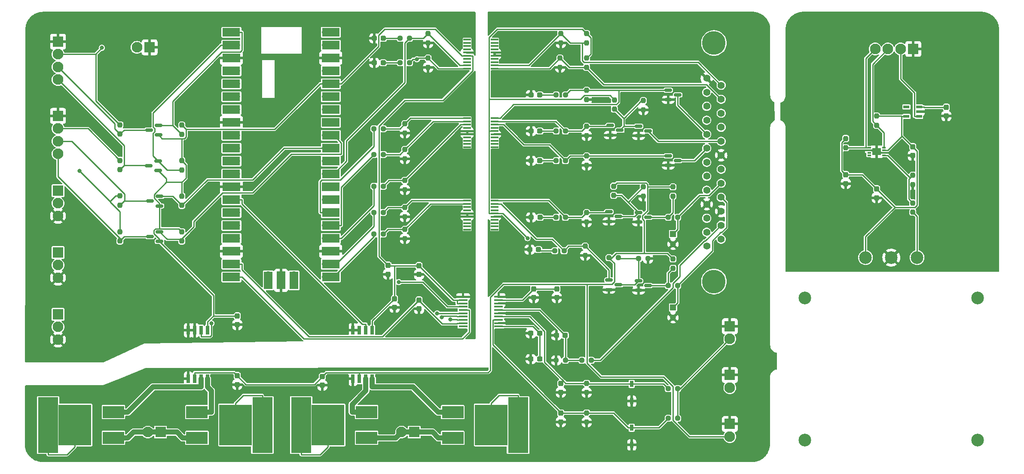
<source format=gbr>
%TF.GenerationSoftware,KiCad,Pcbnew,(6.0.7)*%
%TF.CreationDate,2022-10-24T16:08:39+01:00*%
%TF.ProjectId,controlCircuit,636f6e74-726f-46c4-9369-72637569742e,rev?*%
%TF.SameCoordinates,Original*%
%TF.FileFunction,Copper,L1,Top*%
%TF.FilePolarity,Positive*%
%FSLAX46Y46*%
G04 Gerber Fmt 4.6, Leading zero omitted, Abs format (unit mm)*
G04 Created by KiCad (PCBNEW (6.0.7)) date 2022-10-24 16:08:39*
%MOMM*%
%LPD*%
G01*
G04 APERTURE LIST*
G04 Aperture macros list*
%AMRoundRect*
0 Rectangle with rounded corners*
0 $1 Rounding radius*
0 $2 $3 $4 $5 $6 $7 $8 $9 X,Y pos of 4 corners*
0 Add a 4 corners polygon primitive as box body*
4,1,4,$2,$3,$4,$5,$6,$7,$8,$9,$2,$3,0*
0 Add four circle primitives for the rounded corners*
1,1,$1+$1,$2,$3*
1,1,$1+$1,$4,$5*
1,1,$1+$1,$6,$7*
1,1,$1+$1,$8,$9*
0 Add four rect primitives between the rounded corners*
20,1,$1+$1,$2,$3,$4,$5,0*
20,1,$1+$1,$4,$5,$6,$7,0*
20,1,$1+$1,$6,$7,$8,$9,0*
20,1,$1+$1,$8,$9,$2,$3,0*%
G04 Aperture macros list end*
%TA.AperFunction,SMDPad,CuDef*%
%ADD10RoundRect,0.237500X-0.237500X0.300000X-0.237500X-0.300000X0.237500X-0.300000X0.237500X0.300000X0*%
%TD*%
%TA.AperFunction,SMDPad,CuDef*%
%ADD11RoundRect,0.150000X0.587500X0.150000X-0.587500X0.150000X-0.587500X-0.150000X0.587500X-0.150000X0*%
%TD*%
%TA.AperFunction,SMDPad,CuDef*%
%ADD12RoundRect,0.237500X-0.237500X0.250000X-0.237500X-0.250000X0.237500X-0.250000X0.237500X0.250000X0*%
%TD*%
%TA.AperFunction,SMDPad,CuDef*%
%ADD13RoundRect,0.237500X0.250000X0.237500X-0.250000X0.237500X-0.250000X-0.237500X0.250000X-0.237500X0*%
%TD*%
%TA.AperFunction,ComponentPad*%
%ADD14C,1.400000*%
%TD*%
%TA.AperFunction,ComponentPad*%
%ADD15C,4.650000*%
%TD*%
%TA.AperFunction,ComponentPad*%
%ADD16R,2.100000X2.100000*%
%TD*%
%TA.AperFunction,ComponentPad*%
%ADD17C,2.100000*%
%TD*%
%TA.AperFunction,SMDPad,CuDef*%
%ADD18RoundRect,0.237500X0.300000X0.237500X-0.300000X0.237500X-0.300000X-0.237500X0.300000X-0.237500X0*%
%TD*%
%TA.AperFunction,SMDPad,CuDef*%
%ADD19RoundRect,0.237500X-0.287500X-0.237500X0.287500X-0.237500X0.287500X0.237500X-0.287500X0.237500X0*%
%TD*%
%TA.AperFunction,SMDPad,CuDef*%
%ADD20R,1.495000X0.435000*%
%TD*%
%TA.AperFunction,SMDPad,CuDef*%
%ADD21R,0.750000X0.300000*%
%TD*%
%TA.AperFunction,SMDPad,CuDef*%
%ADD22R,1.750000X1.450000*%
%TD*%
%TA.AperFunction,SMDPad,CuDef*%
%ADD23RoundRect,0.150000X-0.587500X-0.150000X0.587500X-0.150000X0.587500X0.150000X-0.587500X0.150000X0*%
%TD*%
%TA.AperFunction,SMDPad,CuDef*%
%ADD24RoundRect,0.237500X0.237500X-0.300000X0.237500X0.300000X-0.237500X0.300000X-0.237500X-0.300000X0*%
%TD*%
%TA.AperFunction,SMDPad,CuDef*%
%ADD25R,0.750000X1.200000*%
%TD*%
%TA.AperFunction,SMDPad,CuDef*%
%ADD26RoundRect,0.237500X-0.250000X-0.237500X0.250000X-0.237500X0.250000X0.237500X-0.250000X0.237500X0*%
%TD*%
%TA.AperFunction,SMDPad,CuDef*%
%ADD27RoundRect,0.237500X-0.300000X-0.237500X0.300000X-0.237500X0.300000X0.237500X-0.300000X0.237500X0*%
%TD*%
%TA.AperFunction,SMDPad,CuDef*%
%ADD28R,1.705000X0.450000*%
%TD*%
%TA.AperFunction,ComponentPad*%
%ADD29R,1.200000X1.200000*%
%TD*%
%TA.AperFunction,ComponentPad*%
%ADD30C,1.200000*%
%TD*%
%TA.AperFunction,SMDPad,CuDef*%
%ADD31RoundRect,0.237500X0.237500X-0.250000X0.237500X0.250000X-0.237500X0.250000X-0.237500X-0.250000X0*%
%TD*%
%TA.AperFunction,SMDPad,CuDef*%
%ADD32R,4.230000X2.400000*%
%TD*%
%TA.AperFunction,SMDPad,CuDef*%
%ADD33R,6.500000X8.000000*%
%TD*%
%TA.AperFunction,SMDPad,CuDef*%
%ADD34R,4.020000X11.000000*%
%TD*%
%TA.AperFunction,ComponentPad*%
%ADD35C,2.500000*%
%TD*%
%TA.AperFunction,SMDPad,CuDef*%
%ADD36R,1.200000X0.600000*%
%TD*%
%TA.AperFunction,ComponentPad*%
%ADD37O,1.700000X1.700000*%
%TD*%
%TA.AperFunction,SMDPad,CuDef*%
%ADD38R,3.500000X1.700000*%
%TD*%
%TA.AperFunction,ComponentPad*%
%ADD39R,1.700000X1.700000*%
%TD*%
%TA.AperFunction,SMDPad,CuDef*%
%ADD40R,1.700000X3.500000*%
%TD*%
%TA.AperFunction,SMDPad,CuDef*%
%ADD41R,0.650000X1.800000*%
%TD*%
%TA.AperFunction,ViaPad*%
%ADD42C,0.800000*%
%TD*%
%TA.AperFunction,Conductor*%
%ADD43C,0.250000*%
%TD*%
%TA.AperFunction,Conductor*%
%ADD44C,1.000000*%
%TD*%
G04 APERTURE END LIST*
D10*
%TO.P,C1,1*%
%TO.N,Net-(C1-Pad1)*%
X155920000Y-107087500D03*
%TO.P,C1,2*%
%TO.N,GND*%
X155920000Y-108812500D03*
%TD*%
D11*
%TO.P,Q8,1,G*%
%TO.N,+3V3*%
X77391500Y-83719500D03*
%TO.P,Q8,2,S*%
%TO.N,SCL_0_3V3*%
X77391500Y-81819500D03*
%TO.P,Q8,3,D*%
%TO.N,SCL_0_5V*%
X75516500Y-82769500D03*
%TD*%
D12*
%TO.P,R47,1*%
%TO.N,+5VA*%
X212852000Y-77423000D03*
%TO.P,R47,2*%
%TO.N,SCL_clamp_5V*%
X212852000Y-79248000D03*
%TD*%
D13*
%TO.P,R20,1*%
%TO.N,SET_ALARM_5V*%
X157630500Y-81788000D03*
%TO.P,R20,2*%
%TO.N,Net-(D3-Pad2)*%
X155805500Y-81788000D03*
%TD*%
D12*
%TO.P,R8,1*%
%TO.N,+12V*%
X167132000Y-86821000D03*
%TO.P,R8,2*%
%TO.N,Net-(Q1-Pad3)*%
X167132000Y-88646000D03*
%TD*%
D14*
%TO.P,EXT_CON1,1,1*%
%TO.N,GND*%
X185466000Y-65545500D03*
%TO.P,EXT_CON1,2,2*%
%TO.N,unconnected-(EXT_CON1-Pad2)*%
X185466000Y-68305500D03*
%TO.P,EXT_CON1,3,3*%
%TO.N,unconnected-(EXT_CON1-Pad3)*%
X185466000Y-71065500D03*
%TO.P,EXT_CON1,4,4*%
%TO.N,unconnected-(EXT_CON1-Pad4)*%
X185466000Y-73825500D03*
%TO.P,EXT_CON1,5,5*%
%TO.N,EXT_CONT_5*%
X185466000Y-76585500D03*
%TO.P,EXT_CON1,6,6*%
%TO.N,EXT_CONT_6*%
X185466000Y-79345500D03*
%TO.P,EXT_CON1,7,7*%
%TO.N,unconnected-(EXT_CON1-Pad7)*%
X185466000Y-82105500D03*
%TO.P,EXT_CON1,8,8*%
%TO.N,unconnected-(EXT_CON1-Pad8)*%
X185466000Y-84865500D03*
%TO.P,EXT_CON1,9,9*%
%TO.N,unconnected-(EXT_CON1-Pad9)*%
X185466000Y-87625500D03*
%TO.P,EXT_CON1,10,10*%
%TO.N,GND*%
X185466000Y-90385500D03*
%TO.P,EXT_CON1,11,11*%
%TO.N,unconnected-(EXT_CON1-Pad11)*%
X185466000Y-93145500D03*
%TO.P,EXT_CON1,12,12*%
%TO.N,unconnected-(EXT_CON1-Pad12)*%
X185466000Y-95905500D03*
%TO.P,EXT_CON1,13,13*%
%TO.N,unconnected-(EXT_CON1-Pad13)*%
X185466000Y-98665500D03*
%TO.P,EXT_CON1,14,P14*%
%TO.N,EXT_CONT_14*%
X188306000Y-66925500D03*
%TO.P,EXT_CON1,15,P15*%
%TO.N,EXT_CONT_15*%
X188306000Y-69685500D03*
%TO.P,EXT_CON1,16,P16*%
%TO.N,unconnected-(EXT_CON1-Pad16)*%
X188306000Y-72445500D03*
%TO.P,EXT_CON1,17,P17*%
%TO.N,unconnected-(EXT_CON1-Pad17)*%
X188306000Y-75205500D03*
%TO.P,EXT_CON1,18,P18*%
%TO.N,EXT_CONT_18*%
X188306000Y-77965500D03*
%TO.P,EXT_CON1,19,P19*%
%TO.N,GND*%
X188306000Y-80725500D03*
%TO.P,EXT_CON1,20,P20*%
%TO.N,unconnected-(EXT_CON1-Pad20)*%
X188306000Y-83485500D03*
%TO.P,EXT_CON1,21,P21*%
%TO.N,EXT_CONT_21*%
X188306000Y-86245500D03*
%TO.P,EXT_CON1,22,P22*%
%TO.N,EXT_CONT_22*%
X188306000Y-89005500D03*
%TO.P,EXT_CON1,23,P23*%
%TO.N,GND*%
X188306000Y-91765500D03*
%TO.P,EXT_CON1,24,P24*%
%TO.N,EXT_CONT_24*%
X188306000Y-94525500D03*
%TO.P,EXT_CON1,25,P25*%
%TO.N,unconnected-(EXT_CON1-Pad25)*%
X188306000Y-97285500D03*
D15*
%TO.P,EXT_CON1,MH1*%
%TO.N,N/C*%
X186886000Y-58585500D03*
%TO.P,EXT_CON1,MH2*%
X186886000Y-105625500D03*
%TD*%
D16*
%TO.P,flags1,1,Pin_1*%
%TO.N,IN_flag*%
X57646000Y-87693500D03*
D17*
%TO.P,flags1,2,Pin_2*%
%TO.N,OUT_flag*%
X57646000Y-90193500D03*
%TO.P,flags1,3,Pin_3*%
%TO.N,GNDD*%
X57646000Y-92693500D03*
%TD*%
D18*
%TO.P,C5,1*%
%TO.N,Net-(C5-Pad1)*%
X152536500Y-120904000D03*
%TO.P,C5,2*%
%TO.N,GND*%
X150811500Y-120904000D03*
%TD*%
D19*
%TO.P,D7,1,K*%
%TO.N,GND*%
X150587500Y-99314000D03*
%TO.P,D7,2,A*%
%TO.N,Net-(D7-Pad2)*%
X152337500Y-99314000D03*
%TD*%
D13*
%TO.P,R31,1*%
%TO.N,ALARM_2_STATUS_3V3*%
X126896500Y-62484000D03*
%TO.P,R31,2*%
%TO.N,Net-(D6-Pad2)*%
X125071500Y-62484000D03*
%TD*%
D19*
%TO.P,D3,1,K*%
%TO.N,GND*%
X150844000Y-81788000D03*
%TO.P,D3,2,A*%
%TO.N,Net-(D3-Pad2)*%
X152594000Y-81788000D03*
%TD*%
%TO.P,D2,1,K*%
%TO.N,GND*%
X150844000Y-75946000D03*
%TO.P,D2,2,A*%
%TO.N,Net-(D2-Pad2)*%
X152594000Y-75946000D03*
%TD*%
D12*
%TO.P,R37,1*%
%TO.N,EXT_CONT_15*%
X156567500Y-61571500D03*
%TO.P,R37,2*%
%TO.N,GND*%
X156567500Y-63396500D03*
%TD*%
D10*
%TO.P,C16,1*%
%TO.N,+5VA*%
X226060000Y-79047000D03*
%TO.P,C16,2*%
%TO.N,GNDA*%
X226060000Y-80772000D03*
%TD*%
D20*
%TO.P,IC1,1,AH1*%
%TO.N,Net-(IC1-Pad1)*%
X138268000Y-73405500D03*
%TO.P,IC1,2,AH2*%
%TO.N,Net-(IC1-Pad2)*%
X138268000Y-74041500D03*
%TO.P,IC1,3,AH3*%
%TO.N,Net-(IC1-Pad3)*%
X138268000Y-74675500D03*
%TO.P,IC1,4,AH4*%
%TO.N,unconnected-(IC1-Pad4)*%
X138268000Y-75311500D03*
%TO.P,IC1,5,COM_1*%
%TO.N,GNDD*%
X138268000Y-75945500D03*
%TO.P,IC1,6,COM_2*%
X138268000Y-76581500D03*
%TO.P,IC1,7,A1*%
%TO.N,unconnected-(IC1-Pad7)*%
X138268000Y-77215500D03*
%TO.P,IC1,8,A2*%
%TO.N,unconnected-(IC1-Pad8)*%
X138268000Y-77851500D03*
%TO.P,IC1,9,A3*%
%TO.N,unconnected-(IC1-Pad9)*%
X138268000Y-78485500D03*
%TO.P,IC1,10,A4*%
%TO.N,unconnected-(IC1-Pad10)*%
X138268000Y-79121500D03*
%TO.P,IC1,11,B4*%
%TO.N,unconnected-(IC1-Pad11)*%
X143672000Y-79121500D03*
%TO.P,IC1,12,B3*%
%TO.N,unconnected-(IC1-Pad12)*%
X143672000Y-78485500D03*
%TO.P,IC1,13,B2*%
%TO.N,unconnected-(IC1-Pad13)*%
X143672000Y-77851500D03*
%TO.P,IC1,14,B1*%
%TO.N,unconnected-(IC1-Pad14)*%
X143672000Y-77215500D03*
%TO.P,IC1,15,GND*%
%TO.N,GND*%
X143672000Y-76581500D03*
%TO.P,IC1,16,VDD*%
%TO.N,+5V*%
X143672000Y-75945500D03*
%TO.P,IC1,17,BH4*%
%TO.N,unconnected-(IC1-Pad17)*%
X143672000Y-75311500D03*
%TO.P,IC1,18,BH3*%
%TO.N,SET_ALARM_5V*%
X143672000Y-74675500D03*
%TO.P,IC1,19,BH2*%
%TO.N,SET_ONOFF_5V*%
X143672000Y-74041500D03*
%TO.P,IC1,20,BH1*%
%TO.N,ALARM_CLEAR_5V*%
X143672000Y-73405500D03*
%TD*%
D10*
%TO.P,C22,1*%
%TO.N,AIN_1*%
X156718000Y-131587500D03*
%TO.P,C22,2*%
%TO.N,GND*%
X156718000Y-133312500D03*
%TD*%
D21*
%TO.P,U1,1,CH1+*%
%TO.N,Net-(R38-Pad2)*%
X220398000Y-80760000D03*
%TO.P,U1,2,CH1-*%
%TO.N,GNDA*%
X220398000Y-80260000D03*
%TO.P,U1,3,VDD*%
%TO.N,+5VA*%
X220398000Y-79760000D03*
%TO.P,U1,4,SDA*%
%TO.N,SDA_clamp_5V*%
X220398000Y-79260000D03*
%TO.P,U1,5,SCL*%
%TO.N,SCL_clamp_5V*%
X217498000Y-79260000D03*
%TO.P,U1,6,VSS*%
%TO.N,GNDA*%
X217498000Y-79760000D03*
%TO.P,U1,7,CH2+*%
%TO.N,unconnected-(U1-Pad7)*%
X217498000Y-80260000D03*
%TO.P,U1,8,CH2-*%
%TO.N,unconnected-(U1-Pad8)*%
X217498000Y-80760000D03*
D22*
%TO.P,U1,9,VSS*%
%TO.N,GNDA*%
X218948000Y-80010000D03*
%TD*%
D12*
%TO.P,R56,1*%
%TO.N,+5VD*%
X69850000Y-81741000D03*
%TO.P,R56,2*%
%TO.N,SCL_0_5V*%
X69850000Y-83566000D03*
%TD*%
D23*
%TO.P,Q6,1,G*%
%TO.N,ALARM_CLEAR_5V*%
X177878500Y-67884000D03*
%TO.P,Q6,2,S*%
%TO.N,GND*%
X177878500Y-69784000D03*
%TO.P,Q6,3,D*%
%TO.N,EXT_CONT_5*%
X179753500Y-68834000D03*
%TD*%
D16*
%TO.P,IGBT_1_Gate1,1,Pin_1*%
%TO.N,HiNet_2*%
X77842000Y-135321500D03*
D17*
%TO.P,IGBT_1_Gate1,2,Pin_2*%
X75342000Y-135321500D03*
%TD*%
D13*
%TO.P,R45,1*%
%TO.N,FC_terminals*%
X179728500Y-132588000D03*
%TO.P,R45,2*%
%TO.N,AIN_1*%
X177903500Y-132588000D03*
%TD*%
D12*
%TO.P,R57,1*%
%TO.N,+5VD*%
X69850000Y-95819000D03*
%TO.P,R57,2*%
%TO.N,SCL_1_5V*%
X69850000Y-97644000D03*
%TD*%
D24*
%TO.P,C6,1*%
%TO.N,GND*%
X151384000Y-108812500D03*
%TO.P,C6,2*%
%TO.N,Net-(C1-Pad1)*%
X151384000Y-107087500D03*
%TD*%
D16*
%TO.P,I2C_1,1,Pin_1*%
%TO.N,GNDD*%
X57646000Y-72961500D03*
D17*
%TO.P,I2C_1,2,Pin_2*%
%TO.N,+5VD*%
X57646000Y-75461500D03*
%TO.P,I2C_1,3,Pin_3*%
%TO.N,SDA_1_5V*%
X57646000Y-77961500D03*
%TO.P,I2C_1,4,Pin_4*%
%TO.N,SCL_1_5V*%
X57646000Y-80461500D03*
%TD*%
D16*
%TO.P,I2C1,1,Pin_1*%
%TO.N,GNDA*%
X226154000Y-59760500D03*
D17*
%TO.P,I2C1,2,Pin_2*%
%TO.N,+5VP*%
X223654000Y-59760500D03*
%TO.P,I2C1,3,Pin_3*%
%TO.N,SDA_clamp_5V*%
X221154000Y-59760500D03*
%TO.P,I2C1,4,Pin_4*%
%TO.N,SCL_clamp_5V*%
X218654000Y-59760500D03*
%TD*%
D12*
%TO.P,R58,1*%
%TO.N,+5VD*%
X69850000Y-74735000D03*
%TO.P,R58,2*%
%TO.N,SDA_0_5V*%
X69850000Y-76560000D03*
%TD*%
%TO.P,R53,1*%
%TO.N,+3V3*%
X82042000Y-88791500D03*
%TO.P,R53,2*%
%TO.N,SDA_1_3V3*%
X82042000Y-90616500D03*
%TD*%
D25*
%TO.P,D9,1,K*%
%TO.N,AIN_1*%
X170688000Y-134444000D03*
%TO.P,D9,2,A*%
%TO.N,GND*%
X170688000Y-137844000D03*
%TD*%
D11*
%TO.P,Q9,1,G*%
%TO.N,+3V3*%
X77645500Y-97731500D03*
%TO.P,Q9,2,S*%
%TO.N,SCL_1_3V3*%
X77645500Y-95831500D03*
%TO.P,Q9,3,D*%
%TO.N,SCL_1_5V*%
X75770500Y-96781500D03*
%TD*%
D26*
%TO.P,R27,1*%
%TO.N,Net-(Q2-Pad3)*%
X177903500Y-92964000D03*
%TO.P,R27,2*%
%TO.N,EXT_CONT_21*%
X179728500Y-92964000D03*
%TD*%
D27*
%TO.P,C7,1*%
%TO.N,GND*%
X150811500Y-115824000D03*
%TO.P,C7,2*%
%TO.N,Net-(C5-Pad1)*%
X152536500Y-115824000D03*
%TD*%
D19*
%TO.P,D6,1,K*%
%TO.N,GNDD*%
X119970500Y-62484000D03*
%TO.P,D6,2,A*%
%TO.N,Net-(D6-Pad2)*%
X121720500Y-62484000D03*
%TD*%
D16*
%TO.P,I2C_0,1,Pin_1*%
%TO.N,GNDD*%
X57646000Y-58315500D03*
D17*
%TO.P,I2C_0,2,Pin_2*%
%TO.N,+5VD*%
X57646000Y-60815500D03*
%TO.P,I2C_0,3,Pin_3*%
%TO.N,SDA_0_5V*%
X57646000Y-63315500D03*
%TO.P,I2C_0,4,Pin_4*%
%TO.N,SCL_0_5V*%
X57646000Y-65815500D03*
%TD*%
D16*
%TO.P,IGBT_2_Gate1,1,Pin_1*%
%TO.N,HiNet_5*%
X127839000Y-135321500D03*
D17*
%TO.P,IGBT_2_Gate1,2,Pin_2*%
X125339000Y-135321500D03*
%TD*%
D12*
%TO.P,R36,1*%
%TO.N,+5V*%
X161798000Y-61571500D03*
%TO.P,R36,2*%
%TO.N,EXT_CONT_15*%
X161798000Y-63396500D03*
%TD*%
%TO.P,R6,1*%
%TO.N,Net-(IC1-Pad3)*%
X125984000Y-85701500D03*
%TO.P,R6,2*%
%TO.N,GNDD*%
X125984000Y-87526500D03*
%TD*%
D10*
%TO.P,C21,1*%
%TO.N,AIN_2*%
X156718000Y-125745500D03*
%TO.P,C21,2*%
%TO.N,GND*%
X156718000Y-127470500D03*
%TD*%
D13*
%TO.P,R22,1*%
%TO.N,SET_CV_5V*%
X157349000Y-99568000D03*
%TO.P,R22,2*%
%TO.N,Net-(D7-Pad2)*%
X155524000Y-99568000D03*
%TD*%
D28*
%TO.P,IC3,1,REF*%
%TO.N,Net-(C5-Pad1)*%
X144468000Y-114494500D03*
%TO.P,IC3,2,AGND_1*%
%TO.N,GND*%
X144468000Y-113844500D03*
%TO.P,IC3,3,AIN1*%
%TO.N,AIN_1*%
X144468000Y-113194500D03*
%TO.P,IC3,4,AIN2*%
%TO.N,AIN_2*%
X144468000Y-112544500D03*
%TO.P,IC3,5,AGND_2*%
%TO.N,GND*%
X144468000Y-111894500D03*
%TO.P,IC3,6,AIN3*%
%TO.N,AIN_3*%
X144468000Y-111244500D03*
%TO.P,IC3,7,AIN4*%
%TO.N,unconnected-(IC3-Pad7)*%
X144468000Y-110594500D03*
%TO.P,IC3,8,AGND_3*%
%TO.N,GND*%
X144468000Y-109944500D03*
%TO.P,IC3,9,VDDF*%
%TO.N,Net-(C1-Pad1)*%
X144468000Y-109294500D03*
%TO.P,IC3,10,GNDF*%
%TO.N,GND*%
X144468000Y-108644500D03*
%TO.P,IC3,11,GNDL*%
%TO.N,GNDD*%
X137472000Y-108644500D03*
%TO.P,IC3,12,VDDPL*%
%TO.N,+3V3*%
X137472000Y-109294500D03*
%TO.P,IC3,13,VDDL*%
X137472000Y-109944500D03*
%TO.P,IC3,14,COUT1*%
%TO.N,COUT1*%
X137472000Y-110594500D03*
%TO.P,IC3,15,COUT2*%
%TO.N,COUT2*%
X137472000Y-111244500D03*
%TO.P,IC3,16,SDO*%
%TO.N,ADC_SPI_MISO*%
X137472000Y-111894500D03*
%TO.P,IC3,17,SDI*%
%TO.N,ADC_SPI_MOSI*%
X137472000Y-112544500D03*
%TO.P,IC3,18,SCLK*%
%TO.N,ADC_SPI_CLK*%
X137472000Y-113194500D03*
%TO.P,IC3,19,~{CS}*%
%TO.N,ADC_1_CS*%
X137472000Y-113844500D03*
%TO.P,IC3,20,~{INT}*%
%TO.N,unconnected-(IC3-Pad20)*%
X137472000Y-114494500D03*
%TD*%
D29*
%TO.P,C3,1*%
%TO.N,EXT_CONT_21*%
X178816000Y-96266000D03*
D30*
%TO.P,C3,2*%
%TO.N,GND*%
X178816000Y-98266000D03*
%TD*%
D13*
%TO.P,R32,1*%
%TO.N,EXT_CONT_24*%
X162710500Y-121158000D03*
%TO.P,R32,2*%
%TO.N,AIN_3*%
X160885500Y-121158000D03*
%TD*%
D24*
%TO.P,C8,1*%
%TO.N,GNDD*%
X122682000Y-104177000D03*
%TO.P,C8,2*%
%TO.N,+3V3*%
X122682000Y-102452000D03*
%TD*%
D13*
%TO.P,R33,1*%
%TO.N,AIN_3*%
X157630500Y-121158000D03*
%TO.P,R33,2*%
%TO.N,GND*%
X155805500Y-121158000D03*
%TD*%
D10*
%TO.P,C10,1*%
%TO.N,+3V3*%
X128778000Y-102515500D03*
%TO.P,C10,2*%
%TO.N,GNDD*%
X128778000Y-104240500D03*
%TD*%
%TO.P,C14,1*%
%TO.N,+12V*%
X109728000Y-124359500D03*
%TO.P,C14,2*%
%TO.N,GND*%
X109728000Y-126084500D03*
%TD*%
D12*
%TO.P,R46,1*%
%TO.N,AIN_1*%
X161798000Y-131537500D03*
%TO.P,R46,2*%
%TO.N,GND*%
X161798000Y-133362500D03*
%TD*%
%TO.P,R44,1*%
%TO.N,AIN_2*%
X161798000Y-125695500D03*
%TO.P,R44,2*%
%TO.N,GND*%
X161798000Y-127520500D03*
%TD*%
%TO.P,R39,1*%
%TO.N,Net-(R38-Pad2)*%
X226060000Y-84685500D03*
%TO.P,R39,2*%
%TO.N,GNDA*%
X226060000Y-86510500D03*
%TD*%
D31*
%TO.P,R13,1*%
%TO.N,GND*%
X161798000Y-93876500D03*
%TO.P,R13,2*%
%TO.N,SET_CC_5V*%
X161798000Y-92051500D03*
%TD*%
D23*
%TO.P,Q12,1,G*%
%TO.N,SET_ONOFF_5V*%
X166448500Y-74845500D03*
%TO.P,Q12,2,S*%
%TO.N,GND*%
X166448500Y-76745500D03*
%TO.P,Q12,3,D*%
%TO.N,Net-(Q12-Pad3)*%
X168323500Y-75795500D03*
%TD*%
D31*
%TO.P,R30,1*%
%TO.N,GNDD*%
X130556000Y-63396500D03*
%TO.P,R30,2*%
%TO.N,ALARM_2_STATUS_3V3*%
X130556000Y-61571500D03*
%TD*%
D32*
%TO.P,R48,1,1*%
%TO.N,HiNet_4*%
X135419000Y-131381500D03*
%TO.P,R48,2,2*%
%TO.N,HiNet_5*%
X135419000Y-136461500D03*
D33*
%TO.P,R48,3,3*%
%TO.N,unconnected-(R48-Pad3)*%
X143034000Y-133921500D03*
D34*
X148293000Y-133921500D03*
%TD*%
D35*
%TO.P,J10,1,Pin_1*%
%TO.N,Net-(J10-Pad1)*%
X226916000Y-100901500D03*
%TO.P,J10,2,Pin_2*%
%TO.N,GNDA*%
X221836000Y-100901500D03*
%TO.P,J10,3,Pin_3*%
%TO.N,+5VA*%
X216756000Y-100901500D03*
%TO.P,J10,4*%
%TO.N,N/C*%
X238836000Y-136901500D03*
X238836000Y-108901500D03*
X204836000Y-108901500D03*
X204836000Y-136901500D03*
%TD*%
D32*
%TO.P,R51,1,1*%
%TO.N,HiNet_2*%
X68580000Y-136461500D03*
%TO.P,R51,2,2*%
%TO.N,HiNet_3*%
X68580000Y-131381500D03*
D34*
%TO.P,R51,3,3*%
%TO.N,unconnected-(R51-Pad3)*%
X55706000Y-133921500D03*
D33*
X60965000Y-133921500D03*
%TD*%
D13*
%TO.P,R43,1*%
%TO.N,FC_terminals*%
X179728500Y-126746000D03*
%TO.P,R43,2*%
%TO.N,AIN_2*%
X177903500Y-126746000D03*
%TD*%
%TO.P,R16,1*%
%TO.N,ALARM_CLEAR_5V*%
X157630500Y-68834000D03*
%TO.P,R16,2*%
%TO.N,Net-(D1-Pad2)*%
X155805500Y-68834000D03*
%TD*%
D10*
%TO.P,C13,1*%
%TO.N,+12V*%
X92964000Y-124206000D03*
%TO.P,C13,2*%
%TO.N,GND*%
X92964000Y-125931000D03*
%TD*%
D23*
%TO.P,Q2,1,G*%
%TO.N,Net-(Q1-Pad3)*%
X172036500Y-92014000D03*
%TO.P,Q2,2,S*%
%TO.N,GND*%
X172036500Y-93914000D03*
%TO.P,Q2,3,D*%
%TO.N,Net-(Q2-Pad3)*%
X173911500Y-92964000D03*
%TD*%
D18*
%TO.P,C12,1*%
%TO.N,AIN_3*%
X157580500Y-116232000D03*
%TO.P,C12,2*%
%TO.N,GND*%
X155855500Y-116232000D03*
%TD*%
D16*
%TO.P,5VD_supply1,1,Pin_1*%
%TO.N,GNDD*%
X75692000Y-59436000D03*
D17*
%TO.P,5VD_supply1,2,Pin_2*%
%TO.N,+5VD*%
X73192000Y-59436000D03*
%TD*%
D12*
%TO.P,R40,1*%
%TO.N,+5V*%
X167282500Y-69803000D03*
%TO.P,R40,2*%
%TO.N,Net-(Q12-Pad3)*%
X167282500Y-71628000D03*
%TD*%
%TO.P,R24,1*%
%TO.N,+12V*%
X178816000Y-86971500D03*
%TO.P,R24,2*%
%TO.N,Net-(Q2-Pad3)*%
X178816000Y-88796500D03*
%TD*%
D10*
%TO.P,C18,1*%
%TO.N,+5VA*%
X212852000Y-84582000D03*
%TO.P,C18,2*%
%TO.N,GNDA*%
X212852000Y-86307000D03*
%TD*%
D36*
%TO.P,IC6,1,IN*%
%TO.N,+5VP*%
X227310000Y-73086000D03*
%TO.P,IC6,2,GND*%
%TO.N,GNDA*%
X227310000Y-72136000D03*
%TO.P,IC6,3,EN*%
%TO.N,Net-(C15-Pad1)*%
X227310000Y-71186000D03*
%TO.P,IC6,4,N/C*%
%TO.N,unconnected-(IC6-Pad4)*%
X224810000Y-71186000D03*
%TO.P,IC6,5,OUT*%
%TO.N,+5VA*%
X224810000Y-73086000D03*
%TD*%
D19*
%TO.P,D4,1,K*%
%TO.N,GND*%
X150869000Y-92964000D03*
%TO.P,D4,2,A*%
%TO.N,Net-(D4-Pad2)*%
X152619000Y-92964000D03*
%TD*%
D16*
%TO.P,12V_supply1,1,Pin_1*%
%TO.N,GND*%
X190011000Y-133708500D03*
D17*
%TO.P,12V_supply1,2,Pin_2*%
%TO.N,+12V*%
X190011000Y-136208500D03*
%TD*%
D31*
%TO.P,R19,1*%
%TO.N,GND*%
X161798000Y-82700500D03*
%TO.P,R19,2*%
%TO.N,SET_ALARM_5V*%
X161798000Y-80875500D03*
%TD*%
D16*
%TO.P,FC_V1,1,Pin_1*%
%TO.N,GND*%
X190011000Y-114445500D03*
D17*
%TO.P,FC_V1,2,Pin_2*%
%TO.N,FC_terminals*%
X190011000Y-116945500D03*
%TD*%
D23*
%TO.P,Q11,1,G*%
%TO.N,Net-(Q10-Pad3)*%
X172036500Y-105476000D03*
%TO.P,Q11,2,S*%
%TO.N,GND*%
X172036500Y-107376000D03*
%TO.P,Q11,3,D*%
%TO.N,Net-(Q11-Pad3)*%
X173911500Y-106426000D03*
%TD*%
D26*
%TO.P,R7,1*%
%TO.N,SET_CC_3V3*%
X119913000Y-91994500D03*
%TO.P,R7,2*%
%TO.N,Net-(IC7-Pad1)*%
X121738000Y-91994500D03*
%TD*%
%TO.P,R25,1*%
%TO.N,+12V*%
X166219500Y-100941500D03*
%TO.P,R25,2*%
%TO.N,Net-(Q10-Pad3)*%
X168044500Y-100941500D03*
%TD*%
D12*
%TO.P,R52,1*%
%TO.N,+3V3*%
X82042000Y-74779500D03*
%TO.P,R52,2*%
%TO.N,SDA_0_3V3*%
X82042000Y-76604500D03*
%TD*%
D25*
%TO.P,D8,1,K*%
%TO.N,AIN_2*%
X170688000Y-125808000D03*
%TO.P,D8,2,A*%
%TO.N,GND*%
X170688000Y-129208000D03*
%TD*%
D19*
%TO.P,D1,1,K*%
%TO.N,GND*%
X150844000Y-68834000D03*
%TO.P,D1,2,A*%
%TO.N,Net-(D1-Pad2)*%
X152594000Y-68834000D03*
%TD*%
D23*
%TO.P,Q4,1,G*%
%TO.N,SET_ALARM_5V*%
X177878500Y-80838000D03*
%TO.P,Q4,2,S*%
%TO.N,GND*%
X177878500Y-82738000D03*
%TO.P,Q4,3,D*%
%TO.N,EXT_CONT_6*%
X179753500Y-81788000D03*
%TD*%
D10*
%TO.P,C17,1*%
%TO.N,+5VA*%
X218948000Y-87376000D03*
%TO.P,C17,2*%
%TO.N,GNDA*%
X218948000Y-89101000D03*
%TD*%
D23*
%TO.P,Q3,1,G*%
%TO.N,Net-(Q12-Pad3)*%
X172036500Y-74996000D03*
%TO.P,Q3,2,S*%
%TO.N,GND*%
X172036500Y-76896000D03*
%TO.P,Q3,3,D*%
%TO.N,EXT_CONT_18*%
X173911500Y-75946000D03*
%TD*%
D29*
%TO.P,C4,1*%
%TO.N,EXT_CONT_22*%
X178816000Y-110744000D03*
D30*
%TO.P,C4,2*%
%TO.N,GND*%
X178816000Y-112744000D03*
%TD*%
D20*
%TO.P,IC7,1,AH1*%
%TO.N,Net-(IC7-Pad1)*%
X138268000Y-89661500D03*
%TO.P,IC7,2,AH2*%
%TO.N,Net-(IC7-Pad2)*%
X138268000Y-90297500D03*
%TO.P,IC7,3,AH3*%
%TO.N,unconnected-(IC7-Pad3)*%
X138268000Y-90931500D03*
%TO.P,IC7,4,AH4*%
%TO.N,unconnected-(IC7-Pad4)*%
X138268000Y-91567500D03*
%TO.P,IC7,5,COM_1*%
%TO.N,GNDD*%
X138268000Y-92201500D03*
%TO.P,IC7,6,COM_2*%
X138268000Y-92837500D03*
%TO.P,IC7,7,A1*%
%TO.N,unconnected-(IC7-Pad7)*%
X138268000Y-93471500D03*
%TO.P,IC7,8,A2*%
%TO.N,unconnected-(IC7-Pad8)*%
X138268000Y-94107500D03*
%TO.P,IC7,9,A3*%
%TO.N,unconnected-(IC7-Pad9)*%
X138268000Y-94741500D03*
%TO.P,IC7,10,A4*%
%TO.N,unconnected-(IC7-Pad10)*%
X138268000Y-95377500D03*
%TO.P,IC7,11,B4*%
%TO.N,unconnected-(IC7-Pad11)*%
X143672000Y-95377500D03*
%TO.P,IC7,12,B3*%
%TO.N,unconnected-(IC7-Pad12)*%
X143672000Y-94741500D03*
%TO.P,IC7,13,B2*%
%TO.N,unconnected-(IC7-Pad13)*%
X143672000Y-94107500D03*
%TO.P,IC7,14,B1*%
%TO.N,unconnected-(IC7-Pad14)*%
X143672000Y-93471500D03*
%TO.P,IC7,15,GND*%
%TO.N,GND*%
X143672000Y-92837500D03*
%TO.P,IC7,16,VDD*%
%TO.N,+5V*%
X143672000Y-92201500D03*
%TO.P,IC7,17,BH4*%
%TO.N,unconnected-(IC7-Pad17)*%
X143672000Y-91567500D03*
%TO.P,IC7,18,BH3*%
%TO.N,unconnected-(IC7-Pad18)*%
X143672000Y-90931500D03*
%TO.P,IC7,19,BH2*%
%TO.N,SET_CV_5V*%
X143672000Y-90297500D03*
%TO.P,IC7,20,BH1*%
%TO.N,SET_CC_5V*%
X143672000Y-89661500D03*
%TD*%
D13*
%TO.P,R18,1*%
%TO.N,SET_ONOFF_5V*%
X157630500Y-75946000D03*
%TO.P,R18,2*%
%TO.N,Net-(D2-Pad2)*%
X155805500Y-75946000D03*
%TD*%
D12*
%TO.P,R59,1*%
%TO.N,+5VD*%
X69850000Y-88747000D03*
%TO.P,R59,2*%
%TO.N,SDA_1_5V*%
X69850000Y-90572000D03*
%TD*%
D32*
%TO.P,R50,1,1*%
%TO.N,HiNet_1*%
X85034000Y-131381500D03*
%TO.P,R50,2,2*%
%TO.N,HiNet_2*%
X85034000Y-136461500D03*
D33*
%TO.P,R50,3,3*%
%TO.N,unconnected-(R50-Pad3)*%
X92649000Y-133921500D03*
D34*
X97908000Y-133921500D03*
%TD*%
D37*
%TO.P,U2,1,GPIO0*%
%TO.N,SDA_0_3V3*%
X92710000Y-56470500D03*
D38*
X91810000Y-56470500D03*
D37*
%TO.P,U2,2,GPIO1*%
%TO.N,SCL_0_3V3*%
X92710000Y-59010500D03*
D38*
X91810000Y-59010500D03*
D39*
%TO.P,U2,3,GND*%
%TO.N,GNDD*%
X92710000Y-61550500D03*
D38*
X91810000Y-61550500D03*
D37*
%TO.P,U2,4,GPIO2*%
%TO.N,ADC_SPI_CLK*%
X92710000Y-64090500D03*
D38*
X91810000Y-64090500D03*
D37*
%TO.P,U2,5,GPIO3*%
%TO.N,ADC_SPI_MOSI*%
X92710000Y-66630500D03*
D38*
X91810000Y-66630500D03*
%TO.P,U2,6,GPIO4*%
%TO.N,ADC_SPI_MISO*%
X91810000Y-69170500D03*
D37*
X92710000Y-69170500D03*
D38*
%TO.P,U2,7,GPIO5*%
%TO.N,IN_flag*%
X91810000Y-71710500D03*
D37*
X92710000Y-71710500D03*
D38*
%TO.P,U2,8,GND*%
%TO.N,GNDD*%
X91810000Y-74250500D03*
D39*
X92710000Y-74250500D03*
D38*
%TO.P,U2,9,GPIO6*%
%TO.N,OUT_flag*%
X91810000Y-76790500D03*
D37*
X92710000Y-76790500D03*
%TO.P,U2,10,GPIO7*%
%TO.N,IGBT_1_ON*%
X92710000Y-79330500D03*
D38*
X91810000Y-79330500D03*
D37*
%TO.P,U2,11,GPIO8*%
%TO.N,UART1_TX*%
X92710000Y-81870500D03*
D38*
X91810000Y-81870500D03*
%TO.P,U2,12,GPIO9*%
%TO.N,UART1_RX*%
X91810000Y-84410500D03*
D37*
X92710000Y-84410500D03*
D38*
%TO.P,U2,13,GND*%
%TO.N,GNDD*%
X91810000Y-86950500D03*
D39*
X92710000Y-86950500D03*
D37*
%TO.P,U2,14,GPIO10*%
%TO.N,IGBT_2_ON*%
X92710000Y-89490500D03*
D38*
X91810000Y-89490500D03*
D37*
%TO.P,U2,15,GPIO11*%
%TO.N,COUT1*%
X92710000Y-92030500D03*
D38*
X91810000Y-92030500D03*
%TO.P,U2,16,GPIO12*%
%TO.N,UART0_TX*%
X91810000Y-94570500D03*
D37*
X92710000Y-94570500D03*
%TO.P,U2,17,GPIO13*%
%TO.N,UART0_RX*%
X92710000Y-97110500D03*
D38*
X91810000Y-97110500D03*
%TO.P,U2,18,GND*%
%TO.N,GNDD*%
X91810000Y-99650500D03*
D39*
X92710000Y-99650500D03*
D38*
%TO.P,U2,19,GPIO14*%
%TO.N,ADC_1_CS*%
X91810000Y-102190500D03*
D37*
X92710000Y-102190500D03*
D38*
%TO.P,U2,20,GPIO15*%
%TO.N,COUT2*%
X91810000Y-104730500D03*
D37*
X92710000Y-104730500D03*
D38*
%TO.P,U2,21,GPIO16*%
%TO.N,SET_CV_3V3*%
X111390000Y-104730500D03*
D37*
X110490000Y-104730500D03*
D38*
%TO.P,U2,22,GPIO17*%
%TO.N,SET_CC_3V3*%
X111390000Y-102190500D03*
D37*
X110490000Y-102190500D03*
D38*
%TO.P,U2,23,GND*%
%TO.N,GNDD*%
X111390000Y-99650500D03*
D39*
X110490000Y-99650500D03*
D37*
%TO.P,U2,24,GPIO18*%
%TO.N,SET_ALARM_3V3*%
X110490000Y-97110500D03*
D38*
X111390000Y-97110500D03*
D37*
%TO.P,U2,25,GPIO19*%
%TO.N,SET_ONOFF_3V3*%
X110490000Y-94570500D03*
D38*
X111390000Y-94570500D03*
D37*
%TO.P,U2,26,GPIO20*%
%TO.N,ALARM_CLEAR_3V3*%
X110490000Y-92030500D03*
D38*
X111390000Y-92030500D03*
%TO.P,U2,27,GPIO21*%
%TO.N,ALARM_2_STATUS_3V3*%
X111390000Y-89490500D03*
D37*
X110490000Y-89490500D03*
D39*
%TO.P,U2,28,GND*%
%TO.N,GNDD*%
X110490000Y-86950500D03*
D38*
X111390000Y-86950500D03*
%TO.P,U2,29,GPIO22*%
%TO.N,ALARM_1_STATUS_3V3*%
X111390000Y-84410500D03*
D37*
X110490000Y-84410500D03*
%TO.P,U2,30,RUN*%
%TO.N,unconnected-(U2-Pad30)*%
X110490000Y-81870500D03*
D38*
X111390000Y-81870500D03*
D37*
%TO.P,U2,31,GPIO26_ADC0*%
%TO.N,SDA_1_3V3*%
X110490000Y-79330500D03*
D38*
X111390000Y-79330500D03*
%TO.P,U2,32,GPIO27_ADC1*%
%TO.N,SCL_1_3V3*%
X111390000Y-76790500D03*
D37*
X110490000Y-76790500D03*
D38*
%TO.P,U2,33,AGND*%
%TO.N,unconnected-(U2-Pad33)*%
X111390000Y-74250500D03*
D39*
X110490000Y-74250500D03*
D38*
%TO.P,U2,34,GPIO28_ADC2*%
%TO.N,unconnected-(U2-Pad34)*%
X111390000Y-71710500D03*
D37*
X110490000Y-71710500D03*
D38*
%TO.P,U2,35,ADC_VREF*%
%TO.N,unconnected-(U2-Pad35)*%
X111390000Y-69170500D03*
D37*
X110490000Y-69170500D03*
%TO.P,U2,36,3V3*%
%TO.N,+3V3*%
X110490000Y-66630500D03*
D38*
X111390000Y-66630500D03*
D37*
%TO.P,U2,37,3V3_EN*%
%TO.N,unconnected-(U2-Pad37)*%
X110490000Y-64090500D03*
D38*
X111390000Y-64090500D03*
D39*
%TO.P,U2,38,GND*%
%TO.N,GNDD*%
X110490000Y-61550500D03*
D38*
X111390000Y-61550500D03*
D37*
%TO.P,U2,39,VSYS*%
%TO.N,+5VD*%
X110490000Y-59010500D03*
D38*
X111390000Y-59010500D03*
D37*
%TO.P,U2,40,VBUS*%
%TO.N,unconnected-(U2-Pad40)*%
X110490000Y-56470500D03*
D38*
X111390000Y-56470500D03*
D37*
%TO.P,U2,41,SWCLK*%
%TO.N,unconnected-(U2-Pad41)*%
X99060000Y-104500500D03*
D40*
X99060000Y-105400500D03*
%TO.P,U2,42,GND*%
%TO.N,GNDD*%
X101600000Y-105400500D03*
D39*
X101600000Y-104500500D03*
D37*
%TO.P,U2,43,SWDIO*%
%TO.N,unconnected-(U2-Pad43)*%
X104140000Y-104500500D03*
D40*
X104140000Y-105400500D03*
%TD*%
D31*
%TO.P,R21,1*%
%TO.N,GND*%
X161516500Y-100480500D03*
%TO.P,R21,2*%
%TO.N,SET_CV_5V*%
X161516500Y-98655500D03*
%TD*%
D24*
%TO.P,C2,1*%
%TO.N,GNDD*%
X92964000Y-114146500D03*
%TO.P,C2,2*%
%TO.N,+3V3*%
X92964000Y-112421500D03*
%TD*%
D11*
%TO.P,Q7,1,G*%
%TO.N,+3V3*%
X77645500Y-90725500D03*
%TO.P,Q7,2,S*%
%TO.N,SDA_1_3V3*%
X77645500Y-88825500D03*
%TO.P,Q7,3,D*%
%TO.N,SDA_1_5V*%
X75770500Y-89775500D03*
%TD*%
D12*
%TO.P,R35,1*%
%TO.N,EXT_CONT_14*%
X156718000Y-56745500D03*
%TO.P,R35,2*%
%TO.N,GND*%
X156718000Y-58570500D03*
%TD*%
%TO.P,R54,1*%
%TO.N,+3V3*%
X82042000Y-81785500D03*
%TO.P,R54,2*%
%TO.N,SCL_0_3V3*%
X82042000Y-83610500D03*
%TD*%
D31*
%TO.P,R15,1*%
%TO.N,GND*%
X161798000Y-69746500D03*
%TO.P,R15,2*%
%TO.N,ALARM_CLEAR_5V*%
X161798000Y-67921500D03*
%TD*%
D12*
%TO.P,R34,1*%
%TO.N,+5V*%
X161798000Y-56745500D03*
%TO.P,R34,2*%
%TO.N,EXT_CONT_14*%
X161798000Y-58570500D03*
%TD*%
D10*
%TO.P,C9,1*%
%TO.N,ADC_1_CS*%
X128778000Y-109273000D03*
%TO.P,C9,2*%
%TO.N,GNDD*%
X128778000Y-110998000D03*
%TD*%
D26*
%TO.P,R11,1*%
%TO.N,SET_CV_3V3*%
X119913000Y-96265500D03*
%TO.P,R11,2*%
%TO.N,Net-(IC7-Pad2)*%
X121738000Y-96265500D03*
%TD*%
D31*
%TO.P,R10,1*%
%TO.N,GNDD*%
X130556000Y-58570500D03*
%TO.P,R10,2*%
%TO.N,ALARM_1_STATUS_3V3*%
X130556000Y-56745500D03*
%TD*%
D26*
%TO.P,R26,1*%
%TO.N,Net-(Q10-Pad3)*%
X172061500Y-101092000D03*
%TO.P,R26,2*%
%TO.N,GND*%
X173886500Y-101092000D03*
%TD*%
D12*
%TO.P,R4,1*%
%TO.N,Net-(IC1-Pad2)*%
X125984000Y-79605500D03*
%TO.P,R4,2*%
%TO.N,GNDD*%
X125984000Y-81430500D03*
%TD*%
D26*
%TO.P,R42,1*%
%TO.N,Net-(Q11-Pad3)*%
X177903500Y-106426000D03*
%TO.P,R42,2*%
%TO.N,EXT_CONT_22*%
X179728500Y-106426000D03*
%TD*%
D12*
%TO.P,R2,1*%
%TO.N,Net-(IC1-Pad1)*%
X125984000Y-74525500D03*
%TO.P,R2,2*%
%TO.N,GNDD*%
X125984000Y-76350500D03*
%TD*%
D20*
%TO.P,IC2,1,AH1*%
%TO.N,EXT_CONT_15*%
X143672000Y-63627500D03*
%TO.P,IC2,2,AH2*%
%TO.N,EXT_CONT_14*%
X143672000Y-62991500D03*
%TO.P,IC2,3,AH3*%
%TO.N,unconnected-(IC2-Pad3)*%
X143672000Y-62357500D03*
%TO.P,IC2,4,AH4*%
%TO.N,unconnected-(IC2-Pad4)*%
X143672000Y-61721500D03*
%TO.P,IC2,5,COM_1*%
%TO.N,GND*%
X143672000Y-61087500D03*
%TO.P,IC2,6,COM_2*%
X143672000Y-60451500D03*
%TO.P,IC2,7,A1*%
%TO.N,unconnected-(IC2-Pad7)*%
X143672000Y-59817500D03*
%TO.P,IC2,8,A2*%
%TO.N,unconnected-(IC2-Pad8)*%
X143672000Y-59181500D03*
%TO.P,IC2,9,A3*%
%TO.N,unconnected-(IC2-Pad9)*%
X143672000Y-58547500D03*
%TO.P,IC2,10,A4*%
%TO.N,unconnected-(IC2-Pad10)*%
X143672000Y-57911500D03*
%TO.P,IC2,11,B4*%
%TO.N,unconnected-(IC2-Pad11)*%
X138268000Y-57911500D03*
%TO.P,IC2,12,B3*%
%TO.N,unconnected-(IC2-Pad12)*%
X138268000Y-58547500D03*
%TO.P,IC2,13,B2*%
%TO.N,unconnected-(IC2-Pad13)*%
X138268000Y-59181500D03*
%TO.P,IC2,14,B1*%
%TO.N,unconnected-(IC2-Pad14)*%
X138268000Y-59817500D03*
%TO.P,IC2,15,GND*%
%TO.N,GNDD*%
X138268000Y-60451500D03*
%TO.P,IC2,16,VDD*%
%TO.N,+3V3*%
X138268000Y-61087500D03*
%TO.P,IC2,17,BH4*%
%TO.N,unconnected-(IC2-Pad17)*%
X138268000Y-61721500D03*
%TO.P,IC2,18,BH3*%
%TO.N,unconnected-(IC2-Pad18)*%
X138268000Y-62357500D03*
%TO.P,IC2,19,BH2*%
%TO.N,ALARM_1_STATUS_3V3*%
X138268000Y-62991500D03*
%TO.P,IC2,20,BH1*%
%TO.N,ALARM_2_STATUS_3V3*%
X138268000Y-63627500D03*
%TD*%
D26*
%TO.P,R1,1*%
%TO.N,ALARM_CLEAR_3V3*%
X119913000Y-75502000D03*
%TO.P,R1,2*%
%TO.N,Net-(IC1-Pad1)*%
X121738000Y-75502000D03*
%TD*%
D16*
%TO.P,UART_1,1,Pin_1*%
%TO.N,UART1_TX*%
X57646000Y-99885500D03*
D17*
%TO.P,UART_1,2,Pin_2*%
%TO.N,UART1_RX*%
X57646000Y-102385500D03*
%TO.P,UART_1,3,Pin_3*%
%TO.N,GNDD*%
X57646000Y-104885500D03*
%TD*%
D12*
%TO.P,R55,1*%
%TO.N,+3V3*%
X82042000Y-95819000D03*
%TO.P,R55,2*%
%TO.N,SCL_1_3V3*%
X82042000Y-97644000D03*
%TD*%
D23*
%TO.P,Q10,1,G*%
%TO.N,SET_CV_5V*%
X166194500Y-105325500D03*
%TO.P,Q10,2,S*%
%TO.N,GND*%
X166194500Y-107225500D03*
%TO.P,Q10,3,D*%
%TO.N,Net-(Q10-Pad3)*%
X168069500Y-106275500D03*
%TD*%
D13*
%TO.P,R14,1*%
%TO.N,SET_CC_5V*%
X157630500Y-92964000D03*
%TO.P,R14,2*%
%TO.N,Net-(D4-Pad2)*%
X155805500Y-92964000D03*
%TD*%
D31*
%TO.P,R38,1*%
%TO.N,Net-(J10-Pad1)*%
X226060000Y-91948000D03*
%TO.P,R38,2*%
%TO.N,Net-(R38-Pad2)*%
X226060000Y-90123000D03*
%TD*%
D12*
%TO.P,R28,1*%
%TO.N,+12V*%
X178816000Y-101195500D03*
%TO.P,R28,2*%
%TO.N,Net-(Q11-Pad3)*%
X178816000Y-103020500D03*
%TD*%
D41*
%TO.P,IC5,1,VCC1*%
%TO.N,+3V3*%
X119578000Y-115239500D03*
%TO.P,IC5,2,IN+*%
%TO.N,IGBT_2_ON*%
X118308000Y-115239500D03*
%TO.P,IC5,3,IN-*%
%TO.N,GNDD*%
X117038000Y-115239500D03*
%TO.P,IC5,4,GND1*%
X115768000Y-115239500D03*
%TO.P,IC5,5,GND2*%
%TO.N,GND*%
X115768000Y-124789500D03*
%TO.P,IC5,6,VCC2*%
%TO.N,+12V*%
X117038000Y-124789500D03*
%TO.P,IC5,7,OUT+*%
%TO.N,HiNet_6*%
X118308000Y-124789500D03*
%TO.P,IC5,8,OUT-*%
%TO.N,HiNet_4*%
X119578000Y-124789500D03*
%TD*%
%TO.P,IC4,1,VCC1*%
%TO.N,+3V3*%
X87113000Y-115239500D03*
%TO.P,IC4,2,IN+*%
%TO.N,IGBT_1_ON*%
X85843000Y-115239500D03*
%TO.P,IC4,3,IN-*%
%TO.N,GNDD*%
X84573000Y-115239500D03*
%TO.P,IC4,4,GND1*%
X83303000Y-115239500D03*
%TO.P,IC4,5,GND2*%
%TO.N,GND*%
X83303000Y-124789500D03*
%TO.P,IC4,6,VCC2*%
%TO.N,+12V*%
X84573000Y-124789500D03*
%TO.P,IC4,7,OUT+*%
%TO.N,HiNet_3*%
X85843000Y-124789500D03*
%TO.P,IC4,8,OUT-*%
%TO.N,HiNet_1*%
X87113000Y-124789500D03*
%TD*%
D12*
%TO.P,R12,1*%
%TO.N,Net-(IC7-Pad2)*%
X125984000Y-95353000D03*
%TO.P,R12,2*%
%TO.N,GNDD*%
X125984000Y-97178000D03*
%TD*%
D26*
%TO.P,R3,1*%
%TO.N,SET_ONOFF_3V3*%
X119913000Y-80582000D03*
%TO.P,R3,2*%
%TO.N,Net-(IC1-Pad2)*%
X121738000Y-80582000D03*
%TD*%
D12*
%TO.P,R60,1*%
%TO.N,+5VA*%
X218948000Y-73001500D03*
%TO.P,R60,2*%
%TO.N,SDA_clamp_5V*%
X218948000Y-74826500D03*
%TD*%
D26*
%TO.P,R5,1*%
%TO.N,SET_ALARM_3V3*%
X119913000Y-86828500D03*
%TO.P,R5,2*%
%TO.N,Net-(IC1-Pad3)*%
X121738000Y-86828500D03*
%TD*%
D12*
%TO.P,R23,1*%
%TO.N,Net-(Q1-Pad3)*%
X172974000Y-86971500D03*
%TO.P,R23,2*%
%TO.N,GND*%
X172974000Y-88796500D03*
%TD*%
D19*
%TO.P,D5,1,K*%
%TO.N,GNDD*%
X119970500Y-57658000D03*
%TO.P,D5,2,A*%
%TO.N,Net-(D5-Pad2)*%
X121720500Y-57658000D03*
%TD*%
D16*
%TO.P,UART_0,1,Pin_1*%
%TO.N,UART0_TX*%
X57646000Y-112077500D03*
D17*
%TO.P,UART_0,2,Pin_2*%
%TO.N,UART0_RX*%
X57646000Y-114577500D03*
%TO.P,UART_0,3,Pin_3*%
%TO.N,GNDD*%
X57646000Y-117077500D03*
%TD*%
D11*
%TO.P,Q5,1,G*%
%TO.N,+3V3*%
X77470000Y-76713500D03*
%TO.P,Q5,2,S*%
%TO.N,SDA_0_3V3*%
X77470000Y-74813500D03*
%TO.P,Q5,3,D*%
%TO.N,SDA_0_5V*%
X75595000Y-75763500D03*
%TD*%
D13*
%TO.P,R29,1*%
%TO.N,ALARM_1_STATUS_3V3*%
X126896500Y-57658000D03*
%TO.P,R29,2*%
%TO.N,Net-(D5-Pad2)*%
X125071500Y-57658000D03*
%TD*%
D12*
%TO.P,R41,1*%
%TO.N,Net-(Q12-Pad3)*%
X172974000Y-69953500D03*
%TO.P,R41,2*%
%TO.N,GND*%
X172974000Y-71778500D03*
%TD*%
D16*
%TO.P,5V_supply1,1,Pin_1*%
%TO.N,GND*%
X190011000Y-124056500D03*
D17*
%TO.P,5V_supply1,2,Pin_2*%
%TO.N,+5V*%
X190011000Y-126556500D03*
%TD*%
D10*
%TO.P,C15,1*%
%TO.N,Net-(C15-Pad1)*%
X232664000Y-71255400D03*
%TO.P,C15,2*%
%TO.N,GNDA*%
X232664000Y-72980400D03*
%TD*%
D32*
%TO.P,R49,1,1*%
%TO.N,HiNet_5*%
X118430000Y-136461500D03*
%TO.P,R49,2,2*%
%TO.N,HiNet_6*%
X118430000Y-131381500D03*
D33*
%TO.P,R49,3,3*%
%TO.N,unconnected-(R49-Pad3)*%
X110815000Y-133921500D03*
D34*
X105556000Y-133921500D03*
%TD*%
D23*
%TO.P,Q1,1,G*%
%TO.N,SET_CC_5V*%
X166194500Y-91863500D03*
%TO.P,Q1,2,S*%
%TO.N,GND*%
X166194500Y-93763500D03*
%TO.P,Q1,3,D*%
%TO.N,Net-(Q1-Pad3)*%
X168069500Y-92813500D03*
%TD*%
D24*
%TO.P,C11,1*%
%TO.N,GNDD*%
X123952000Y-110744000D03*
%TO.P,C11,2*%
%TO.N,+3V3*%
X123952000Y-109019000D03*
%TD*%
D31*
%TO.P,R17,1*%
%TO.N,GND*%
X161798000Y-76858500D03*
%TO.P,R17,2*%
%TO.N,SET_ONOFF_5V*%
X161798000Y-75033500D03*
%TD*%
D12*
%TO.P,R9,1*%
%TO.N,Net-(IC7-Pad1)*%
X125984000Y-91035000D03*
%TO.P,R9,2*%
%TO.N,GNDD*%
X125984000Y-92860000D03*
%TD*%
D42*
%TO.N,GND*%
X146558000Y-97282000D03*
X152908000Y-113030000D03*
X149352000Y-58674000D03*
X148082000Y-117094000D03*
X148336000Y-91186000D03*
X164592000Y-69850000D03*
X101600000Y-123952000D03*
X148082000Y-113538000D03*
X155956000Y-111506000D03*
X159004000Y-60706000D03*
X171450000Y-89916000D03*
X147574000Y-107696000D03*
X148082000Y-110236000D03*
%TO.N,GNDD*%
X123952000Y-77978000D03*
X132842000Y-61468000D03*
X122682000Y-106426000D03*
X127000000Y-103378000D03*
X128778000Y-114046000D03*
X122428000Y-113030000D03*
X123698000Y-93472000D03*
X132588000Y-76454000D03*
X123444000Y-59944000D03*
X131318000Y-106426000D03*
X132842000Y-66294000D03*
X138430000Y-68326000D03*
%TO.N,GNDA*%
X226060000Y-88392000D03*
X223266000Y-80518000D03*
%TO.N,+5V*%
X150153500Y-97064500D03*
%TO.N,COUT1*%
X124813000Y-105743400D03*
%TO.N,ADC_SPI_MISO*%
X132361700Y-111894500D03*
%TO.N,ADC_SPI_MOSI*%
X133297300Y-112645400D03*
%TO.N,ADC_SPI_CLK*%
X134920100Y-113144600D03*
%TO.N,IGBT_1_ON*%
X87842900Y-113868300D03*
%TO.N,ALARM_2_STATUS_3V3*%
X128375100Y-61786200D03*
%TO.N,+5VD*%
X61854400Y-83803500D03*
X66293000Y-59540500D03*
%TD*%
D43*
%TO.N,Net-(C1-Pad1)*%
X151384000Y-107087500D02*
X155920000Y-107087500D01*
X144468000Y-109294500D02*
X149177000Y-109294500D01*
X149177000Y-109294500D02*
X151384000Y-107087500D01*
%TO.N,+3V3*%
X76565300Y-95481100D02*
X76849300Y-95197100D01*
X128778000Y-102515500D02*
X135557000Y-109294500D01*
X88258900Y-112421500D02*
X87113000Y-113567400D01*
X88258900Y-112421500D02*
X88258900Y-108344900D01*
X81420100Y-95197100D02*
X82042000Y-95819000D01*
X100353100Y-75592300D02*
X82854800Y-75592300D01*
X82850300Y-85236300D02*
X82850300Y-82593800D01*
X87113000Y-113567400D02*
X87113000Y-114014400D01*
X120883500Y-100653500D02*
X120883500Y-75018600D01*
X120883500Y-75018600D02*
X125999100Y-69903000D01*
X123952000Y-109019000D02*
X123952000Y-102515500D01*
X138691800Y-61087500D02*
X139340600Y-61087500D01*
X78174600Y-77418100D02*
X82042000Y-77418100D01*
X123952000Y-102515500D02*
X128778000Y-102515500D01*
X137195400Y-61087500D02*
X131995400Y-55887500D01*
X77645500Y-90725500D02*
X77645500Y-90240300D01*
X136294400Y-109294500D02*
X137472000Y-109294500D01*
X120845500Y-57079300D02*
X120845500Y-59250100D01*
X123952000Y-102515500D02*
X122745500Y-102515500D01*
X87113000Y-115239500D02*
X87113000Y-114014400D01*
X82042000Y-77418100D02*
X82523700Y-77418100D01*
X92964000Y-112421500D02*
X88258900Y-112421500D01*
X82042000Y-77418100D02*
X82042000Y-81785500D01*
X77645500Y-95197100D02*
X81420100Y-95197100D01*
X76582100Y-88462500D02*
X79000000Y-86044600D01*
X77645500Y-97731500D02*
X77645500Y-97244000D01*
X79000000Y-86044600D02*
X79000000Y-85328000D01*
X77470000Y-76713500D02*
X78174600Y-77418100D01*
X133476000Y-69903000D02*
X139340600Y-64038400D01*
X137472000Y-109944500D02*
X136294400Y-109944500D01*
X122037300Y-55887500D02*
X120845500Y-57079300D01*
X82042000Y-86044600D02*
X82850300Y-85236300D01*
X82850300Y-82593800D02*
X82042000Y-81785500D01*
X122745500Y-102515500D02*
X122682000Y-102452000D01*
X76565300Y-96163800D02*
X76565300Y-95481100D01*
X110490000Y-66630500D02*
X113465100Y-66630500D01*
X76582100Y-89176900D02*
X76582100Y-88462500D01*
X120845500Y-59250100D02*
X113465100Y-66630500D01*
X122682000Y-102452000D02*
X120883500Y-100653500D01*
X131995400Y-55887500D02*
X122037300Y-55887500D01*
X77645500Y-97244000D02*
X76565300Y-96163800D01*
X119578000Y-113393000D02*
X119578000Y-115239500D01*
X82042000Y-86044600D02*
X82042000Y-88791500D01*
X138268000Y-61087500D02*
X137195400Y-61087500D01*
X138691800Y-61087500D02*
X138268000Y-61087500D01*
X82523700Y-77418100D02*
X82854800Y-77087000D01*
X135557000Y-109294500D02*
X136294400Y-109294500D01*
X109314900Y-66630500D02*
X100353100Y-75592300D01*
X76849300Y-95197100D02*
X77645500Y-95197100D01*
X125999100Y-69903000D02*
X133476000Y-69903000D01*
X136294400Y-109294500D02*
X136294400Y-109944500D01*
X79000000Y-85328000D02*
X77391500Y-83719500D01*
X82854800Y-77087000D02*
X82854800Y-75592300D01*
X123952000Y-109019000D02*
X119578000Y-113393000D01*
X82854800Y-75592300D02*
X82042000Y-74779500D01*
X110490000Y-66630500D02*
X109314900Y-66630500D01*
X77645500Y-95197100D02*
X77645500Y-90725500D01*
X77645500Y-90240300D02*
X76582100Y-89176900D01*
X88258900Y-108344900D02*
X77645500Y-97731500D01*
X79000000Y-86044600D02*
X82042000Y-86044600D01*
X139340600Y-64038400D02*
X139340600Y-61087500D01*
%TO.N,EXT_CONT_21*%
X184041800Y-88650700D02*
X185900800Y-88650700D01*
X179728500Y-95353500D02*
X179728500Y-92964000D01*
X178816000Y-96266000D02*
X179728500Y-95353500D01*
X185900800Y-88650700D02*
X188306000Y-86245500D01*
X179728500Y-92964000D02*
X184041800Y-88650700D01*
%TO.N,EXT_CONT_22*%
X179728500Y-109831500D02*
X179728500Y-106426000D01*
X189350600Y-94969500D02*
X188414600Y-95905500D01*
X188306000Y-89005500D02*
X189350600Y-90050100D01*
X188414600Y-95905500D02*
X188229500Y-95905500D01*
X186564700Y-99589800D02*
X179728500Y-106426000D01*
X186564700Y-97570300D02*
X186564700Y-99589800D01*
X188229500Y-95905500D02*
X186564700Y-97570300D01*
X178816000Y-110744000D02*
X179728500Y-109831500D01*
X189350600Y-90050100D02*
X189350600Y-94969500D01*
%TO.N,Net-(C5-Pad1)*%
X151207000Y-114494500D02*
X152536500Y-115824000D01*
X144468000Y-114494500D02*
X151207000Y-114494500D01*
X152536500Y-115824000D02*
X152536500Y-120904000D01*
%TO.N,ADC_1_CS*%
X93885100Y-103292200D02*
X107057600Y-116464700D01*
X121586300Y-116464700D02*
X128778000Y-109273000D01*
X133336100Y-113944300D02*
X136194600Y-113944300D01*
X93885100Y-102190500D02*
X93885100Y-103292200D01*
X107057600Y-116464700D02*
X121586300Y-116464700D01*
X137472000Y-113844500D02*
X136294400Y-113844500D01*
X136194600Y-113944300D02*
X136294400Y-113844500D01*
X92710000Y-102190500D02*
X93885100Y-102190500D01*
X128778000Y-109386200D02*
X133336100Y-113944300D01*
X128778000Y-109273000D02*
X128778000Y-109386200D01*
%TO.N,AIN_1*%
X143290400Y-118059900D02*
X143290400Y-113194500D01*
X144468000Y-113194500D02*
X143290400Y-113194500D01*
X167081400Y-131537500D02*
X169987900Y-134444000D01*
X177903500Y-132588000D02*
X176047500Y-134444000D01*
X156718000Y-131587500D02*
X156768000Y-131537500D01*
X170688000Y-134444000D02*
X169987900Y-134444000D01*
X176047500Y-134444000D02*
X170688000Y-134444000D01*
X161798000Y-131537500D02*
X167081400Y-131537500D01*
X156768000Y-131537500D02*
X143290400Y-118059900D01*
X156768000Y-131537500D02*
X161798000Y-131537500D01*
%TO.N,+12V*%
X176966200Y-124428200D02*
X178816000Y-126278000D01*
X161896900Y-121707100D02*
X164618000Y-124428200D01*
X145396900Y-106178400D02*
X161896900Y-106178400D01*
X172831300Y-93296300D02*
X173133300Y-93598300D01*
X142373600Y-123564400D02*
X142840400Y-123097600D01*
X84573000Y-123564400D02*
X92322400Y-123564400D01*
X178816000Y-126278000D02*
X178816000Y-132960700D01*
X84573000Y-124789500D02*
X84573000Y-123564400D01*
X173779900Y-86461200D02*
X173779900Y-86971500D01*
X167132000Y-86821000D02*
X167797900Y-86155100D01*
X110523100Y-123564400D02*
X117038000Y-123564400D01*
X173779900Y-86971500D02*
X173779900Y-91683100D01*
X173779900Y-91683100D02*
X172831300Y-92631700D01*
X173133300Y-93598300D02*
X173133300Y-100105300D01*
X167797900Y-86155100D02*
X173473800Y-86155100D01*
X182063800Y-136208500D02*
X190011000Y-136208500D01*
X117038000Y-124789500D02*
X117038000Y-123564400D01*
X167278700Y-105653800D02*
X167278700Y-102000700D01*
X173779900Y-86971500D02*
X178816000Y-86971500D01*
X167590700Y-100105300D02*
X173133300Y-100105300D01*
X117038000Y-123564400D02*
X142373600Y-123564400D01*
X164618000Y-124428200D02*
X176966200Y-124428200D01*
X142840400Y-108734900D02*
X145396900Y-106178400D01*
X166487000Y-101209000D02*
X167590700Y-100105300D01*
X173133300Y-100105300D02*
X177725800Y-100105300D01*
X109728000Y-124359500D02*
X110523100Y-123564400D01*
X108156500Y-125931000D02*
X109728000Y-124359500D01*
X166754100Y-106178400D02*
X167278700Y-105653800D01*
X92322400Y-123564400D02*
X92964000Y-124206000D01*
X167278700Y-102000700D02*
X166487000Y-101209000D01*
X166487000Y-101209000D02*
X166219500Y-100941500D01*
X94689000Y-125931000D02*
X108156500Y-125931000D01*
X173473800Y-86155100D02*
X173779900Y-86461200D01*
X161896900Y-106178400D02*
X161896900Y-121707100D01*
X177725800Y-100105300D02*
X178816000Y-101195500D01*
X178816000Y-132960700D02*
X182063800Y-136208500D01*
X92964000Y-124206000D02*
X94689000Y-125931000D01*
X161896900Y-106178400D02*
X166754100Y-106178400D01*
X172831300Y-92631700D02*
X172831300Y-93296300D01*
X142840400Y-123097600D02*
X142840400Y-108734900D01*
%TO.N,Net-(C15-Pad1)*%
X228304500Y-71255400D02*
X228235100Y-71186000D01*
X227310000Y-71186000D02*
X228235100Y-71186000D01*
X232664000Y-71255400D02*
X228304500Y-71255400D01*
%TO.N,+5VA*%
X223863700Y-76994400D02*
X223863700Y-76850800D01*
X223863800Y-76850800D02*
X226060000Y-79047000D01*
X216154000Y-84582000D02*
X212852000Y-84582000D01*
X226060000Y-79047000D02*
X226908700Y-79895700D01*
X226908700Y-79895700D02*
X226908700Y-90574500D01*
X223863800Y-73086000D02*
X223863800Y-76850800D01*
X222549900Y-90977900D02*
X216756000Y-96771800D01*
X223863800Y-73086000D02*
X223884900Y-73086000D01*
X218948000Y-73001500D02*
X223779300Y-73001500D01*
X226908700Y-90574500D02*
X226505300Y-90977900D01*
X222549900Y-90977900D02*
X218948000Y-87376000D01*
X218948000Y-87376000D02*
X216154000Y-84582000D01*
X224810000Y-73086000D02*
X223884900Y-73086000D01*
X212050100Y-78224900D02*
X212050100Y-83780100D01*
X216756000Y-96771800D02*
X216756000Y-100901500D01*
X223779300Y-73001500D02*
X223863800Y-73086000D01*
X212852000Y-77423000D02*
X212050100Y-78224900D01*
X212050100Y-83780100D02*
X212852000Y-84582000D01*
X221098100Y-79760000D02*
X223863700Y-76994400D01*
X220398000Y-79760000D02*
X221098100Y-79760000D01*
X223863700Y-76850800D02*
X223863800Y-76850800D01*
X226505300Y-90977900D02*
X222549900Y-90977900D01*
%TO.N,AIN_2*%
X176965500Y-125808000D02*
X170688000Y-125808000D01*
X144468000Y-112544500D02*
X145645600Y-112544500D01*
X161910500Y-125808000D02*
X161798000Y-125695500D01*
X177903500Y-126746000D02*
X176965500Y-125808000D01*
X157220800Y-125242700D02*
X156718000Y-125745500D01*
X161798000Y-125695500D02*
X157673600Y-125695500D01*
X157673600Y-125695500D02*
X157220800Y-125242700D01*
X170688000Y-125808000D02*
X161910500Y-125808000D01*
X153511500Y-121533400D02*
X153511500Y-115459700D01*
X157220800Y-125242700D02*
X153511500Y-121533400D01*
X153511500Y-115459700D02*
X150596300Y-112544500D01*
X150596300Y-112544500D02*
X145645600Y-112544500D01*
%TO.N,AIN_3*%
X157630500Y-116282000D02*
X157580500Y-116232000D01*
X157580500Y-116232000D02*
X152593000Y-111244500D01*
X152593000Y-111244500D02*
X144468000Y-111244500D01*
X157630500Y-121158000D02*
X157630500Y-116282000D01*
X157630500Y-121158000D02*
X160885500Y-121158000D01*
%TO.N,Net-(D1-Pad2)*%
X152594000Y-68834000D02*
X155805500Y-68834000D01*
%TO.N,Net-(D2-Pad2)*%
X155805500Y-75946000D02*
X152594000Y-75946000D01*
%TO.N,Net-(D3-Pad2)*%
X152594000Y-81788000D02*
X155805500Y-81788000D01*
%TO.N,Net-(D4-Pad2)*%
X155805500Y-92964000D02*
X152681500Y-92964000D01*
%TO.N,Net-(D5-Pad2)*%
X125071500Y-57658000D02*
X121783000Y-57658000D01*
%TO.N,Net-(D6-Pad2)*%
X121783000Y-62484000D02*
X125071500Y-62484000D01*
%TO.N,Net-(D7-Pad2)*%
X155524000Y-99568000D02*
X152654000Y-99568000D01*
X152654000Y-99568000D02*
X152400000Y-99314000D01*
%TO.N,Net-(Q1-Pad3)*%
X169984000Y-89961500D02*
X168668500Y-88646000D01*
X171237000Y-92813500D02*
X172036500Y-92014000D01*
X168668500Y-88646000D02*
X167132000Y-88646000D01*
X172036500Y-92014000D02*
X169984000Y-89961500D01*
X169984000Y-89961500D02*
X172974000Y-86971500D01*
X168069500Y-92813500D02*
X171237000Y-92813500D01*
%TO.N,Net-(IC1-Pad1)*%
X127104000Y-73405500D02*
X138268000Y-73405500D01*
X125007500Y-75502000D02*
X125984000Y-74525500D01*
X121738000Y-75502000D02*
X125007500Y-75502000D01*
X125984000Y-74525500D02*
X127104000Y-73405500D01*
%TO.N,Net-(IC1-Pad2)*%
X121738000Y-80582000D02*
X125007500Y-80582000D01*
X125984000Y-79605500D02*
X131548000Y-74041500D01*
X125007500Y-80582000D02*
X125984000Y-79605500D01*
X131548000Y-74041500D02*
X138268000Y-74041500D01*
%TO.N,Net-(IC1-Pad3)*%
X137010000Y-74675500D02*
X138268000Y-74675500D01*
X121738000Y-86828500D02*
X122865000Y-85701500D01*
X125984000Y-85701500D02*
X137010000Y-74675500D01*
X122865000Y-85701500D02*
X125984000Y-85701500D01*
%TO.N,SET_ALARM_5V*%
X145429000Y-74675500D02*
X149437000Y-78683500D01*
X158543000Y-80875500D02*
X157630500Y-81788000D01*
X149437000Y-78683500D02*
X154526000Y-78683500D01*
X161835500Y-80838000D02*
X161798000Y-80875500D01*
X177878500Y-80838000D02*
X161835500Y-80838000D01*
X154526000Y-78683500D02*
X157630500Y-81788000D01*
X161798000Y-80875500D02*
X158543000Y-80875500D01*
X143672000Y-74675500D02*
X145429000Y-74675500D01*
%TO.N,+5V*%
X162599100Y-57546600D02*
X161798000Y-56745500D01*
X162599100Y-60770400D02*
X162599100Y-57546600D01*
X161798000Y-61571500D02*
X162599100Y-60770400D01*
X145290500Y-92201500D02*
X143672000Y-92201500D01*
X143672000Y-92201500D02*
X142599400Y-92201500D01*
X150153500Y-97064500D02*
X145290500Y-92201500D01*
X144191900Y-55885100D02*
X142599400Y-57477600D01*
X160595700Y-69664400D02*
X161327100Y-68933000D01*
X161327100Y-68933000D02*
X166412500Y-68933000D01*
X142599400Y-92201500D02*
X142599400Y-75945500D01*
X166412500Y-68933000D02*
X167282500Y-69803000D01*
X142599400Y-69664400D02*
X142599400Y-75945500D01*
X161798000Y-56745500D02*
X160937600Y-55885100D01*
X160937600Y-55885100D02*
X144191900Y-55885100D01*
X142599400Y-69664400D02*
X160595700Y-69664400D01*
X142599400Y-57477600D02*
X142599400Y-69664400D01*
X143672000Y-75945500D02*
X142599400Y-75945500D01*
%TO.N,ALARM_CLEAR_5V*%
X177841000Y-67921500D02*
X177878500Y-67884000D01*
X168099700Y-67921500D02*
X177841000Y-67921500D01*
X161798000Y-67921500D02*
X168099700Y-67921500D01*
X168099700Y-67921500D02*
X168099700Y-70279000D01*
X143672000Y-73405500D02*
X144744600Y-73405500D01*
X158543000Y-67921500D02*
X157630500Y-68834000D01*
X168099700Y-70279000D02*
X167663200Y-70715500D01*
X167663200Y-70715500D02*
X147434600Y-70715500D01*
X161798000Y-67921500D02*
X158543000Y-67921500D01*
X147434600Y-70715500D02*
X144744600Y-73405500D01*
%TO.N,SET_ONOFF_5V*%
X157630500Y-75946000D02*
X155726000Y-74041500D01*
X166260500Y-75033500D02*
X166448500Y-74845500D01*
X155726000Y-74041500D02*
X143672000Y-74041500D01*
X161798000Y-75033500D02*
X166260500Y-75033500D01*
X157630500Y-75946000D02*
X160885500Y-75946000D01*
X160885500Y-75946000D02*
X161798000Y-75033500D01*
%TO.N,SET_CV_5V*%
X144939900Y-90297500D02*
X151908300Y-97265900D01*
X158261500Y-98655500D02*
X157349000Y-99568000D01*
X161516500Y-98655500D02*
X158261500Y-98655500D01*
X155046900Y-97265900D02*
X157349000Y-99568000D01*
X166194500Y-103333500D02*
X161516500Y-98655500D01*
X151908300Y-97265900D02*
X155046900Y-97265900D01*
X166194500Y-105325500D02*
X166194500Y-103333500D01*
X143672000Y-90297500D02*
X144939900Y-90297500D01*
%TO.N,SET_CC_5V*%
X160885500Y-92964000D02*
X161798000Y-92051500D01*
X161798000Y-92051500D02*
X166006500Y-92051500D01*
X157630500Y-92964000D02*
X160885500Y-92964000D01*
X143672000Y-89661500D02*
X154328000Y-89661500D01*
X154328000Y-89661500D02*
X157630500Y-92964000D01*
X166006500Y-92051500D02*
X166194500Y-91863500D01*
%TO.N,EXT_CONT_15*%
X165167700Y-66766200D02*
X185386700Y-66766200D01*
X161798000Y-63396500D02*
X165167700Y-66766200D01*
X144744600Y-63627500D02*
X154511500Y-63627500D01*
X185386700Y-66766200D02*
X188306000Y-69685500D01*
X154511500Y-63627500D02*
X156567500Y-61571500D01*
X143672000Y-63627500D02*
X144744600Y-63627500D01*
X161798000Y-63396500D02*
X158392500Y-63396500D01*
X158392500Y-63396500D02*
X156567500Y-61571500D01*
%TO.N,COUT1*%
X134355300Y-110594500D02*
X137472000Y-110594500D01*
X129504200Y-105743400D02*
X134355300Y-110594500D01*
X124813000Y-105743400D02*
X129504200Y-105743400D01*
%TO.N,COUT2*%
X138649600Y-111244500D02*
X137472000Y-111244500D01*
X138649600Y-115604400D02*
X138649600Y-111244500D01*
X106100000Y-116945400D02*
X137308600Y-116945400D01*
X93885100Y-104730500D02*
X106100000Y-116945400D01*
X92710000Y-104730500D02*
X93885100Y-104730500D01*
X137308600Y-116945400D02*
X138649600Y-115604400D01*
%TO.N,ADC_SPI_MISO*%
X137472000Y-111894500D02*
X132361700Y-111894500D01*
%TO.N,ADC_SPI_MOSI*%
X133523200Y-112419500D02*
X133297300Y-112645400D01*
X137472000Y-112544500D02*
X136294400Y-112544500D01*
X136294400Y-112544500D02*
X136169400Y-112419500D01*
X136169400Y-112419500D02*
X133523200Y-112419500D01*
%TO.N,ADC_SPI_CLK*%
X134920100Y-113144600D02*
X136244500Y-113144600D01*
X136244500Y-113144600D02*
X136294400Y-113194500D01*
X137472000Y-113194500D02*
X136294400Y-113194500D01*
%TO.N,IGBT_1_ON*%
X87842900Y-116270500D02*
X87842900Y-113868300D01*
X87648800Y-116464600D02*
X87842900Y-116270500D01*
X85843000Y-116464600D02*
X87648800Y-116464600D01*
X85843000Y-115239500D02*
X85843000Y-116464600D01*
D44*
%TO.N,HiNet_2*%
X72535100Y-135321500D02*
X71395100Y-136461500D01*
X68580000Y-136461500D02*
X71395100Y-136461500D01*
X75342000Y-135321500D02*
X72535100Y-135321500D01*
X85034000Y-136461500D02*
X82218900Y-136461500D01*
X76091900Y-135321500D02*
X75342000Y-135321500D01*
X82218900Y-136461500D02*
X81078900Y-135321500D01*
X77842000Y-135321500D02*
X76091900Y-135321500D01*
X81078900Y-135321500D02*
X77842000Y-135321500D01*
%TO.N,HiNet_1*%
X87849100Y-127125700D02*
X87849100Y-131381500D01*
X87113000Y-126389600D02*
X87849100Y-127125700D01*
X85034000Y-131381500D02*
X87849100Y-131381500D01*
X87113000Y-124789500D02*
X87113000Y-126389600D01*
D43*
%TO.N,IGBT_2_ON*%
X117603100Y-114014400D02*
X93885100Y-90296400D01*
X118308000Y-114014400D02*
X117603100Y-114014400D01*
X93885100Y-90296400D02*
X93885100Y-89490500D01*
X92710000Y-89490500D02*
X93885100Y-89490500D01*
X118308000Y-115239500D02*
X118308000Y-114014400D01*
D44*
%TO.N,HiNet_3*%
X85843000Y-124789500D02*
X85843000Y-126389600D01*
X76387000Y-126389600D02*
X71395100Y-131381500D01*
X85843000Y-126389600D02*
X76387000Y-126389600D01*
X68580000Y-131381500D02*
X71395100Y-131381500D01*
%TO.N,HiNet_6*%
X118308000Y-127144600D02*
X118308000Y-124789500D01*
X115614900Y-129837700D02*
X118308000Y-127144600D01*
X118430000Y-131381500D02*
X115614900Y-131381500D01*
X115614900Y-131381500D02*
X115614900Y-129837700D01*
D43*
%TO.N,EXT_CONT_5*%
X179753500Y-68834000D02*
X179753500Y-70873000D01*
X179753500Y-70873000D02*
X185466000Y-76585500D01*
%TO.N,EXT_CONT_6*%
X179753500Y-81788000D02*
X183023500Y-81788000D01*
X183023500Y-81788000D02*
X185466000Y-79345500D01*
%TO.N,EXT_CONT_14*%
X143672000Y-62991500D02*
X150472000Y-62991500D01*
X158543000Y-58570500D02*
X160957200Y-58570500D01*
X160957200Y-58570500D02*
X160957200Y-62050000D01*
X150472000Y-62991500D02*
X156718000Y-56745500D01*
X156718000Y-56745500D02*
X158543000Y-58570500D01*
X160957200Y-62050000D02*
X161314800Y-62407600D01*
X161314800Y-62407600D02*
X183788100Y-62407600D01*
X160957200Y-58570500D02*
X161798000Y-58570500D01*
X183788100Y-62407600D02*
X188306000Y-66925500D01*
%TO.N,ALARM_2_STATUS_3V3*%
X128375100Y-61786200D02*
X127594300Y-61786200D01*
X128589800Y-61571500D02*
X130556000Y-61571500D01*
X127594300Y-61786200D02*
X126896500Y-62484000D01*
X128375100Y-61786200D02*
X128589800Y-61571500D01*
X138268000Y-63627500D02*
X132612000Y-63627500D01*
X132612000Y-63627500D02*
X130556000Y-61571500D01*
%TO.N,EXT_CONT_18*%
X173911500Y-75946000D02*
X175931000Y-77965500D01*
X175931000Y-77965500D02*
X188306000Y-77965500D01*
%TO.N,EXT_CONT_24*%
X162710500Y-121158000D02*
X164460700Y-121158000D01*
X178816000Y-105984800D02*
X180178700Y-104622100D01*
X184987000Y-97640300D02*
X185191200Y-97640300D01*
X180178700Y-102448600D02*
X184987000Y-97640300D01*
X178816000Y-106802700D02*
X178816000Y-105984800D01*
X180178700Y-104622100D02*
X180178700Y-102448600D01*
X164460700Y-121158000D02*
X178816000Y-106802700D01*
X185191200Y-97640300D02*
X188306000Y-94525500D01*
%TO.N,+5VD*%
X65080500Y-69965500D02*
X69850000Y-74735000D01*
X68986700Y-88747000D02*
X67892300Y-89841400D01*
X65080500Y-60753000D02*
X65080500Y-60815500D01*
X63570500Y-75461500D02*
X57646000Y-75461500D01*
X67892300Y-89913400D02*
X69850000Y-91871100D01*
X69850000Y-81741000D02*
X63570500Y-75461500D01*
X67892300Y-89841400D02*
X67892300Y-89913400D01*
X69850000Y-88747000D02*
X68986700Y-88747000D01*
X61854400Y-83803500D02*
X67892300Y-89841400D01*
X69850000Y-91871100D02*
X69850000Y-95819000D01*
X66293000Y-59540500D02*
X65080500Y-60753000D01*
X65080500Y-60815500D02*
X65080500Y-69965500D01*
X65080500Y-60815500D02*
X57646000Y-60815500D01*
%TO.N,SDA_0_5V*%
X70646500Y-75763500D02*
X69850000Y-76560000D01*
X68838600Y-74508100D02*
X68838600Y-75548600D01*
X57646000Y-63315500D02*
X68838600Y-74508100D01*
X68838600Y-75548600D02*
X69850000Y-76560000D01*
X75595000Y-75763500D02*
X70646500Y-75763500D01*
%TO.N,SCL_0_5V*%
X70671800Y-82744200D02*
X69850000Y-83566000D01*
X70671800Y-78841300D02*
X70671800Y-82744200D01*
X57646000Y-65815500D02*
X70671800Y-78841300D01*
X75491200Y-82744200D02*
X75516500Y-82769500D01*
X70671800Y-82744200D02*
X75491200Y-82744200D01*
%TO.N,SDA_1_5V*%
X70646500Y-89775500D02*
X69850000Y-90572000D01*
X70743700Y-89775500D02*
X70743700Y-88339300D01*
X75770500Y-89775500D02*
X70743700Y-89775500D01*
X70743700Y-89775500D02*
X70646500Y-89775500D01*
X60365900Y-77961500D02*
X57646000Y-77961500D01*
X70743700Y-88339300D02*
X60365900Y-77961500D01*
%TO.N,SCL_1_5V*%
X75770500Y-96781500D02*
X70712500Y-96781500D01*
X70105200Y-97388800D02*
X57646000Y-84929600D01*
X70105200Y-97388800D02*
X69850000Y-97644000D01*
X57646000Y-84929600D02*
X57646000Y-80461500D01*
X70712500Y-96781500D02*
X70105200Y-97388800D01*
%TO.N,Net-(J10-Pad1)*%
X226916000Y-92804000D02*
X226060000Y-91948000D01*
X226916000Y-100901500D02*
X226916000Y-92804000D01*
%TO.N,FC_terminals*%
X179728500Y-126746000D02*
X179728500Y-132588000D01*
X180210500Y-126746000D02*
X179728500Y-126746000D01*
X190011000Y-116945500D02*
X180210500Y-126746000D01*
%TO.N,SDA_0_3V3*%
X89925500Y-60375300D02*
X93523500Y-60375300D01*
X93885100Y-60013700D02*
X93885100Y-56470500D01*
X80251000Y-74813500D02*
X82042000Y-76604500D01*
X93523500Y-60375300D02*
X93885100Y-60013700D01*
X92710000Y-56470500D02*
X93885100Y-56470500D01*
X80251000Y-74813500D02*
X80251000Y-70049800D01*
X77470000Y-74813500D02*
X80251000Y-74813500D01*
X80251000Y-70049800D02*
X89925500Y-60375300D01*
%TO.N,SDA_1_3V3*%
X95966700Y-85585700D02*
X87072800Y-85585700D01*
X77645500Y-88825500D02*
X80251000Y-88825500D01*
X87072800Y-85585700D02*
X82042000Y-90616500D01*
X102221900Y-79330500D02*
X95966700Y-85585700D01*
X110490000Y-79330500D02*
X102221900Y-79330500D01*
X80251000Y-88825500D02*
X82042000Y-90616500D01*
%TO.N,SCL_0_3V3*%
X76383100Y-80811100D02*
X76383100Y-76387900D01*
X77391500Y-81819500D02*
X76383100Y-80811100D01*
X92710000Y-59010500D02*
X89734900Y-59010500D01*
X76391700Y-72353700D02*
X89734900Y-59010500D01*
X76675200Y-76095800D02*
X76675200Y-75431200D01*
X76383100Y-76387900D02*
X76675200Y-76095800D01*
X76675200Y-75431200D02*
X76391700Y-75147700D01*
X79182500Y-83610500D02*
X77391500Y-81819500D01*
X76391700Y-75147700D02*
X76391700Y-72353700D01*
X82042000Y-83610500D02*
X79182500Y-83610500D01*
%TO.N,SCL_1_3V3*%
X110490000Y-76790500D02*
X111977700Y-76790500D01*
X81953600Y-97298600D02*
X81953600Y-97555600D01*
X81953600Y-97298600D02*
X79112600Y-97298600D01*
X112255700Y-80505700D02*
X103645100Y-80505700D01*
X113465000Y-80505500D02*
X113452500Y-80518000D01*
X84417400Y-94834800D02*
X81953600Y-97298600D01*
X84417400Y-93769800D02*
X84417400Y-94834800D01*
X111977700Y-76790500D02*
X113465000Y-78277800D01*
X96025100Y-88125700D02*
X90061500Y-88125700D01*
X79112600Y-97298600D02*
X77645500Y-95831500D01*
X90061500Y-88125700D02*
X84417400Y-93769800D01*
X112268000Y-80518000D02*
X112255700Y-80505700D01*
X113452500Y-80518000D02*
X112268000Y-80518000D01*
X113465000Y-78277800D02*
X113465000Y-80505500D01*
X103645100Y-80505700D02*
X96025100Y-88125700D01*
X81953600Y-97555600D02*
X82042000Y-97644000D01*
%TO.N,SET_CC_3V3*%
X110490000Y-102190500D02*
X112439500Y-102190500D01*
X119913000Y-94717000D02*
X119913000Y-91994500D01*
X112439500Y-102190500D02*
X119913000Y-94717000D01*
%TO.N,SET_CV_3V3*%
X119913000Y-96265500D02*
X119913000Y-96758900D01*
X119913000Y-96758900D02*
X111941400Y-104730500D01*
X111941400Y-104730500D02*
X110490000Y-104730500D01*
%TO.N,SET_ONOFF_3V3*%
X110490000Y-94570500D02*
X113465100Y-94570500D01*
X119913000Y-80582000D02*
X113465100Y-87029900D01*
X113465100Y-87029900D02*
X113465100Y-94570500D01*
%TO.N,SET_ALARM_3V3*%
X119913000Y-86828500D02*
X119913000Y-90662600D01*
X110490000Y-97110500D02*
X113465100Y-97110500D01*
X119913000Y-90662600D02*
X113465100Y-97110500D01*
%TO.N,ALARM_CLEAR_3V3*%
X113274500Y-85585700D02*
X109631900Y-85585700D01*
X119913000Y-78947200D02*
X113274500Y-85585700D01*
X109631900Y-85585700D02*
X109314900Y-85902700D01*
X110490000Y-92030500D02*
X109314900Y-92030500D01*
X109314900Y-85902700D02*
X109314900Y-92030500D01*
X119913000Y-75502000D02*
X119913000Y-78947200D01*
D44*
%TO.N,HiNet_5*%
X127839000Y-135321500D02*
X131463900Y-135321500D01*
X124199000Y-136461500D02*
X125339000Y-135321500D01*
X127839000Y-135321500D02*
X126088900Y-135321500D01*
X135419000Y-136461500D02*
X132603900Y-136461500D01*
X131463900Y-135321500D02*
X132603900Y-136461500D01*
X118430000Y-136461500D02*
X124199000Y-136461500D01*
X125339000Y-135321500D02*
X126088900Y-135321500D01*
D43*
%TO.N,unconnected-(R48-Pad3)*%
X143034000Y-133921500D02*
X143034000Y-129596400D01*
X148293000Y-133921500D02*
X148293000Y-128096400D01*
X144534000Y-128096400D02*
X143034000Y-129596400D01*
X148293000Y-128096400D02*
X144534000Y-128096400D01*
%TO.N,unconnected-(R49-Pad3)*%
X105556000Y-139746600D02*
X109315000Y-139746600D01*
X105556000Y-133921500D02*
X105556000Y-139746600D01*
X109315000Y-139746600D02*
X110815000Y-138246600D01*
X110815000Y-133921500D02*
X110815000Y-138246600D01*
D44*
%TO.N,HiNet_4*%
X119578000Y-126389600D02*
X127612000Y-126389600D01*
X127612000Y-126389600D02*
X132603900Y-131381500D01*
X135419000Y-131381500D02*
X132603900Y-131381500D01*
X119578000Y-124789500D02*
X119578000Y-126389600D01*
D43*
%TO.N,unconnected-(R50-Pad3)*%
X94149000Y-128096400D02*
X97908000Y-128096400D01*
X92649000Y-133921500D02*
X92649000Y-129596400D01*
X92649000Y-129596400D02*
X94149000Y-128096400D01*
X97908000Y-133921500D02*
X97908000Y-128096400D01*
%TO.N,unconnected-(R51-Pad3)*%
X60965000Y-133921500D02*
X60965000Y-138246600D01*
X60965000Y-138246600D02*
X59465000Y-139746600D01*
X55706000Y-133921500D02*
X55706000Y-139746600D01*
X59465000Y-139746600D02*
X55706000Y-139746600D01*
%TO.N,+5VP*%
X226384900Y-73086000D02*
X226384900Y-68396900D01*
X223654000Y-65666000D02*
X223654000Y-59760500D01*
X227310000Y-73086000D02*
X226384900Y-73086000D01*
X226384900Y-68396900D02*
X223654000Y-65666000D01*
%TO.N,ALARM_1_STATUS_3V3*%
X129643500Y-57658000D02*
X130556000Y-56745500D01*
X114480800Y-77899100D02*
X114480800Y-81896900D01*
X126896500Y-57658000D02*
X129643500Y-57658000D01*
X125984000Y-58570500D02*
X125984000Y-66395900D01*
X111967200Y-84410500D02*
X110490000Y-84410500D01*
X138268000Y-62991500D02*
X136802000Y-62991500D01*
X114480800Y-81896900D02*
X111967200Y-84410500D01*
X125984000Y-66395900D02*
X114480800Y-77899100D01*
X126896500Y-57658000D02*
X125984000Y-58570500D01*
X136802000Y-62991500D02*
X130556000Y-56745500D01*
%TO.N,Net-(IC7-Pad1)*%
X125984000Y-91035000D02*
X122697500Y-91035000D01*
X127357500Y-89661500D02*
X125984000Y-91035000D01*
X122697500Y-91035000D02*
X121738000Y-91994500D01*
X138268000Y-89661500D02*
X127357500Y-89661500D01*
%TO.N,Net-(IC7-Pad2)*%
X125984000Y-95353000D02*
X131039500Y-90297500D01*
X131039500Y-90297500D02*
X138268000Y-90297500D01*
X121738000Y-96265500D02*
X122650500Y-95353000D01*
X122650500Y-95353000D02*
X125984000Y-95353000D01*
%TO.N,SCL_clamp_5V*%
X217498000Y-79260000D02*
X216797900Y-79260000D01*
X216797900Y-61616600D02*
X216797900Y-79248000D01*
X216797900Y-79248000D02*
X216797900Y-79260000D01*
X216797900Y-79248000D02*
X212852000Y-79248000D01*
X218654000Y-59760500D02*
X216797900Y-61616600D01*
%TO.N,Net-(R38-Pad2)*%
X225258900Y-89321900D02*
X226060000Y-90123000D01*
X220398000Y-80760000D02*
X221098100Y-80760000D01*
X225541800Y-85203700D02*
X221098100Y-80760000D01*
X225258900Y-85486600D02*
X225258900Y-89321900D01*
X226060000Y-84685500D02*
X225541800Y-85203700D01*
X225541800Y-85203700D02*
X225258900Y-85486600D01*
%TO.N,SDA_clamp_5V*%
X218948000Y-74826500D02*
X218142100Y-74020600D01*
X218142100Y-62772400D02*
X221154000Y-59760500D01*
X218142100Y-74020600D02*
X218142100Y-62772400D01*
X218948000Y-74826500D02*
X220398000Y-76276500D01*
X220398000Y-76276500D02*
X220398000Y-79260000D01*
%TO.N,Net-(Q2-Pad3)*%
X178816000Y-88796500D02*
X178816000Y-92051500D01*
X173911500Y-92964000D02*
X177903500Y-92964000D01*
X178816000Y-92051500D02*
X177903500Y-92964000D01*
%TO.N,Net-(Q12-Pad3)*%
X169123000Y-73468500D02*
X169123000Y-74996000D01*
X172638000Y-69953500D02*
X169123000Y-73468500D01*
X169123000Y-74996000D02*
X172036500Y-74996000D01*
X172974000Y-69953500D02*
X172638000Y-69953500D01*
X167282500Y-71628000D02*
X169123000Y-73468500D01*
X169123000Y-74996000D02*
X168323500Y-75795500D01*
%TO.N,Net-(Q10-Pad3)*%
X172061500Y-105451000D02*
X172061500Y-101092000D01*
X172061500Y-101092000D02*
X168195000Y-101092000D01*
X172036500Y-105476000D02*
X172061500Y-105451000D01*
X168069500Y-106275500D02*
X171237000Y-106275500D01*
X171237000Y-106275500D02*
X172036500Y-105476000D01*
X168195000Y-101092000D02*
X168044500Y-100941500D01*
%TO.N,Net-(Q11-Pad3)*%
X173911500Y-106426000D02*
X177903500Y-106426000D01*
X177903500Y-103933000D02*
X177903500Y-106426000D01*
X178816000Y-103020500D02*
X177903500Y-103933000D01*
%TD*%
%TA.AperFunction,Conductor*%
%TO.N,GND*%
G36*
X194483985Y-52422576D02*
G01*
X194484000Y-52422582D01*
X194484014Y-52422576D01*
X194487087Y-52422652D01*
X194730925Y-52434631D01*
X194788816Y-52437475D01*
X194789196Y-52437494D01*
X194792137Y-52437648D01*
X194822286Y-52439229D01*
X194834177Y-52440420D01*
X195055250Y-52473212D01*
X195056474Y-52473399D01*
X195173201Y-52491887D01*
X195184106Y-52494112D01*
X195384697Y-52544358D01*
X195386692Y-52544875D01*
X195516877Y-52579758D01*
X195526714Y-52582830D01*
X195641606Y-52623939D01*
X195714918Y-52650170D01*
X195717590Y-52651161D01*
X195757263Y-52666390D01*
X195849801Y-52701913D01*
X195858518Y-52705641D01*
X196035908Y-52789540D01*
X196039238Y-52791176D01*
X196168554Y-52857065D01*
X196176129Y-52861258D01*
X196342662Y-52961074D01*
X196346510Y-52963476D01*
X196469860Y-53043581D01*
X196476274Y-53048035D01*
X196631343Y-53163042D01*
X196635497Y-53166262D01*
X196750622Y-53259488D01*
X196755943Y-53264048D01*
X196898543Y-53393293D01*
X196903022Y-53397558D01*
X197007942Y-53502478D01*
X197012207Y-53506957D01*
X197141452Y-53649557D01*
X197146010Y-53654875D01*
X197239238Y-53770003D01*
X197242458Y-53774157D01*
X197357465Y-53929226D01*
X197361919Y-53935640D01*
X197442024Y-54058990D01*
X197444426Y-54062838D01*
X197544242Y-54229371D01*
X197548435Y-54236946D01*
X197614324Y-54366262D01*
X197615960Y-54369592D01*
X197699859Y-54546982D01*
X197703587Y-54555699D01*
X197754332Y-54687892D01*
X197755336Y-54690599D01*
X197822670Y-54878786D01*
X197825742Y-54888623D01*
X197860625Y-55018808D01*
X197861142Y-55020803D01*
X197911388Y-55221394D01*
X197913613Y-55232299D01*
X197932101Y-55349026D01*
X197932288Y-55350250D01*
X197965080Y-55571323D01*
X197966271Y-55583214D01*
X197968004Y-55616271D01*
X197968025Y-55616684D01*
X197982848Y-55918412D01*
X197982924Y-55921486D01*
X197982918Y-55921500D01*
X197982924Y-55921515D01*
X197983000Y-55924595D01*
X197983000Y-68907305D01*
X197981757Y-68921484D01*
X197978359Y-68921484D01*
X197979618Y-68937486D01*
X197979618Y-68937487D01*
X197984312Y-68997129D01*
X197996894Y-69157020D01*
X198052046Y-69386756D01*
X198053942Y-69391333D01*
X198137230Y-69592412D01*
X198142459Y-69605037D01*
X198265905Y-69806486D01*
X198269114Y-69810244D01*
X198269116Y-69810246D01*
X198317753Y-69867193D01*
X198419345Y-69986143D01*
X198423101Y-69989351D01*
X198594804Y-70136000D01*
X198599001Y-70139585D01*
X198717162Y-70211995D01*
X198744606Y-70228813D01*
X198792238Y-70281461D01*
X198804765Y-70335041D01*
X198836845Y-73695998D01*
X198837717Y-73787359D01*
X198818366Y-73855668D01*
X198777559Y-73895993D01*
X198599001Y-74005415D01*
X198595240Y-74008628D01*
X198595239Y-74008628D01*
X198423101Y-74155649D01*
X198419345Y-74158857D01*
X198416138Y-74162612D01*
X198289979Y-74310327D01*
X198265905Y-74338514D01*
X198142459Y-74539963D01*
X198140564Y-74544538D01*
X198140562Y-74544542D01*
X198123971Y-74584598D01*
X198052046Y-74758244D01*
X197996894Y-74987980D01*
X197978359Y-75223516D01*
X197981924Y-75223516D01*
X197983000Y-75233875D01*
X197983000Y-118159321D01*
X197981757Y-118173500D01*
X197978359Y-118173500D01*
X197979618Y-118189502D01*
X197979618Y-118189503D01*
X197984936Y-118257075D01*
X197996894Y-118409036D01*
X197998050Y-118413851D01*
X198043865Y-118604692D01*
X198052046Y-118638772D01*
X198142459Y-118857053D01*
X198265905Y-119058502D01*
X198419345Y-119238159D01*
X198599001Y-119391601D01*
X198603223Y-119394188D01*
X198796222Y-119512460D01*
X198796225Y-119512462D01*
X198800449Y-119515050D01*
X198805019Y-119516943D01*
X198805023Y-119516945D01*
X199003480Y-119599149D01*
X199018728Y-119605465D01*
X199180001Y-119644183D01*
X199241569Y-119679535D01*
X199274252Y-119742562D01*
X199276580Y-119765496D01*
X199299239Y-122139329D01*
X199306170Y-122865439D01*
X199286819Y-122933748D01*
X199233610Y-122980751D01*
X199198117Y-122990129D01*
X199198289Y-122991217D01*
X199193396Y-122991992D01*
X199188464Y-122992380D01*
X199183657Y-122993534D01*
X199183651Y-122993535D01*
X199052746Y-123024963D01*
X198958728Y-123047535D01*
X198954166Y-123049425D01*
X198954165Y-123049425D01*
X198745023Y-123136055D01*
X198745019Y-123136057D01*
X198740449Y-123137950D01*
X198736225Y-123140538D01*
X198736222Y-123140540D01*
X198691208Y-123168125D01*
X198539001Y-123261399D01*
X198535240Y-123264612D01*
X198535239Y-123264612D01*
X198377171Y-123399616D01*
X198359345Y-123414841D01*
X198356138Y-123418596D01*
X198212141Y-123587197D01*
X198205905Y-123594498D01*
X198082459Y-123795947D01*
X198080564Y-123800522D01*
X198080562Y-123800526D01*
X198046025Y-123883909D01*
X197992046Y-124014228D01*
X197936894Y-124243964D01*
X197930592Y-124324048D01*
X197920205Y-124456047D01*
X197918359Y-124479500D01*
X197921924Y-124479500D01*
X197923000Y-124489859D01*
X197923000Y-137726405D01*
X197922924Y-137729485D01*
X197922918Y-137729500D01*
X197922924Y-137729514D01*
X197922848Y-137732588D01*
X197917062Y-137850367D01*
X197908025Y-138034316D01*
X197908004Y-138034729D01*
X197906271Y-138067786D01*
X197905080Y-138079677D01*
X197872288Y-138300750D01*
X197872101Y-138301974D01*
X197853613Y-138418701D01*
X197851388Y-138429606D01*
X197801142Y-138630197D01*
X197800625Y-138632192D01*
X197765742Y-138762377D01*
X197762670Y-138772214D01*
X197721561Y-138887106D01*
X197698475Y-138951629D01*
X197695336Y-138960401D01*
X197694332Y-138963108D01*
X197643587Y-139095301D01*
X197639859Y-139104018D01*
X197555960Y-139281408D01*
X197554324Y-139284738D01*
X197488435Y-139414054D01*
X197484242Y-139421629D01*
X197384426Y-139588162D01*
X197382028Y-139592004D01*
X197363332Y-139620793D01*
X197301919Y-139715360D01*
X197297465Y-139721774D01*
X197182458Y-139876843D01*
X197179238Y-139880997D01*
X197106422Y-139970918D01*
X197086012Y-139996122D01*
X197081455Y-140001440D01*
X197014872Y-140074903D01*
X196952207Y-140144043D01*
X196947942Y-140148522D01*
X196843022Y-140253442D01*
X196838544Y-140257706D01*
X196697241Y-140385776D01*
X196695943Y-140386952D01*
X196690625Y-140391510D01*
X196575497Y-140484738D01*
X196571343Y-140487958D01*
X196416274Y-140602965D01*
X196409860Y-140607419D01*
X196286510Y-140687524D01*
X196282662Y-140689926D01*
X196116129Y-140789742D01*
X196108554Y-140793935D01*
X195979238Y-140859824D01*
X195975908Y-140861460D01*
X195798518Y-140945359D01*
X195789801Y-140949087D01*
X195697263Y-140984610D01*
X195657590Y-140999839D01*
X195654918Y-141000830D01*
X195581606Y-141027061D01*
X195466714Y-141068170D01*
X195456877Y-141071242D01*
X195326692Y-141106125D01*
X195324697Y-141106642D01*
X195124106Y-141156888D01*
X195113201Y-141159113D01*
X194996474Y-141177601D01*
X194995250Y-141177788D01*
X194774177Y-141210580D01*
X194762286Y-141211771D01*
X194732137Y-141213352D01*
X194729196Y-141213506D01*
X194728816Y-141213525D01*
X194427087Y-141228348D01*
X194424014Y-141228424D01*
X194424000Y-141228418D01*
X194423985Y-141228424D01*
X194420906Y-141228500D01*
X125581948Y-141229485D01*
X54651180Y-141230500D01*
X54648004Y-141230420D01*
X54648000Y-141230418D01*
X54647997Y-141230419D01*
X54644819Y-141230339D01*
X54628768Y-141229527D01*
X54387935Y-141217349D01*
X54387455Y-141217324D01*
X54332288Y-141214323D01*
X54293018Y-141212187D01*
X54280861Y-141210930D01*
X54068828Y-141178545D01*
X54067602Y-141178350D01*
X53937283Y-141156888D01*
X53925826Y-141155001D01*
X53914811Y-141152677D01*
X53716867Y-141101583D01*
X53714502Y-141100948D01*
X53566722Y-141059724D01*
X53556944Y-141056561D01*
X53403300Y-140999839D01*
X53368979Y-140987169D01*
X53365789Y-140985941D01*
X53273749Y-140949087D01*
X53219668Y-140927432D01*
X53211170Y-140923660D01*
X53033042Y-140836579D01*
X53029119Y-140834575D01*
X52888480Y-140759619D01*
X52881268Y-140755464D01*
X52775738Y-140689926D01*
X52713770Y-140651442D01*
X52709265Y-140648509D01*
X52576815Y-140558187D01*
X52570871Y-140553875D01*
X52415083Y-140433767D01*
X52410142Y-140429754D01*
X52288077Y-140325405D01*
X52283345Y-140321148D01*
X52140489Y-140185959D01*
X52135304Y-140180758D01*
X52033983Y-140073010D01*
X52025462Y-140063948D01*
X52021861Y-140059951D01*
X52011760Y-140048244D01*
X51977671Y-140008738D01*
X51893068Y-139910689D01*
X51887842Y-139904212D01*
X51791901Y-139776916D01*
X51789311Y-139773351D01*
X51753209Y-139721793D01*
X51675602Y-139610961D01*
X51670555Y-139603155D01*
X51663920Y-139592010D01*
X51590020Y-139467894D01*
X51588307Y-139464926D01*
X51575068Y-139441248D01*
X53495500Y-139441248D01*
X53507133Y-139499731D01*
X53551448Y-139566052D01*
X53617769Y-139610367D01*
X53629938Y-139612788D01*
X53629939Y-139612788D01*
X53670184Y-139620793D01*
X53676252Y-139622000D01*
X55254500Y-139622000D01*
X55322621Y-139642002D01*
X55369114Y-139695658D01*
X55380500Y-139748000D01*
X55380500Y-139803994D01*
X55386621Y-139820810D01*
X55392305Y-139842024D01*
X55395412Y-139859645D01*
X55404360Y-139875144D01*
X55413639Y-139895043D01*
X55419760Y-139911860D01*
X55426846Y-139920305D01*
X55426847Y-139920307D01*
X55431265Y-139925572D01*
X55443856Y-139943553D01*
X55452806Y-139959055D01*
X55461248Y-139966139D01*
X55461250Y-139966141D01*
X55466516Y-139970560D01*
X55482042Y-139986086D01*
X55485934Y-139990723D01*
X55493545Y-139999794D01*
X55509043Y-140008742D01*
X55527033Y-140021339D01*
X55540739Y-140032840D01*
X55551092Y-140036608D01*
X55551097Y-140036611D01*
X55557560Y-140038963D01*
X55577462Y-140048243D01*
X55592955Y-140057188D01*
X55603809Y-140059102D01*
X55603815Y-140059104D01*
X55610576Y-140060296D01*
X55631784Y-140065978D01*
X55637308Y-140067988D01*
X55648606Y-140072100D01*
X59445290Y-140072100D01*
X59456272Y-140072580D01*
X59482820Y-140074903D01*
X59482822Y-140074903D01*
X59493807Y-140075864D01*
X59530215Y-140066108D01*
X59540942Y-140063730D01*
X59544301Y-140063138D01*
X59578045Y-140057188D01*
X59587590Y-140051677D01*
X59590866Y-140050485D01*
X59594034Y-140049008D01*
X59604684Y-140046154D01*
X59635544Y-140024545D01*
X59644815Y-140018639D01*
X59667906Y-140005307D01*
X59677455Y-139999794D01*
X59701685Y-139970917D01*
X59709111Y-139962815D01*
X61181222Y-138490705D01*
X61189326Y-138483278D01*
X61209750Y-138466140D01*
X61218194Y-138459055D01*
X61223704Y-138449512D01*
X61223707Y-138449508D01*
X61237036Y-138426421D01*
X61242941Y-138417151D01*
X61258232Y-138395313D01*
X61264554Y-138386284D01*
X61267407Y-138375636D01*
X61268886Y-138372465D01*
X61270078Y-138369189D01*
X61275588Y-138359645D01*
X61282134Y-138322524D01*
X61284508Y-138311817D01*
X61294263Y-138275407D01*
X61292826Y-138258981D01*
X61306816Y-138189376D01*
X61356215Y-138138384D01*
X61418347Y-138122000D01*
X64234748Y-138122000D01*
X64240816Y-138120793D01*
X64281061Y-138112788D01*
X64281062Y-138112788D01*
X64293231Y-138110367D01*
X64359552Y-138066052D01*
X64403867Y-137999731D01*
X64406738Y-137985301D01*
X64414293Y-137947316D01*
X64415500Y-137941248D01*
X89198500Y-137941248D01*
X89199707Y-137947316D01*
X89207263Y-137985301D01*
X89210133Y-137999731D01*
X89254448Y-138066052D01*
X89320769Y-138110367D01*
X89332938Y-138112788D01*
X89332939Y-138112788D01*
X89373184Y-138120793D01*
X89379252Y-138122000D01*
X95571500Y-138122000D01*
X95639621Y-138142002D01*
X95686114Y-138195658D01*
X95697500Y-138248000D01*
X95697500Y-139441248D01*
X95709133Y-139499731D01*
X95753448Y-139566052D01*
X95819769Y-139610367D01*
X95831938Y-139612788D01*
X95831939Y-139612788D01*
X95872184Y-139620793D01*
X95878252Y-139622000D01*
X99937748Y-139622000D01*
X99943816Y-139620793D01*
X99984061Y-139612788D01*
X99984062Y-139612788D01*
X99996231Y-139610367D01*
X100062552Y-139566052D01*
X100106867Y-139499731D01*
X100118500Y-139441248D01*
X103345500Y-139441248D01*
X103357133Y-139499731D01*
X103401448Y-139566052D01*
X103467769Y-139610367D01*
X103479938Y-139612788D01*
X103479939Y-139612788D01*
X103520184Y-139620793D01*
X103526252Y-139622000D01*
X105104500Y-139622000D01*
X105172621Y-139642002D01*
X105219114Y-139695658D01*
X105230500Y-139748000D01*
X105230500Y-139803994D01*
X105236621Y-139820810D01*
X105242305Y-139842024D01*
X105245412Y-139859645D01*
X105254360Y-139875144D01*
X105263639Y-139895043D01*
X105269760Y-139911860D01*
X105276846Y-139920305D01*
X105276847Y-139920307D01*
X105281265Y-139925572D01*
X105293856Y-139943553D01*
X105302806Y-139959055D01*
X105311248Y-139966139D01*
X105311250Y-139966141D01*
X105316516Y-139970560D01*
X105332042Y-139986086D01*
X105335934Y-139990723D01*
X105343545Y-139999794D01*
X105359043Y-140008742D01*
X105377033Y-140021339D01*
X105390739Y-140032840D01*
X105401092Y-140036608D01*
X105401097Y-140036611D01*
X105407560Y-140038963D01*
X105427462Y-140048243D01*
X105442955Y-140057188D01*
X105453809Y-140059102D01*
X105453815Y-140059104D01*
X105460576Y-140060296D01*
X105481784Y-140065978D01*
X105487308Y-140067988D01*
X105498606Y-140072100D01*
X109295290Y-140072100D01*
X109306272Y-140072580D01*
X109332820Y-140074903D01*
X109332822Y-140074903D01*
X109343807Y-140075864D01*
X109380215Y-140066108D01*
X109390942Y-140063730D01*
X109394301Y-140063138D01*
X109428045Y-140057188D01*
X109437590Y-140051677D01*
X109440866Y-140050485D01*
X109444034Y-140049008D01*
X109454684Y-140046154D01*
X109485544Y-140024545D01*
X109494815Y-140018639D01*
X109517906Y-140005307D01*
X109527455Y-139999794D01*
X109551685Y-139970917D01*
X109559111Y-139962815D01*
X111031222Y-138490705D01*
X111039326Y-138483278D01*
X111059750Y-138466140D01*
X111068194Y-138459055D01*
X111073704Y-138449512D01*
X111073707Y-138449508D01*
X111087036Y-138426421D01*
X111092941Y-138417151D01*
X111108232Y-138395313D01*
X111114554Y-138386284D01*
X111117407Y-138375636D01*
X111118886Y-138372465D01*
X111120078Y-138369189D01*
X111125588Y-138359645D01*
X111132134Y-138322524D01*
X111134508Y-138311817D01*
X111144263Y-138275407D01*
X111142826Y-138258981D01*
X111156816Y-138189376D01*
X111206215Y-138138384D01*
X111268347Y-138122000D01*
X114084748Y-138122000D01*
X114090816Y-138120793D01*
X114131061Y-138112788D01*
X114131062Y-138112788D01*
X114143231Y-138110367D01*
X114209552Y-138066052D01*
X114253867Y-137999731D01*
X114256738Y-137985301D01*
X114264293Y-137947316D01*
X114265500Y-137941248D01*
X139583500Y-137941248D01*
X139584707Y-137947316D01*
X139592263Y-137985301D01*
X139595133Y-137999731D01*
X139639448Y-138066052D01*
X139705769Y-138110367D01*
X139717938Y-138112788D01*
X139717939Y-138112788D01*
X139758184Y-138120793D01*
X139764252Y-138122000D01*
X145956500Y-138122000D01*
X146024621Y-138142002D01*
X146071114Y-138195658D01*
X146082500Y-138248000D01*
X146082500Y-139441248D01*
X146094133Y-139499731D01*
X146138448Y-139566052D01*
X146204769Y-139610367D01*
X146216938Y-139612788D01*
X146216939Y-139612788D01*
X146257184Y-139620793D01*
X146263252Y-139622000D01*
X150322748Y-139622000D01*
X150328816Y-139620793D01*
X150369061Y-139612788D01*
X150369062Y-139612788D01*
X150381231Y-139610367D01*
X150447552Y-139566052D01*
X150491867Y-139499731D01*
X150503500Y-139441248D01*
X150503500Y-138488669D01*
X169805001Y-138488669D01*
X169805371Y-138495490D01*
X169810895Y-138546352D01*
X169814521Y-138561604D01*
X169859676Y-138682054D01*
X169868214Y-138697649D01*
X169944715Y-138799724D01*
X169957276Y-138812285D01*
X170059351Y-138888786D01*
X170074946Y-138897324D01*
X170195394Y-138942478D01*
X170210649Y-138946105D01*
X170261514Y-138951631D01*
X170268328Y-138952000D01*
X170415885Y-138952000D01*
X170431124Y-138947525D01*
X170432329Y-138946135D01*
X170434000Y-138938452D01*
X170434000Y-138933884D01*
X170942000Y-138933884D01*
X170946475Y-138949123D01*
X170947865Y-138950328D01*
X170955548Y-138951999D01*
X171107669Y-138951999D01*
X171114490Y-138951629D01*
X171165352Y-138946105D01*
X171180604Y-138942479D01*
X171301054Y-138897324D01*
X171316649Y-138888786D01*
X171418724Y-138812285D01*
X171431285Y-138799724D01*
X171507786Y-138697649D01*
X171516324Y-138682054D01*
X171561478Y-138561606D01*
X171565105Y-138546351D01*
X171570631Y-138495486D01*
X171571000Y-138488672D01*
X171571000Y-138116115D01*
X171566525Y-138100876D01*
X171565135Y-138099671D01*
X171557452Y-138098000D01*
X170960115Y-138098000D01*
X170944876Y-138102475D01*
X170943671Y-138103865D01*
X170942000Y-138111548D01*
X170942000Y-138933884D01*
X170434000Y-138933884D01*
X170434000Y-138116115D01*
X170429525Y-138100876D01*
X170428135Y-138099671D01*
X170420452Y-138098000D01*
X169823116Y-138098000D01*
X169807877Y-138102475D01*
X169806672Y-138103865D01*
X169805001Y-138111548D01*
X169805001Y-138488669D01*
X150503500Y-138488669D01*
X150503500Y-137571885D01*
X169805000Y-137571885D01*
X169809475Y-137587124D01*
X169810865Y-137588329D01*
X169818548Y-137590000D01*
X170415885Y-137590000D01*
X170431124Y-137585525D01*
X170432329Y-137584135D01*
X170434000Y-137576452D01*
X170434000Y-137571885D01*
X170942000Y-137571885D01*
X170946475Y-137587124D01*
X170947865Y-137588329D01*
X170955548Y-137590000D01*
X171552884Y-137590000D01*
X171568123Y-137585525D01*
X171569328Y-137584135D01*
X171570999Y-137576452D01*
X171570999Y-137199331D01*
X171570629Y-137192510D01*
X171565105Y-137141648D01*
X171561479Y-137126396D01*
X171516324Y-137005946D01*
X171507786Y-136990351D01*
X171431285Y-136888276D01*
X171418724Y-136875715D01*
X171316649Y-136799214D01*
X171301054Y-136790676D01*
X171180606Y-136745522D01*
X171165351Y-136741895D01*
X171114486Y-136736369D01*
X171107672Y-136736000D01*
X170960115Y-136736000D01*
X170944876Y-136740475D01*
X170943671Y-136741865D01*
X170942000Y-136749548D01*
X170942000Y-137571885D01*
X170434000Y-137571885D01*
X170434000Y-136754116D01*
X170429525Y-136738877D01*
X170428135Y-136737672D01*
X170420452Y-136736001D01*
X170268331Y-136736001D01*
X170261510Y-136736371D01*
X170210648Y-136741895D01*
X170195396Y-136745521D01*
X170074946Y-136790676D01*
X170059351Y-136799214D01*
X169957276Y-136875715D01*
X169944715Y-136888276D01*
X169868214Y-136990351D01*
X169859676Y-137005946D01*
X169814522Y-137126394D01*
X169810895Y-137141649D01*
X169805369Y-137192514D01*
X169805000Y-137199328D01*
X169805000Y-137571885D01*
X150503500Y-137571885D01*
X150503500Y-133658766D01*
X155735000Y-133658766D01*
X155735337Y-133665282D01*
X155745075Y-133759132D01*
X155747968Y-133772528D01*
X155798488Y-133923953D01*
X155804653Y-133937115D01*
X155888426Y-134072492D01*
X155897460Y-134083890D01*
X156010129Y-134196363D01*
X156021540Y-134205375D01*
X156157063Y-134288912D01*
X156170241Y-134295056D01*
X156321766Y-134345315D01*
X156335132Y-134348181D01*
X156427770Y-134357672D01*
X156434185Y-134358000D01*
X156445885Y-134358000D01*
X156461124Y-134353525D01*
X156462329Y-134352135D01*
X156464000Y-134344452D01*
X156464000Y-134339885D01*
X156972000Y-134339885D01*
X156976475Y-134355124D01*
X156977865Y-134356329D01*
X156985548Y-134358000D01*
X157001766Y-134358000D01*
X157008282Y-134357663D01*
X157102132Y-134347925D01*
X157115528Y-134345032D01*
X157266953Y-134294512D01*
X157280115Y-134288347D01*
X157415492Y-134204574D01*
X157426890Y-134195540D01*
X157539363Y-134082871D01*
X157548375Y-134071460D01*
X157631912Y-133935937D01*
X157638056Y-133922759D01*
X157688315Y-133771234D01*
X157691181Y-133757868D01*
X157700672Y-133665230D01*
X157701000Y-133658815D01*
X157701000Y-133658766D01*
X160815000Y-133658766D01*
X160815337Y-133665282D01*
X160825075Y-133759132D01*
X160827968Y-133772528D01*
X160878488Y-133923953D01*
X160884653Y-133937115D01*
X160968426Y-134072492D01*
X160977460Y-134083890D01*
X161090129Y-134196363D01*
X161101540Y-134205375D01*
X161237063Y-134288912D01*
X161250241Y-134295056D01*
X161401766Y-134345315D01*
X161415132Y-134348181D01*
X161507770Y-134357672D01*
X161514185Y-134358000D01*
X161525885Y-134358000D01*
X161541124Y-134353525D01*
X161542329Y-134352135D01*
X161544000Y-134344452D01*
X161544000Y-134339885D01*
X162052000Y-134339885D01*
X162056475Y-134355124D01*
X162057865Y-134356329D01*
X162065548Y-134358000D01*
X162081766Y-134358000D01*
X162088282Y-134357663D01*
X162182132Y-134347925D01*
X162195528Y-134345032D01*
X162346953Y-134294512D01*
X162360115Y-134288347D01*
X162495492Y-134204574D01*
X162506890Y-134195540D01*
X162619363Y-134082871D01*
X162628375Y-134071460D01*
X162711912Y-133935937D01*
X162718056Y-133922759D01*
X162768315Y-133771234D01*
X162771181Y-133757868D01*
X162780672Y-133665230D01*
X162781000Y-133658815D01*
X162781000Y-133634615D01*
X162776525Y-133619376D01*
X162775135Y-133618171D01*
X162767452Y-133616500D01*
X162070115Y-133616500D01*
X162054876Y-133620975D01*
X162053671Y-133622365D01*
X162052000Y-133630048D01*
X162052000Y-134339885D01*
X161544000Y-134339885D01*
X161544000Y-133634615D01*
X161539525Y-133619376D01*
X161538135Y-133618171D01*
X161530452Y-133616500D01*
X160833115Y-133616500D01*
X160817876Y-133620975D01*
X160816671Y-133622365D01*
X160815000Y-133630048D01*
X160815000Y-133658766D01*
X157701000Y-133658766D01*
X157701000Y-133584615D01*
X157696525Y-133569376D01*
X157695135Y-133568171D01*
X157687452Y-133566500D01*
X156990115Y-133566500D01*
X156974876Y-133570975D01*
X156973671Y-133572365D01*
X156972000Y-133580048D01*
X156972000Y-134339885D01*
X156464000Y-134339885D01*
X156464000Y-133584615D01*
X156459525Y-133569376D01*
X156458135Y-133568171D01*
X156450452Y-133566500D01*
X155753115Y-133566500D01*
X155737876Y-133570975D01*
X155736671Y-133572365D01*
X155735000Y-133580048D01*
X155735000Y-133658766D01*
X150503500Y-133658766D01*
X150503500Y-128401752D01*
X150502293Y-128395684D01*
X150494288Y-128355439D01*
X150494288Y-128355438D01*
X150491867Y-128343269D01*
X150447552Y-128276948D01*
X150381231Y-128232633D01*
X150369062Y-128230212D01*
X150369061Y-128230212D01*
X150328816Y-128222207D01*
X150322748Y-128221000D01*
X148744500Y-128221000D01*
X148676379Y-128200998D01*
X148629886Y-128147342D01*
X148618500Y-128095000D01*
X148618500Y-128039006D01*
X148612378Y-128022186D01*
X148606695Y-128000976D01*
X148605502Y-127994210D01*
X148603588Y-127983355D01*
X148594640Y-127967856D01*
X148585361Y-127947957D01*
X148579240Y-127931140D01*
X148572154Y-127922695D01*
X148572153Y-127922693D01*
X148567735Y-127917428D01*
X148555143Y-127899445D01*
X148551704Y-127893489D01*
X148546194Y-127883945D01*
X148537752Y-127876861D01*
X148537750Y-127876859D01*
X148532484Y-127872440D01*
X148516958Y-127856914D01*
X148512542Y-127851652D01*
X148512540Y-127851650D01*
X148505455Y-127843206D01*
X148489957Y-127834258D01*
X148471967Y-127821661D01*
X148466703Y-127817244D01*
X148466704Y-127817244D01*
X148458261Y-127810160D01*
X148447908Y-127806392D01*
X148447903Y-127806389D01*
X148441440Y-127804037D01*
X148421536Y-127794756D01*
X148415592Y-127791324D01*
X148406045Y-127785812D01*
X148395191Y-127783898D01*
X148395185Y-127783896D01*
X148388424Y-127782704D01*
X148367216Y-127777022D01*
X148360752Y-127774670D01*
X148350394Y-127770900D01*
X144553710Y-127770900D01*
X144542728Y-127770420D01*
X144516175Y-127768097D01*
X144516170Y-127768097D01*
X144505193Y-127767137D01*
X144468783Y-127776892D01*
X144458076Y-127779266D01*
X144420955Y-127785812D01*
X144411411Y-127791322D01*
X144408135Y-127792514D01*
X144404964Y-127793993D01*
X144394316Y-127796846D01*
X144385287Y-127803168D01*
X144363449Y-127818459D01*
X144354179Y-127824364D01*
X144331092Y-127837693D01*
X144331088Y-127837696D01*
X144321545Y-127843206D01*
X144314460Y-127851650D01*
X144297320Y-127872076D01*
X144289894Y-127880179D01*
X142817784Y-129352290D01*
X142809681Y-129359716D01*
X142780806Y-129383945D01*
X142775293Y-129393494D01*
X142761961Y-129416585D01*
X142756055Y-129425856D01*
X142734446Y-129456716D01*
X142731592Y-129467366D01*
X142730115Y-129470534D01*
X142728923Y-129473810D01*
X142723412Y-129483355D01*
X142717462Y-129517099D01*
X142716870Y-129520458D01*
X142714492Y-129531185D01*
X142704736Y-129567593D01*
X142706173Y-129584021D01*
X142692185Y-129653623D01*
X142642785Y-129704616D01*
X142580653Y-129721000D01*
X139764252Y-129721000D01*
X139758184Y-129722207D01*
X139717939Y-129730212D01*
X139717938Y-129730212D01*
X139705769Y-129732633D01*
X139639448Y-129776948D01*
X139595133Y-129843269D01*
X139592712Y-129855438D01*
X139592712Y-129855439D01*
X139591907Y-129859486D01*
X139583500Y-129901752D01*
X139583500Y-137941248D01*
X114265500Y-137941248D01*
X114265500Y-137681248D01*
X116114500Y-137681248D01*
X116126133Y-137739731D01*
X116170448Y-137806052D01*
X116236769Y-137850367D01*
X116248938Y-137852788D01*
X116248939Y-137852788D01*
X116289184Y-137860793D01*
X116295252Y-137862000D01*
X120564748Y-137862000D01*
X120570816Y-137860793D01*
X120611061Y-137852788D01*
X120611062Y-137852788D01*
X120623231Y-137850367D01*
X120689552Y-137806052D01*
X120733867Y-137739731D01*
X120745500Y-137681248D01*
X120745500Y-137288000D01*
X120765502Y-137219879D01*
X120819158Y-137173386D01*
X120871500Y-137162000D01*
X124170359Y-137162000D01*
X124178929Y-137162292D01*
X124228354Y-137165662D01*
X124228358Y-137165662D01*
X124235930Y-137166178D01*
X124243406Y-137164873D01*
X124243409Y-137164873D01*
X124298132Y-137155322D01*
X124304658Y-137154359D01*
X124345096Y-137149465D01*
X124367320Y-137146776D01*
X124374427Y-137144091D01*
X124377720Y-137143282D01*
X124392191Y-137139323D01*
X124395467Y-137138334D01*
X124402954Y-137137027D01*
X124415026Y-137131728D01*
X124460760Y-137111653D01*
X124466866Y-137109161D01*
X124518818Y-137089530D01*
X124518820Y-137089529D01*
X124525923Y-137086845D01*
X124532178Y-137082546D01*
X124535203Y-137080965D01*
X124548299Y-137073675D01*
X124551243Y-137071934D01*
X124558202Y-137068879D01*
X124608273Y-137030458D01*
X124613609Y-137026581D01*
X124659386Y-136995119D01*
X124659392Y-136995114D01*
X124665651Y-136990812D01*
X124706609Y-136944842D01*
X124711589Y-136939567D01*
X125054121Y-136597035D01*
X125116433Y-136563009D01*
X125154196Y-136560609D01*
X125339000Y-136576777D01*
X125556977Y-136557707D01*
X125728237Y-136511818D01*
X125763020Y-136502498D01*
X125763022Y-136502497D01*
X125768330Y-136501075D01*
X125773312Y-136498752D01*
X125961652Y-136410928D01*
X125961657Y-136410925D01*
X125966639Y-136408602D01*
X126000259Y-136385061D01*
X126141366Y-136286257D01*
X126141369Y-136286255D01*
X126145877Y-136283098D01*
X126300598Y-136128377D01*
X126303757Y-136123866D01*
X126337463Y-136075729D01*
X126392921Y-136031401D01*
X126440676Y-136022000D01*
X126462500Y-136022000D01*
X126530621Y-136042002D01*
X126577114Y-136095658D01*
X126588500Y-136148000D01*
X126588500Y-136391248D01*
X126600133Y-136449731D01*
X126644448Y-136516052D01*
X126662343Y-136528009D01*
X126698068Y-136551880D01*
X126710769Y-136560367D01*
X126722938Y-136562788D01*
X126722939Y-136562788D01*
X126763184Y-136570793D01*
X126769252Y-136572000D01*
X128908748Y-136572000D01*
X128914816Y-136570793D01*
X128955061Y-136562788D01*
X128955062Y-136562788D01*
X128967231Y-136560367D01*
X128979933Y-136551880D01*
X129015657Y-136528009D01*
X129033552Y-136516052D01*
X129077867Y-136449731D01*
X129089500Y-136391248D01*
X129089500Y-136148000D01*
X129109502Y-136079879D01*
X129163158Y-136033386D01*
X129215500Y-136022000D01*
X131121554Y-136022000D01*
X131189675Y-136042002D01*
X131210649Y-136058905D01*
X132088311Y-136936567D01*
X132094164Y-136942832D01*
X132131731Y-136985896D01*
X132137942Y-136990261D01*
X132137945Y-136990264D01*
X132183393Y-137022205D01*
X132188688Y-137026138D01*
X132238357Y-137065083D01*
X132245279Y-137068208D01*
X132248206Y-137069981D01*
X132261225Y-137077406D01*
X132264229Y-137079017D01*
X132270447Y-137083387D01*
X132329263Y-137106318D01*
X132335345Y-137108875D01*
X132385957Y-137131728D01*
X132385959Y-137131729D01*
X132392883Y-137134855D01*
X132400355Y-137136240D01*
X132403633Y-137137267D01*
X132418014Y-137141363D01*
X132421330Y-137142215D01*
X132428413Y-137144976D01*
X132491011Y-137153217D01*
X132497514Y-137154247D01*
X132559592Y-137165752D01*
X132567172Y-137165315D01*
X132567173Y-137165315D01*
X132621038Y-137162209D01*
X132628291Y-137162000D01*
X132977500Y-137162000D01*
X133045621Y-137182002D01*
X133092114Y-137235658D01*
X133103500Y-137288000D01*
X133103500Y-137681248D01*
X133115133Y-137739731D01*
X133159448Y-137806052D01*
X133225769Y-137850367D01*
X133237938Y-137852788D01*
X133237939Y-137852788D01*
X133278184Y-137860793D01*
X133284252Y-137862000D01*
X137553748Y-137862000D01*
X137559816Y-137860793D01*
X137600061Y-137852788D01*
X137600062Y-137852788D01*
X137612231Y-137850367D01*
X137678552Y-137806052D01*
X137722867Y-137739731D01*
X137734500Y-137681248D01*
X137734500Y-135241752D01*
X137722867Y-135183269D01*
X137678552Y-135116948D01*
X137612231Y-135072633D01*
X137600062Y-135070212D01*
X137600061Y-135070212D01*
X137559816Y-135062207D01*
X137553748Y-135061000D01*
X133284252Y-135061000D01*
X133278184Y-135062207D01*
X133237939Y-135070212D01*
X133237938Y-135070212D01*
X133225769Y-135072633D01*
X133159448Y-135116948D01*
X133115133Y-135183269D01*
X133103500Y-135241752D01*
X133103500Y-135635000D01*
X133083498Y-135703121D01*
X133029842Y-135749614D01*
X132977500Y-135761000D01*
X132946247Y-135761000D01*
X132878126Y-135740998D01*
X132857152Y-135724095D01*
X131979482Y-134846425D01*
X131973628Y-134840159D01*
X131941065Y-134802831D01*
X131936069Y-134797104D01*
X131884427Y-134760810D01*
X131879142Y-134756884D01*
X131835424Y-134722605D01*
X131835420Y-134722603D01*
X131829443Y-134717916D01*
X131822520Y-134714790D01*
X131819572Y-134713005D01*
X131806612Y-134705613D01*
X131803566Y-134703980D01*
X131797353Y-134699613D01*
X131738533Y-134676680D01*
X131732454Y-134674124D01*
X131719595Y-134668318D01*
X131674916Y-134648145D01*
X131667445Y-134646760D01*
X131664177Y-134645736D01*
X131649736Y-134641623D01*
X131646463Y-134640783D01*
X131639387Y-134638024D01*
X131594717Y-134632144D01*
X131576794Y-134629784D01*
X131570277Y-134628752D01*
X131515675Y-134618632D01*
X131508208Y-134617248D01*
X131500628Y-134617685D01*
X131500627Y-134617685D01*
X131446756Y-134620791D01*
X131439504Y-134621000D01*
X129215500Y-134621000D01*
X129147379Y-134600998D01*
X129100886Y-134547342D01*
X129089500Y-134495000D01*
X129089500Y-134251752D01*
X129077867Y-134193269D01*
X129033552Y-134126948D01*
X128967231Y-134082633D01*
X128955062Y-134080212D01*
X128955061Y-134080212D01*
X128914816Y-134072207D01*
X128908748Y-134071000D01*
X126769252Y-134071000D01*
X126763184Y-134072207D01*
X126722939Y-134080212D01*
X126722938Y-134080212D01*
X126710769Y-134082633D01*
X126644448Y-134126948D01*
X126600133Y-134193269D01*
X126588500Y-134251752D01*
X126588500Y-134495000D01*
X126568498Y-134563121D01*
X126514842Y-134609614D01*
X126462500Y-134621000D01*
X126440676Y-134621000D01*
X126372555Y-134600998D01*
X126337463Y-134567271D01*
X126303757Y-134519134D01*
X126303755Y-134519131D01*
X126300598Y-134514623D01*
X126145877Y-134359902D01*
X126141369Y-134356745D01*
X126141366Y-134356743D01*
X125971148Y-134237555D01*
X125971145Y-134237553D01*
X125966639Y-134234398D01*
X125961657Y-134232075D01*
X125961652Y-134232072D01*
X125773312Y-134144248D01*
X125773311Y-134144247D01*
X125768330Y-134141925D01*
X125763022Y-134140503D01*
X125763020Y-134140502D01*
X125680907Y-134118500D01*
X125556977Y-134085293D01*
X125339000Y-134066223D01*
X125121023Y-134085293D01*
X124997093Y-134118500D01*
X124914980Y-134140502D01*
X124914978Y-134140503D01*
X124909670Y-134141925D01*
X124904690Y-134144247D01*
X124904688Y-134144248D01*
X124716343Y-134232075D01*
X124716340Y-134232077D01*
X124711362Y-134234398D01*
X124532123Y-134359902D01*
X124377402Y-134514623D01*
X124251898Y-134693862D01*
X124249577Y-134698840D01*
X124249575Y-134698843D01*
X124185983Y-134835216D01*
X124159425Y-134892170D01*
X124102793Y-135103523D01*
X124083723Y-135321500D01*
X124096208Y-135464199D01*
X124099891Y-135506301D01*
X124085902Y-135575906D01*
X124063465Y-135606378D01*
X123945748Y-135724095D01*
X123883436Y-135758121D01*
X123856653Y-135761000D01*
X120871500Y-135761000D01*
X120803379Y-135740998D01*
X120756886Y-135687342D01*
X120745500Y-135635000D01*
X120745500Y-135241752D01*
X120733867Y-135183269D01*
X120689552Y-135116948D01*
X120623231Y-135072633D01*
X120611062Y-135070212D01*
X120611061Y-135070212D01*
X120570816Y-135062207D01*
X120564748Y-135061000D01*
X116295252Y-135061000D01*
X116289184Y-135062207D01*
X116248939Y-135070212D01*
X116248938Y-135070212D01*
X116236769Y-135072633D01*
X116170448Y-135116948D01*
X116126133Y-135183269D01*
X116114500Y-135241752D01*
X116114500Y-137681248D01*
X114265500Y-137681248D01*
X114265500Y-129901752D01*
X114257093Y-129859486D01*
X114256288Y-129855439D01*
X114256288Y-129855438D01*
X114253867Y-129843269D01*
X114209552Y-129776948D01*
X114143231Y-129732633D01*
X114131062Y-129730212D01*
X114131061Y-129730212D01*
X114090816Y-129722207D01*
X114084748Y-129721000D01*
X107892500Y-129721000D01*
X107824379Y-129700998D01*
X107777886Y-129647342D01*
X107766500Y-129595000D01*
X107766500Y-128401752D01*
X107765293Y-128395684D01*
X107757288Y-128355439D01*
X107757288Y-128355438D01*
X107754867Y-128343269D01*
X107710552Y-128276948D01*
X107644231Y-128232633D01*
X107632062Y-128230212D01*
X107632061Y-128230212D01*
X107591816Y-128222207D01*
X107585748Y-128221000D01*
X103526252Y-128221000D01*
X103520184Y-128222207D01*
X103479939Y-128230212D01*
X103479938Y-128230212D01*
X103467769Y-128232633D01*
X103401448Y-128276948D01*
X103357133Y-128343269D01*
X103354712Y-128355438D01*
X103354712Y-128355439D01*
X103346707Y-128395684D01*
X103345500Y-128401752D01*
X103345500Y-139441248D01*
X100118500Y-139441248D01*
X100118500Y-128401752D01*
X100117293Y-128395684D01*
X100109288Y-128355439D01*
X100109288Y-128355438D01*
X100106867Y-128343269D01*
X100062552Y-128276948D01*
X99996231Y-128232633D01*
X99984062Y-128230212D01*
X99984061Y-128230212D01*
X99943816Y-128222207D01*
X99937748Y-128221000D01*
X98359500Y-128221000D01*
X98291379Y-128200998D01*
X98244886Y-128147342D01*
X98233500Y-128095000D01*
X98233500Y-128039006D01*
X98227378Y-128022186D01*
X98221695Y-128000976D01*
X98220502Y-127994210D01*
X98218588Y-127983355D01*
X98209640Y-127967856D01*
X98200361Y-127947957D01*
X98194240Y-127931140D01*
X98187154Y-127922695D01*
X98187153Y-127922693D01*
X98182735Y-127917428D01*
X98170143Y-127899445D01*
X98166704Y-127893489D01*
X98161194Y-127883945D01*
X98152752Y-127876861D01*
X98152750Y-127876859D01*
X98147484Y-127872440D01*
X98131958Y-127856914D01*
X98127542Y-127851652D01*
X98127540Y-127851650D01*
X98120455Y-127843206D01*
X98104957Y-127834258D01*
X98086967Y-127821661D01*
X98081703Y-127817244D01*
X98081704Y-127817244D01*
X98073261Y-127810160D01*
X98062908Y-127806392D01*
X98062903Y-127806389D01*
X98056440Y-127804037D01*
X98036536Y-127794756D01*
X98030592Y-127791324D01*
X98021045Y-127785812D01*
X98010191Y-127783898D01*
X98010185Y-127783896D01*
X98003424Y-127782704D01*
X97982216Y-127777022D01*
X97975752Y-127774670D01*
X97965394Y-127770900D01*
X94168710Y-127770900D01*
X94157728Y-127770420D01*
X94131175Y-127768097D01*
X94131170Y-127768097D01*
X94120193Y-127767137D01*
X94083783Y-127776892D01*
X94073076Y-127779266D01*
X94035955Y-127785812D01*
X94026411Y-127791322D01*
X94023135Y-127792514D01*
X94019964Y-127793993D01*
X94009316Y-127796846D01*
X94000287Y-127803168D01*
X93978449Y-127818459D01*
X93969179Y-127824364D01*
X93946092Y-127837693D01*
X93946088Y-127837696D01*
X93936545Y-127843206D01*
X93929460Y-127851650D01*
X93912320Y-127872076D01*
X93904894Y-127880179D01*
X92432784Y-129352290D01*
X92424681Y-129359716D01*
X92395806Y-129383945D01*
X92390293Y-129393494D01*
X92376961Y-129416585D01*
X92371055Y-129425856D01*
X92349446Y-129456716D01*
X92346592Y-129467366D01*
X92345115Y-129470534D01*
X92343923Y-129473810D01*
X92338412Y-129483355D01*
X92332462Y-129517099D01*
X92331870Y-129520458D01*
X92329492Y-129531185D01*
X92319736Y-129567593D01*
X92321173Y-129584021D01*
X92307185Y-129653623D01*
X92257785Y-129704616D01*
X92195653Y-129721000D01*
X89379252Y-129721000D01*
X89373184Y-129722207D01*
X89332939Y-129730212D01*
X89332938Y-129730212D01*
X89320769Y-129732633D01*
X89254448Y-129776948D01*
X89210133Y-129843269D01*
X89207712Y-129855438D01*
X89207712Y-129855439D01*
X89206907Y-129859486D01*
X89198500Y-129901752D01*
X89198500Y-137941248D01*
X64415500Y-137941248D01*
X64415500Y-137681248D01*
X66264500Y-137681248D01*
X66276133Y-137739731D01*
X66320448Y-137806052D01*
X66386769Y-137850367D01*
X66398938Y-137852788D01*
X66398939Y-137852788D01*
X66439184Y-137860793D01*
X66445252Y-137862000D01*
X70714748Y-137862000D01*
X70720816Y-137860793D01*
X70761061Y-137852788D01*
X70761062Y-137852788D01*
X70773231Y-137850367D01*
X70839552Y-137806052D01*
X70883867Y-137739731D01*
X70895500Y-137681248D01*
X70895500Y-137288000D01*
X70915502Y-137219879D01*
X70969158Y-137173386D01*
X71021500Y-137162000D01*
X71366459Y-137162000D01*
X71375029Y-137162292D01*
X71424454Y-137165662D01*
X71424458Y-137165662D01*
X71432030Y-137166178D01*
X71439506Y-137164873D01*
X71439509Y-137164873D01*
X71494232Y-137155322D01*
X71500758Y-137154359D01*
X71541196Y-137149465D01*
X71563420Y-137146776D01*
X71570527Y-137144091D01*
X71573820Y-137143282D01*
X71588291Y-137139323D01*
X71591567Y-137138334D01*
X71599054Y-137137027D01*
X71611126Y-137131728D01*
X71656860Y-137111653D01*
X71662966Y-137109161D01*
X71714918Y-137089530D01*
X71714920Y-137089529D01*
X71722023Y-137086845D01*
X71728278Y-137082546D01*
X71731303Y-137080965D01*
X71744399Y-137073675D01*
X71747343Y-137071934D01*
X71754302Y-137068879D01*
X71804373Y-137030458D01*
X71809709Y-137026581D01*
X71855486Y-136995119D01*
X71855492Y-136995114D01*
X71861751Y-136990812D01*
X71902709Y-136944842D01*
X71907689Y-136939567D01*
X72788351Y-136058905D01*
X72850663Y-136024879D01*
X72877446Y-136022000D01*
X74240324Y-136022000D01*
X74308445Y-136042002D01*
X74343537Y-136075729D01*
X74377243Y-136123866D01*
X74380402Y-136128377D01*
X74535123Y-136283098D01*
X74539631Y-136286255D01*
X74539634Y-136286257D01*
X74680741Y-136385061D01*
X74714361Y-136408602D01*
X74719343Y-136410925D01*
X74719348Y-136410928D01*
X74907688Y-136498752D01*
X74912670Y-136501075D01*
X74917978Y-136502497D01*
X74917980Y-136502498D01*
X74952763Y-136511818D01*
X75124023Y-136557707D01*
X75342000Y-136576777D01*
X75559977Y-136557707D01*
X75731237Y-136511818D01*
X75766020Y-136502498D01*
X75766022Y-136502497D01*
X75771330Y-136501075D01*
X75776312Y-136498752D01*
X75964652Y-136410928D01*
X75964657Y-136410925D01*
X75969639Y-136408602D01*
X76003259Y-136385061D01*
X76144366Y-136286257D01*
X76144369Y-136286255D01*
X76148877Y-136283098D01*
X76303598Y-136128377D01*
X76306757Y-136123866D01*
X76340463Y-136075729D01*
X76395921Y-136031401D01*
X76443676Y-136022000D01*
X76465500Y-136022000D01*
X76533621Y-136042002D01*
X76580114Y-136095658D01*
X76591500Y-136148000D01*
X76591500Y-136391248D01*
X76603133Y-136449731D01*
X76647448Y-136516052D01*
X76665343Y-136528009D01*
X76701068Y-136551880D01*
X76713769Y-136560367D01*
X76725938Y-136562788D01*
X76725939Y-136562788D01*
X76766184Y-136570793D01*
X76772252Y-136572000D01*
X78911748Y-136572000D01*
X78917816Y-136570793D01*
X78958061Y-136562788D01*
X78958062Y-136562788D01*
X78970231Y-136560367D01*
X78982933Y-136551880D01*
X79018657Y-136528009D01*
X79036552Y-136516052D01*
X79080867Y-136449731D01*
X79092500Y-136391248D01*
X79092500Y-136148000D01*
X79112502Y-136079879D01*
X79166158Y-136033386D01*
X79218500Y-136022000D01*
X80736554Y-136022000D01*
X80804675Y-136042002D01*
X80825649Y-136058905D01*
X81703311Y-136936567D01*
X81709164Y-136942832D01*
X81746731Y-136985896D01*
X81752942Y-136990261D01*
X81752945Y-136990264D01*
X81798393Y-137022205D01*
X81803688Y-137026138D01*
X81853357Y-137065083D01*
X81860279Y-137068208D01*
X81863206Y-137069981D01*
X81876225Y-137077406D01*
X81879229Y-137079017D01*
X81885447Y-137083387D01*
X81944263Y-137106318D01*
X81950345Y-137108875D01*
X82000957Y-137131728D01*
X82000959Y-137131729D01*
X82007883Y-137134855D01*
X82015355Y-137136240D01*
X82018633Y-137137267D01*
X82033014Y-137141363D01*
X82036330Y-137142215D01*
X82043413Y-137144976D01*
X82106011Y-137153217D01*
X82112514Y-137154247D01*
X82174592Y-137165752D01*
X82182172Y-137165315D01*
X82182173Y-137165315D01*
X82236038Y-137162209D01*
X82243291Y-137162000D01*
X82592500Y-137162000D01*
X82660621Y-137182002D01*
X82707114Y-137235658D01*
X82718500Y-137288000D01*
X82718500Y-137681248D01*
X82730133Y-137739731D01*
X82774448Y-137806052D01*
X82840769Y-137850367D01*
X82852938Y-137852788D01*
X82852939Y-137852788D01*
X82893184Y-137860793D01*
X82899252Y-137862000D01*
X87168748Y-137862000D01*
X87174816Y-137860793D01*
X87215061Y-137852788D01*
X87215062Y-137852788D01*
X87227231Y-137850367D01*
X87293552Y-137806052D01*
X87337867Y-137739731D01*
X87349500Y-137681248D01*
X87349500Y-135241752D01*
X87337867Y-135183269D01*
X87293552Y-135116948D01*
X87227231Y-135072633D01*
X87215062Y-135070212D01*
X87215061Y-135070212D01*
X87174816Y-135062207D01*
X87168748Y-135061000D01*
X82899252Y-135061000D01*
X82893184Y-135062207D01*
X82852939Y-135070212D01*
X82852938Y-135070212D01*
X82840769Y-135072633D01*
X82774448Y-135116948D01*
X82730133Y-135183269D01*
X82718500Y-135241752D01*
X82718500Y-135635000D01*
X82698498Y-135703121D01*
X82644842Y-135749614D01*
X82592500Y-135761000D01*
X82561247Y-135761000D01*
X82493126Y-135740998D01*
X82472152Y-135724095D01*
X81594482Y-134846425D01*
X81588628Y-134840159D01*
X81556065Y-134802831D01*
X81551069Y-134797104D01*
X81499427Y-134760810D01*
X81494142Y-134756884D01*
X81450424Y-134722605D01*
X81450420Y-134722603D01*
X81444443Y-134717916D01*
X81437520Y-134714790D01*
X81434572Y-134713005D01*
X81421612Y-134705613D01*
X81418566Y-134703980D01*
X81412353Y-134699613D01*
X81353533Y-134676680D01*
X81347454Y-134674124D01*
X81334595Y-134668318D01*
X81289916Y-134648145D01*
X81282445Y-134646760D01*
X81279177Y-134645736D01*
X81264736Y-134641623D01*
X81261463Y-134640783D01*
X81254387Y-134638024D01*
X81209717Y-134632144D01*
X81191794Y-134629784D01*
X81185277Y-134628752D01*
X81130675Y-134618632D01*
X81123208Y-134617248D01*
X81115628Y-134617685D01*
X81115627Y-134617685D01*
X81061756Y-134620791D01*
X81054504Y-134621000D01*
X79218500Y-134621000D01*
X79150379Y-134600998D01*
X79103886Y-134547342D01*
X79092500Y-134495000D01*
X79092500Y-134251752D01*
X79080867Y-134193269D01*
X79036552Y-134126948D01*
X78970231Y-134082633D01*
X78958062Y-134080212D01*
X78958061Y-134080212D01*
X78917816Y-134072207D01*
X78911748Y-134071000D01*
X76772252Y-134071000D01*
X76766184Y-134072207D01*
X76725939Y-134080212D01*
X76725938Y-134080212D01*
X76713769Y-134082633D01*
X76647448Y-134126948D01*
X76603133Y-134193269D01*
X76591500Y-134251752D01*
X76591500Y-134495000D01*
X76571498Y-134563121D01*
X76517842Y-134609614D01*
X76465500Y-134621000D01*
X76443676Y-134621000D01*
X76375555Y-134600998D01*
X76340463Y-134567271D01*
X76306757Y-134519134D01*
X76306755Y-134519131D01*
X76303598Y-134514623D01*
X76148877Y-134359902D01*
X76144369Y-134356745D01*
X76144366Y-134356743D01*
X75974148Y-134237555D01*
X75974145Y-134237553D01*
X75969639Y-134234398D01*
X75964657Y-134232075D01*
X75964652Y-134232072D01*
X75776312Y-134144248D01*
X75776311Y-134144247D01*
X75771330Y-134141925D01*
X75766022Y-134140503D01*
X75766020Y-134140502D01*
X75683907Y-134118500D01*
X75559977Y-134085293D01*
X75342000Y-134066223D01*
X75124023Y-134085293D01*
X75000093Y-134118500D01*
X74917980Y-134140502D01*
X74917978Y-134140503D01*
X74912670Y-134141925D01*
X74907690Y-134144247D01*
X74907688Y-134144248D01*
X74719343Y-134232075D01*
X74719340Y-134232077D01*
X74714362Y-134234398D01*
X74535123Y-134359902D01*
X74380402Y-134514623D01*
X74377245Y-134519131D01*
X74377243Y-134519134D01*
X74343537Y-134567271D01*
X74288079Y-134611599D01*
X74240324Y-134621000D01*
X72563737Y-134621000D01*
X72555166Y-134620708D01*
X72498170Y-134616822D01*
X72490694Y-134618127D01*
X72490690Y-134618127D01*
X72435968Y-134627678D01*
X72429442Y-134628641D01*
X72389004Y-134633535D01*
X72366780Y-134636224D01*
X72359673Y-134638909D01*
X72356380Y-134639718D01*
X72341909Y-134643677D01*
X72338633Y-134644666D01*
X72331146Y-134645973D01*
X72324188Y-134649028D01*
X72324186Y-134649028D01*
X72273342Y-134671346D01*
X72267237Y-134673838D01*
X72262884Y-134675483D01*
X72208177Y-134696155D01*
X72201924Y-134700453D01*
X72198893Y-134702037D01*
X72185816Y-134709317D01*
X72182857Y-134711067D01*
X72175897Y-134714122D01*
X72169870Y-134718747D01*
X72169866Y-134718749D01*
X72125800Y-134752562D01*
X72120481Y-134756427D01*
X72068449Y-134792188D01*
X72052588Y-134809990D01*
X72027500Y-134838148D01*
X72022519Y-134843424D01*
X71141848Y-135724095D01*
X71079536Y-135758121D01*
X71052753Y-135761000D01*
X71021500Y-135761000D01*
X70953379Y-135740998D01*
X70906886Y-135687342D01*
X70895500Y-135635000D01*
X70895500Y-135241752D01*
X70883867Y-135183269D01*
X70839552Y-135116948D01*
X70773231Y-135072633D01*
X70761062Y-135070212D01*
X70761061Y-135070212D01*
X70720816Y-135062207D01*
X70714748Y-135061000D01*
X66445252Y-135061000D01*
X66439184Y-135062207D01*
X66398939Y-135070212D01*
X66398938Y-135070212D01*
X66386769Y-135072633D01*
X66320448Y-135116948D01*
X66276133Y-135183269D01*
X66264500Y-135241752D01*
X66264500Y-137681248D01*
X64415500Y-137681248D01*
X64415500Y-129901752D01*
X64407093Y-129859486D01*
X64406288Y-129855439D01*
X64406288Y-129855438D01*
X64403867Y-129843269D01*
X64359552Y-129776948D01*
X64293231Y-129732633D01*
X64281062Y-129730212D01*
X64281061Y-129730212D01*
X64240816Y-129722207D01*
X64234748Y-129721000D01*
X58042500Y-129721000D01*
X57974379Y-129700998D01*
X57927886Y-129647342D01*
X57916500Y-129595000D01*
X57916500Y-128401752D01*
X57915293Y-128395684D01*
X57907288Y-128355439D01*
X57907288Y-128355438D01*
X57904867Y-128343269D01*
X57860552Y-128276948D01*
X57794231Y-128232633D01*
X57782062Y-128230212D01*
X57782061Y-128230212D01*
X57741816Y-128222207D01*
X57735748Y-128221000D01*
X53676252Y-128221000D01*
X53670184Y-128222207D01*
X53629939Y-128230212D01*
X53629938Y-128230212D01*
X53617769Y-128232633D01*
X53551448Y-128276948D01*
X53507133Y-128343269D01*
X53504712Y-128355438D01*
X53504712Y-128355439D01*
X53496707Y-128395684D01*
X53495500Y-128401752D01*
X53495500Y-139441248D01*
X51575068Y-139441248D01*
X51522617Y-139347442D01*
X51490529Y-139290053D01*
X51485896Y-139280909D01*
X51422153Y-139141264D01*
X51421176Y-139139068D01*
X51339928Y-138951508D01*
X51335919Y-138940989D01*
X51318654Y-138888786D01*
X51290811Y-138804598D01*
X51290399Y-138803329D01*
X51225438Y-138598944D01*
X51222308Y-138587137D01*
X51202929Y-138496476D01*
X51202828Y-138495998D01*
X51151682Y-138252087D01*
X51149000Y-138226228D01*
X51149000Y-137985302D01*
X51150045Y-136556283D01*
X51157604Y-126217407D01*
X51177656Y-126149302D01*
X51231346Y-126102848D01*
X51283604Y-126091500D01*
X66548000Y-126091500D01*
X70417844Y-124517385D01*
X82470000Y-124517385D01*
X82474475Y-124532624D01*
X82475865Y-124533829D01*
X82483548Y-124535500D01*
X83030885Y-124535500D01*
X83046124Y-124531025D01*
X83047329Y-124529635D01*
X83049000Y-124521952D01*
X83049000Y-123399616D01*
X83044525Y-123384377D01*
X83043135Y-123383172D01*
X83035452Y-123381501D01*
X82933331Y-123381501D01*
X82926510Y-123381871D01*
X82875648Y-123387395D01*
X82860396Y-123391021D01*
X82739946Y-123436176D01*
X82724351Y-123444714D01*
X82622276Y-123521215D01*
X82609715Y-123533776D01*
X82533214Y-123635851D01*
X82524676Y-123651446D01*
X82479522Y-123771894D01*
X82475895Y-123787149D01*
X82470369Y-123838014D01*
X82470000Y-123844828D01*
X82470000Y-124517385D01*
X70417844Y-124517385D01*
X74907252Y-122691253D01*
X74954558Y-122681967D01*
X142304000Y-122591500D01*
X142304000Y-122586179D01*
X142312197Y-122583760D01*
X142353240Y-122557305D01*
X142424237Y-122557211D01*
X142484014Y-122595514D01*
X142513593Y-122660056D01*
X142514900Y-122678154D01*
X142514900Y-122910584D01*
X142494898Y-122978705D01*
X142477995Y-122999679D01*
X142275679Y-123201995D01*
X142213367Y-123236021D01*
X142186584Y-123238900D01*
X110542813Y-123238900D01*
X110531832Y-123238421D01*
X110505270Y-123236097D01*
X110505268Y-123236097D01*
X110494293Y-123235137D01*
X110457883Y-123244892D01*
X110447176Y-123247266D01*
X110410055Y-123253812D01*
X110400511Y-123259322D01*
X110397235Y-123260514D01*
X110394064Y-123261993D01*
X110383416Y-123264846D01*
X110374387Y-123271168D01*
X110352549Y-123286459D01*
X110343279Y-123292364D01*
X110320192Y-123305693D01*
X110320188Y-123305696D01*
X110310645Y-123311206D01*
X110303560Y-123319650D01*
X110286420Y-123340076D01*
X110278994Y-123348179D01*
X110042578Y-123584595D01*
X109980266Y-123618621D01*
X109953483Y-123621500D01*
X109468685Y-123621501D01*
X109438168Y-123621501D01*
X109435218Y-123621780D01*
X109435213Y-123621780D01*
X109415150Y-123623676D01*
X109415149Y-123623676D01*
X109407500Y-123624399D01*
X109400252Y-123626944D01*
X109400249Y-123626945D01*
X109292121Y-123664917D01*
X109292119Y-123664918D01*
X109283232Y-123668039D01*
X109275657Y-123673634D01*
X109275655Y-123673635D01*
X109184860Y-123740697D01*
X109177289Y-123746289D01*
X109171697Y-123753860D01*
X109106342Y-123842345D01*
X109099039Y-123852232D01*
X109095918Y-123861119D01*
X109095917Y-123861121D01*
X109072851Y-123926804D01*
X109055399Y-123976500D01*
X109052500Y-124007167D01*
X109052501Y-124278178D01*
X109052501Y-124522483D01*
X109032499Y-124590604D01*
X109015596Y-124611578D01*
X108058579Y-125568595D01*
X107996267Y-125602621D01*
X107969484Y-125605500D01*
X94876017Y-125605500D01*
X94807896Y-125585498D01*
X94786922Y-125568595D01*
X93676405Y-124458079D01*
X93642380Y-124395767D01*
X93639500Y-124368984D01*
X93639499Y-123856634D01*
X93639499Y-123853668D01*
X93638648Y-123844655D01*
X93637324Y-123830650D01*
X93637324Y-123830649D01*
X93636601Y-123823000D01*
X93634055Y-123815749D01*
X93596083Y-123707621D01*
X93596082Y-123707619D01*
X93592961Y-123698732D01*
X93574425Y-123673635D01*
X93520303Y-123600360D01*
X93514711Y-123592789D01*
X93496501Y-123579339D01*
X93416345Y-123520135D01*
X93416343Y-123520134D01*
X93408768Y-123514539D01*
X93399881Y-123511418D01*
X93399879Y-123511417D01*
X93291748Y-123473444D01*
X93291746Y-123473443D01*
X93284500Y-123470899D01*
X93276856Y-123470176D01*
X93276854Y-123470176D01*
X93268879Y-123469422D01*
X93253833Y-123468000D01*
X93223345Y-123468000D01*
X92738517Y-123468001D01*
X92670396Y-123447999D01*
X92649422Y-123431096D01*
X92566510Y-123348184D01*
X92559083Y-123340080D01*
X92541941Y-123319651D01*
X92541940Y-123319650D01*
X92534855Y-123311206D01*
X92516322Y-123300506D01*
X92502215Y-123292361D01*
X92492944Y-123286455D01*
X92475714Y-123274390D01*
X92462084Y-123264846D01*
X92451434Y-123261992D01*
X92448266Y-123260515D01*
X92444990Y-123259323D01*
X92435445Y-123253812D01*
X92401701Y-123247862D01*
X92398342Y-123247270D01*
X92387615Y-123244892D01*
X92351207Y-123235136D01*
X92340222Y-123236097D01*
X92340220Y-123236097D01*
X92313672Y-123238420D01*
X92302690Y-123238900D01*
X84515606Y-123238900D01*
X84498786Y-123245022D01*
X84477576Y-123250705D01*
X84459955Y-123253812D01*
X84444456Y-123262760D01*
X84424557Y-123272039D01*
X84407740Y-123278160D01*
X84399295Y-123285246D01*
X84399293Y-123285247D01*
X84394028Y-123289665D01*
X84376047Y-123302256D01*
X84360545Y-123311206D01*
X84353461Y-123319648D01*
X84353459Y-123319650D01*
X84349040Y-123324916D01*
X84333514Y-123340442D01*
X84332002Y-123341711D01*
X84319806Y-123351945D01*
X84310858Y-123367443D01*
X84298261Y-123385433D01*
X84286760Y-123399139D01*
X84282992Y-123409492D01*
X84282989Y-123409497D01*
X84280637Y-123415960D01*
X84271357Y-123435862D01*
X84262412Y-123451355D01*
X84260498Y-123462209D01*
X84260496Y-123462215D01*
X84259304Y-123468976D01*
X84253622Y-123490184D01*
X84251612Y-123495708D01*
X84247500Y-123507006D01*
X84247500Y-123516545D01*
X84216380Y-123579339D01*
X84155467Y-123615810D01*
X84084507Y-123613559D01*
X84022993Y-123569414D01*
X83996281Y-123533772D01*
X83983724Y-123521215D01*
X83881649Y-123444714D01*
X83866054Y-123436176D01*
X83745606Y-123391022D01*
X83730351Y-123387395D01*
X83679486Y-123381869D01*
X83672672Y-123381500D01*
X83575115Y-123381500D01*
X83559876Y-123385975D01*
X83558671Y-123387365D01*
X83557000Y-123395048D01*
X83557000Y-124917500D01*
X83536998Y-124985621D01*
X83483342Y-125032114D01*
X83431000Y-125043500D01*
X82488116Y-125043500D01*
X82472877Y-125047975D01*
X82471672Y-125049365D01*
X82470001Y-125057048D01*
X82470001Y-125563100D01*
X82449999Y-125631221D01*
X82396343Y-125677714D01*
X82344001Y-125689100D01*
X76415641Y-125689100D01*
X76407071Y-125688808D01*
X76406211Y-125688749D01*
X76350070Y-125684922D01*
X76342593Y-125686227D01*
X76342590Y-125686227D01*
X76287870Y-125695777D01*
X76281346Y-125696740D01*
X76226221Y-125703411D01*
X76226218Y-125703412D01*
X76218680Y-125704324D01*
X76211578Y-125707008D01*
X76208242Y-125707827D01*
X76193785Y-125711783D01*
X76190528Y-125712766D01*
X76183047Y-125714072D01*
X76176095Y-125717124D01*
X76176094Y-125717124D01*
X76125233Y-125739449D01*
X76119128Y-125741940D01*
X76067189Y-125761567D01*
X76067185Y-125761569D01*
X76060077Y-125764255D01*
X76053813Y-125768560D01*
X76050774Y-125770149D01*
X76037701Y-125777424D01*
X76034750Y-125779169D01*
X76027798Y-125782221D01*
X76021770Y-125786846D01*
X76021769Y-125786847D01*
X75977727Y-125820642D01*
X75972391Y-125824519D01*
X75926614Y-125855981D01*
X75926608Y-125855986D01*
X75920349Y-125860288D01*
X75886488Y-125898293D01*
X75879392Y-125906257D01*
X75874411Y-125911533D01*
X71141848Y-130644095D01*
X71079536Y-130678121D01*
X71052753Y-130681000D01*
X71021500Y-130681000D01*
X70953379Y-130660998D01*
X70906886Y-130607342D01*
X70895500Y-130555000D01*
X70895500Y-130161752D01*
X70883867Y-130103269D01*
X70839552Y-130036948D01*
X70773231Y-129992633D01*
X70761062Y-129990212D01*
X70761061Y-129990212D01*
X70720816Y-129982207D01*
X70714748Y-129981000D01*
X66445252Y-129981000D01*
X66439184Y-129982207D01*
X66398939Y-129990212D01*
X66398938Y-129990212D01*
X66386769Y-129992633D01*
X66320448Y-130036948D01*
X66276133Y-130103269D01*
X66264500Y-130161752D01*
X66264500Y-132601248D01*
X66276133Y-132659731D01*
X66320448Y-132726052D01*
X66386769Y-132770367D01*
X66398938Y-132772788D01*
X66398939Y-132772788D01*
X66439184Y-132780793D01*
X66445252Y-132782000D01*
X70714748Y-132782000D01*
X70720816Y-132780793D01*
X70761061Y-132772788D01*
X70761062Y-132772788D01*
X70773231Y-132770367D01*
X70839552Y-132726052D01*
X70883867Y-132659731D01*
X70895500Y-132601248D01*
X70895500Y-132208000D01*
X70915502Y-132139879D01*
X70969158Y-132093386D01*
X71021500Y-132082000D01*
X71366459Y-132082000D01*
X71375029Y-132082292D01*
X71424454Y-132085662D01*
X71424458Y-132085662D01*
X71432030Y-132086178D01*
X71439506Y-132084873D01*
X71439509Y-132084873D01*
X71494232Y-132075322D01*
X71500758Y-132074359D01*
X71541196Y-132069465D01*
X71563420Y-132066776D01*
X71570527Y-132064091D01*
X71573820Y-132063282D01*
X71588291Y-132059323D01*
X71591567Y-132058334D01*
X71599054Y-132057027D01*
X71606014Y-132053972D01*
X71656860Y-132031653D01*
X71662966Y-132029161D01*
X71714918Y-132009530D01*
X71714920Y-132009529D01*
X71722023Y-132006845D01*
X71728278Y-132002546D01*
X71731303Y-132000965D01*
X71744399Y-131993675D01*
X71747343Y-131991934D01*
X71754302Y-131988879D01*
X71765359Y-131980395D01*
X71804373Y-131950458D01*
X71809709Y-131946581D01*
X71855486Y-131915119D01*
X71855492Y-131915114D01*
X71861751Y-131910812D01*
X71902709Y-131864842D01*
X71907689Y-131859567D01*
X76640252Y-127127005D01*
X76702564Y-127092979D01*
X76729347Y-127090100D01*
X85834281Y-127090100D01*
X85834941Y-127090102D01*
X85924105Y-127090569D01*
X85960201Y-127081903D01*
X85974477Y-127079335D01*
X86003778Y-127075789D01*
X86003780Y-127075789D01*
X86011320Y-127074876D01*
X86018427Y-127072191D01*
X86018429Y-127072190D01*
X86041978Y-127063292D01*
X86057099Y-127058640D01*
X86081584Y-127052761D01*
X86081586Y-127052760D01*
X86088968Y-127050988D01*
X86095710Y-127047508D01*
X86095716Y-127047506D01*
X86121949Y-127033966D01*
X86135199Y-127028066D01*
X86151517Y-127021900D01*
X86169923Y-127014945D01*
X86196933Y-126996381D01*
X86210513Y-126988254D01*
X86232877Y-126976711D01*
X86232878Y-126976711D01*
X86239631Y-126973225D01*
X86267599Y-126948827D01*
X86279061Y-126939936D01*
X86303392Y-126923214D01*
X86303394Y-126923213D01*
X86309651Y-126918912D01*
X86331454Y-126894441D01*
X86342696Y-126883316D01*
X86367396Y-126861769D01*
X86374424Y-126851769D01*
X86429958Y-126807537D01*
X86500590Y-126800351D01*
X86563894Y-126832492D01*
X86574161Y-126844466D01*
X86574360Y-126844291D01*
X86579385Y-126849991D01*
X86583688Y-126856251D01*
X86623080Y-126891348D01*
X86629648Y-126897200D01*
X86634925Y-126902181D01*
X87111696Y-127378953D01*
X87145721Y-127441265D01*
X87148600Y-127468048D01*
X87148600Y-129855000D01*
X87128598Y-129923121D01*
X87074942Y-129969614D01*
X87022600Y-129981000D01*
X82899252Y-129981000D01*
X82893184Y-129982207D01*
X82852939Y-129990212D01*
X82852938Y-129990212D01*
X82840769Y-129992633D01*
X82774448Y-130036948D01*
X82730133Y-130103269D01*
X82718500Y-130161752D01*
X82718500Y-132601248D01*
X82730133Y-132659731D01*
X82774448Y-132726052D01*
X82840769Y-132770367D01*
X82852938Y-132772788D01*
X82852939Y-132772788D01*
X82893184Y-132780793D01*
X82899252Y-132782000D01*
X87168748Y-132782000D01*
X87174816Y-132780793D01*
X87215061Y-132772788D01*
X87215062Y-132772788D01*
X87227231Y-132770367D01*
X87293552Y-132726052D01*
X87337867Y-132659731D01*
X87349500Y-132601248D01*
X87349500Y-132208000D01*
X87369502Y-132139879D01*
X87423158Y-132093386D01*
X87475500Y-132082000D01*
X87840381Y-132082000D01*
X87841041Y-132082002D01*
X87930205Y-132082469D01*
X87966301Y-132073803D01*
X87980577Y-132071235D01*
X88009878Y-132067689D01*
X88009880Y-132067689D01*
X88017420Y-132066776D01*
X88024527Y-132064091D01*
X88024529Y-132064090D01*
X88048078Y-132055192D01*
X88063199Y-132050540D01*
X88087684Y-132044661D01*
X88087686Y-132044660D01*
X88095068Y-132042888D01*
X88101810Y-132039408D01*
X88101816Y-132039406D01*
X88128049Y-132025866D01*
X88141299Y-132019966D01*
X88168917Y-132009530D01*
X88176023Y-132006845D01*
X88203033Y-131988281D01*
X88216613Y-131980154D01*
X88238977Y-131968611D01*
X88238978Y-131968611D01*
X88245731Y-131965125D01*
X88273699Y-131940727D01*
X88285161Y-131931836D01*
X88309492Y-131915114D01*
X88309494Y-131915113D01*
X88315751Y-131910812D01*
X88337554Y-131886341D01*
X88348796Y-131875216D01*
X88359554Y-131865831D01*
X88373496Y-131853669D01*
X88394843Y-131823295D01*
X88403849Y-131811933D01*
X88423486Y-131789894D01*
X88423488Y-131789892D01*
X88428540Y-131784221D01*
X88443875Y-131755259D01*
X88452141Y-131741770D01*
X88466621Y-131721166D01*
X88466623Y-131721163D01*
X88470987Y-131714953D01*
X88484469Y-131680375D01*
X88490507Y-131667187D01*
X88504322Y-131641096D01*
X88504326Y-131641086D01*
X88507876Y-131634381D01*
X88515860Y-131602596D01*
X88520669Y-131587527D01*
X88532576Y-131556987D01*
X88537421Y-131520188D01*
X88540139Y-131505941D01*
X88547329Y-131477314D01*
X88549181Y-131469941D01*
X88549389Y-131430266D01*
X88549437Y-131428913D01*
X88549600Y-131427674D01*
X88549600Y-131390219D01*
X88549602Y-131389559D01*
X88549943Y-131324516D01*
X88550069Y-131300395D01*
X88549708Y-131298891D01*
X88549600Y-131297019D01*
X88549600Y-127154341D01*
X88549892Y-127145771D01*
X88550967Y-127130000D01*
X88553778Y-127088770D01*
X88552132Y-127079335D01*
X88542923Y-127026570D01*
X88541960Y-127020046D01*
X88535289Y-126964921D01*
X88535288Y-126964918D01*
X88534376Y-126957380D01*
X88531692Y-126950278D01*
X88530873Y-126946942D01*
X88526917Y-126932485D01*
X88525934Y-126929228D01*
X88524628Y-126921747D01*
X88521226Y-126913996D01*
X88499251Y-126863933D01*
X88496760Y-126857828D01*
X88477133Y-126805889D01*
X88477131Y-126805885D01*
X88474445Y-126798777D01*
X88470140Y-126792513D01*
X88468551Y-126789474D01*
X88461268Y-126776387D01*
X88459530Y-126773448D01*
X88456479Y-126766498D01*
X88451854Y-126760470D01*
X88418036Y-126716397D01*
X88414171Y-126711078D01*
X88378412Y-126659049D01*
X88332451Y-126618099D01*
X88327176Y-126613119D01*
X87991323Y-126277266D01*
X91981000Y-126277266D01*
X91981337Y-126283782D01*
X91991075Y-126377632D01*
X91993968Y-126391028D01*
X92044488Y-126542453D01*
X92050653Y-126555615D01*
X92134426Y-126690992D01*
X92143460Y-126702390D01*
X92256129Y-126814863D01*
X92267540Y-126823875D01*
X92403063Y-126907412D01*
X92416241Y-126913556D01*
X92567766Y-126963815D01*
X92581132Y-126966681D01*
X92673770Y-126976172D01*
X92680185Y-126976500D01*
X92691885Y-126976500D01*
X92707124Y-126972025D01*
X92708329Y-126970635D01*
X92710000Y-126962952D01*
X92710000Y-126958385D01*
X93218000Y-126958385D01*
X93222475Y-126973624D01*
X93223865Y-126974829D01*
X93231548Y-126976500D01*
X93247766Y-126976500D01*
X93254282Y-126976163D01*
X93348132Y-126966425D01*
X93361528Y-126963532D01*
X93512953Y-126913012D01*
X93526115Y-126906847D01*
X93661492Y-126823074D01*
X93672890Y-126814040D01*
X93785363Y-126701371D01*
X93794375Y-126689960D01*
X93877912Y-126554437D01*
X93884056Y-126541259D01*
X93920705Y-126430766D01*
X108745000Y-126430766D01*
X108745337Y-126437282D01*
X108755075Y-126531132D01*
X108757968Y-126544528D01*
X108808488Y-126695953D01*
X108814653Y-126709115D01*
X108898426Y-126844492D01*
X108907460Y-126855890D01*
X109020129Y-126968363D01*
X109031540Y-126977375D01*
X109167063Y-127060912D01*
X109180241Y-127067056D01*
X109331766Y-127117315D01*
X109345132Y-127120181D01*
X109437770Y-127129672D01*
X109444185Y-127130000D01*
X109455885Y-127130000D01*
X109471124Y-127125525D01*
X109472329Y-127124135D01*
X109474000Y-127116452D01*
X109474000Y-127111885D01*
X109982000Y-127111885D01*
X109986475Y-127127124D01*
X109987865Y-127128329D01*
X109995548Y-127130000D01*
X110011766Y-127130000D01*
X110018282Y-127129663D01*
X110112132Y-127119925D01*
X110125528Y-127117032D01*
X110276953Y-127066512D01*
X110290115Y-127060347D01*
X110425492Y-126976574D01*
X110436890Y-126967540D01*
X110549363Y-126854871D01*
X110558375Y-126843460D01*
X110641912Y-126707937D01*
X110648056Y-126694759D01*
X110698315Y-126543234D01*
X110701181Y-126529868D01*
X110710672Y-126437230D01*
X110711000Y-126430815D01*
X110711000Y-126356615D01*
X110706525Y-126341376D01*
X110705135Y-126340171D01*
X110697452Y-126338500D01*
X110000115Y-126338500D01*
X109984876Y-126342975D01*
X109983671Y-126344365D01*
X109982000Y-126352048D01*
X109982000Y-127111885D01*
X109474000Y-127111885D01*
X109474000Y-126356615D01*
X109469525Y-126341376D01*
X109468135Y-126340171D01*
X109460452Y-126338500D01*
X108763115Y-126338500D01*
X108747876Y-126342975D01*
X108746671Y-126344365D01*
X108745000Y-126352048D01*
X108745000Y-126430766D01*
X93920705Y-126430766D01*
X93934315Y-126389734D01*
X93937181Y-126376368D01*
X93946672Y-126283730D01*
X93947000Y-126277315D01*
X93947000Y-126203115D01*
X93942525Y-126187876D01*
X93941135Y-126186671D01*
X93933452Y-126185000D01*
X93236115Y-126185000D01*
X93220876Y-126189475D01*
X93219671Y-126190865D01*
X93218000Y-126198548D01*
X93218000Y-126958385D01*
X92710000Y-126958385D01*
X92710000Y-126203115D01*
X92705525Y-126187876D01*
X92704135Y-126186671D01*
X92696452Y-126185000D01*
X91999115Y-126185000D01*
X91983876Y-126189475D01*
X91982671Y-126190865D01*
X91981000Y-126198548D01*
X91981000Y-126277266D01*
X87991323Y-126277266D01*
X87850405Y-126136348D01*
X87816379Y-126074036D01*
X87813500Y-126047253D01*
X87813500Y-124746984D01*
X87798276Y-124621180D01*
X87738345Y-124462577D01*
X87709889Y-124421174D01*
X87660660Y-124349545D01*
X87638500Y-124278178D01*
X87638500Y-124015900D01*
X87658502Y-123947779D01*
X87712158Y-123901286D01*
X87764500Y-123889900D01*
X92135383Y-123889900D01*
X92203504Y-123909902D01*
X92224480Y-123926806D01*
X92251597Y-123953924D01*
X92285621Y-124016237D01*
X92288500Y-124043018D01*
X92288501Y-124310500D01*
X92288501Y-124558332D01*
X92291399Y-124589000D01*
X92293944Y-124596248D01*
X92293945Y-124596251D01*
X92331429Y-124702987D01*
X92335039Y-124713268D01*
X92340634Y-124720843D01*
X92340635Y-124720845D01*
X92397357Y-124797641D01*
X92421739Y-124864320D01*
X92406202Y-124933595D01*
X92362307Y-124979645D01*
X92266508Y-125038927D01*
X92255110Y-125047960D01*
X92142637Y-125160629D01*
X92133625Y-125172040D01*
X92050088Y-125307563D01*
X92043944Y-125320741D01*
X91993685Y-125472266D01*
X91990819Y-125485632D01*
X91981328Y-125578270D01*
X91981000Y-125584685D01*
X91981000Y-125658885D01*
X91985475Y-125674124D01*
X91986865Y-125675329D01*
X91994548Y-125677000D01*
X93922483Y-125677000D01*
X93990604Y-125697002D01*
X94011578Y-125713905D01*
X94444895Y-126147222D01*
X94452315Y-126155318D01*
X94476545Y-126184194D01*
X94509184Y-126203038D01*
X94518452Y-126208942D01*
X94549316Y-126230553D01*
X94559962Y-126233406D01*
X94563130Y-126234883D01*
X94566407Y-126236076D01*
X94575955Y-126241588D01*
X94605508Y-126246799D01*
X94613069Y-126248132D01*
X94623803Y-126250512D01*
X94660193Y-126260263D01*
X94671169Y-126259303D01*
X94671172Y-126259303D01*
X94697731Y-126256979D01*
X94708712Y-126256500D01*
X108136790Y-126256500D01*
X108147772Y-126256980D01*
X108174320Y-126259303D01*
X108174322Y-126259303D01*
X108185307Y-126260264D01*
X108221715Y-126250508D01*
X108232442Y-126248130D01*
X108235801Y-126247538D01*
X108269545Y-126241588D01*
X108279090Y-126236077D01*
X108282366Y-126234885D01*
X108285534Y-126233408D01*
X108296184Y-126230554D01*
X108327047Y-126208943D01*
X108336315Y-126203039D01*
X108359406Y-126189707D01*
X108368955Y-126184194D01*
X108393185Y-126155317D01*
X108400611Y-126147215D01*
X108680421Y-125867405D01*
X108742733Y-125833379D01*
X108769516Y-125830500D01*
X110692885Y-125830500D01*
X110708124Y-125826025D01*
X110709329Y-125824635D01*
X110711000Y-125816952D01*
X110711000Y-125738234D01*
X110710790Y-125734169D01*
X114935001Y-125734169D01*
X114935371Y-125740990D01*
X114940895Y-125791852D01*
X114944521Y-125807104D01*
X114989676Y-125927554D01*
X114998214Y-125943149D01*
X115074715Y-126045224D01*
X115087276Y-126057785D01*
X115189351Y-126134286D01*
X115204946Y-126142824D01*
X115325394Y-126187978D01*
X115340649Y-126191605D01*
X115391514Y-126197131D01*
X115398328Y-126197500D01*
X115495885Y-126197500D01*
X115511124Y-126193025D01*
X115512329Y-126191635D01*
X115514000Y-126183952D01*
X115514000Y-125061615D01*
X115509525Y-125046376D01*
X115508135Y-125045171D01*
X115500452Y-125043500D01*
X114953116Y-125043500D01*
X114937877Y-125047975D01*
X114936672Y-125049365D01*
X114935001Y-125057048D01*
X114935001Y-125734169D01*
X110710790Y-125734169D01*
X110710663Y-125731718D01*
X110700925Y-125637868D01*
X110698032Y-125624472D01*
X110647512Y-125473047D01*
X110641347Y-125459885D01*
X110557574Y-125324508D01*
X110548540Y-125313110D01*
X110435871Y-125200637D01*
X110424457Y-125191623D01*
X110329847Y-125133305D01*
X110282353Y-125080533D01*
X110270929Y-125010462D01*
X110294610Y-124951187D01*
X110351363Y-124874348D01*
X110351365Y-124874345D01*
X110356961Y-124866768D01*
X110400601Y-124742500D01*
X110403500Y-124711833D01*
X110403499Y-124196518D01*
X110423501Y-124128397D01*
X110440404Y-124107422D01*
X110621023Y-123926804D01*
X110683335Y-123892779D01*
X110710118Y-123889900D01*
X114809000Y-123889900D01*
X114877121Y-123909902D01*
X114923614Y-123963558D01*
X114935000Y-124015900D01*
X114935000Y-124517385D01*
X114939475Y-124532624D01*
X114940865Y-124533829D01*
X114948548Y-124535500D01*
X115896000Y-124535500D01*
X115964121Y-124555502D01*
X116010614Y-124609158D01*
X116022000Y-124661500D01*
X116022000Y-126179384D01*
X116026475Y-126194623D01*
X116027865Y-126195828D01*
X116035548Y-126197499D01*
X116137669Y-126197499D01*
X116144490Y-126197129D01*
X116195352Y-126191605D01*
X116210604Y-126187979D01*
X116331054Y-126142824D01*
X116346649Y-126134286D01*
X116448724Y-126057785D01*
X116461285Y-126045224D01*
X116543172Y-125935962D01*
X116545584Y-125937769D01*
X116585153Y-125898293D01*
X116654545Y-125883284D01*
X116669988Y-125885373D01*
X116687181Y-125888793D01*
X116687187Y-125888794D01*
X116693252Y-125890000D01*
X117382748Y-125890000D01*
X117388816Y-125888793D01*
X117429061Y-125880788D01*
X117429062Y-125880788D01*
X117441231Y-125878367D01*
X117441556Y-125878150D01*
X117503873Y-125871450D01*
X117567360Y-125903230D01*
X117603586Y-125964289D01*
X117607500Y-125995448D01*
X117607500Y-126802253D01*
X117587498Y-126870374D01*
X117570595Y-126891348D01*
X115139825Y-129322118D01*
X115133560Y-129327971D01*
X115090504Y-129365531D01*
X115054623Y-129416585D01*
X115054217Y-129417163D01*
X115050284Y-129422458D01*
X115016005Y-129466176D01*
X115016003Y-129466180D01*
X115011316Y-129472157D01*
X115008190Y-129479080D01*
X115006405Y-129482028D01*
X114999013Y-129494988D01*
X114997380Y-129498034D01*
X114993013Y-129504247D01*
X114982508Y-129531190D01*
X114970080Y-129563066D01*
X114967525Y-129569145D01*
X114941545Y-129626684D01*
X114940160Y-129634155D01*
X114939136Y-129637423D01*
X114935023Y-129651864D01*
X114934183Y-129655137D01*
X114931424Y-129662213D01*
X114930433Y-129669743D01*
X114923184Y-129724806D01*
X114922152Y-129731323D01*
X114910648Y-129793392D01*
X114911085Y-129800972D01*
X114911085Y-129800973D01*
X114914191Y-129854844D01*
X114914400Y-129862096D01*
X114914400Y-131372781D01*
X114914398Y-131373441D01*
X114913931Y-131462605D01*
X114915704Y-131469989D01*
X114922597Y-131498703D01*
X114925165Y-131512977D01*
X114929624Y-131549820D01*
X114932309Y-131556927D01*
X114932310Y-131556929D01*
X114941208Y-131580478D01*
X114945860Y-131595599D01*
X114951739Y-131620084D01*
X114953512Y-131627468D01*
X114956992Y-131634210D01*
X114956994Y-131634216D01*
X114970534Y-131660449D01*
X114976434Y-131673699D01*
X114989555Y-131708423D01*
X115005097Y-131731036D01*
X115008119Y-131735433D01*
X115016246Y-131749013D01*
X115019470Y-131755259D01*
X115031275Y-131778131D01*
X115036270Y-131783856D01*
X115036270Y-131783857D01*
X115055673Y-131806099D01*
X115064564Y-131817561D01*
X115085588Y-131848151D01*
X115110057Y-131869952D01*
X115121183Y-131881195D01*
X115142731Y-131905896D01*
X115148945Y-131910263D01*
X115148947Y-131910265D01*
X115152526Y-131912780D01*
X115173105Y-131927243D01*
X115184463Y-131936246D01*
X115191805Y-131942787D01*
X115206506Y-131955886D01*
X115206508Y-131955888D01*
X115212179Y-131960940D01*
X115218893Y-131964495D01*
X115241141Y-131976275D01*
X115254630Y-131984541D01*
X115275234Y-131999021D01*
X115275237Y-131999023D01*
X115281447Y-132003387D01*
X115297198Y-132009528D01*
X115316024Y-132016868D01*
X115329213Y-132022907D01*
X115355304Y-132036722D01*
X115355314Y-132036726D01*
X115362019Y-132040276D01*
X115369381Y-132042125D01*
X115369383Y-132042126D01*
X115393804Y-132048260D01*
X115408873Y-132053069D01*
X115439413Y-132064976D01*
X115446940Y-132065967D01*
X115476212Y-132069821D01*
X115490459Y-132072539D01*
X115515816Y-132078908D01*
X115526459Y-132081581D01*
X115534058Y-132081621D01*
X115534060Y-132081621D01*
X115566134Y-132081789D01*
X115567487Y-132081837D01*
X115568726Y-132082000D01*
X115606181Y-132082000D01*
X115606841Y-132082002D01*
X115696005Y-132082469D01*
X115697509Y-132082108D01*
X115699381Y-132082000D01*
X115988500Y-132082000D01*
X116056621Y-132102002D01*
X116103114Y-132155658D01*
X116114500Y-132208000D01*
X116114500Y-132601248D01*
X116126133Y-132659731D01*
X116170448Y-132726052D01*
X116236769Y-132770367D01*
X116248938Y-132772788D01*
X116248939Y-132772788D01*
X116289184Y-132780793D01*
X116295252Y-132782000D01*
X120564748Y-132782000D01*
X120570816Y-132780793D01*
X120611061Y-132772788D01*
X120611062Y-132772788D01*
X120623231Y-132770367D01*
X120689552Y-132726052D01*
X120733867Y-132659731D01*
X120745500Y-132601248D01*
X120745500Y-130161752D01*
X120733867Y-130103269D01*
X120689552Y-130036948D01*
X120623231Y-129992633D01*
X120611062Y-129990212D01*
X120611061Y-129990212D01*
X120570816Y-129982207D01*
X120564748Y-129981000D01*
X116766446Y-129981000D01*
X116698325Y-129960998D01*
X116651832Y-129907342D01*
X116641728Y-129837068D01*
X116671222Y-129772488D01*
X116677351Y-129765905D01*
X118783072Y-127660184D01*
X118789339Y-127654329D01*
X118826674Y-127621761D01*
X118826676Y-127621759D01*
X118832396Y-127616769D01*
X118868690Y-127565127D01*
X118872616Y-127559842D01*
X118906895Y-127516124D01*
X118906897Y-127516120D01*
X118911584Y-127510143D01*
X118914710Y-127503220D01*
X118916495Y-127500272D01*
X118923887Y-127487312D01*
X118925520Y-127484266D01*
X118929887Y-127478053D01*
X118952820Y-127419233D01*
X118955376Y-127413154D01*
X118978230Y-127362538D01*
X118978231Y-127362535D01*
X118981355Y-127355616D01*
X118982739Y-127348149D01*
X118983764Y-127344878D01*
X118987863Y-127330486D01*
X118988715Y-127327169D01*
X118991476Y-127320087D01*
X118994554Y-127296711D01*
X118998751Y-127264829D01*
X118999716Y-127257494D01*
X119000747Y-127250987D01*
X119001230Y-127248385D01*
X119012253Y-127188908D01*
X119008709Y-127127444D01*
X119008500Y-127120192D01*
X119008500Y-127090021D01*
X119028502Y-127021900D01*
X119082158Y-126975407D01*
X119152432Y-126965303D01*
X119193457Y-126978665D01*
X119204241Y-126984375D01*
X119217730Y-126992641D01*
X119238334Y-127007121D01*
X119238337Y-127007123D01*
X119244547Y-127011487D01*
X119279124Y-127024968D01*
X119292313Y-127031007D01*
X119318404Y-127044822D01*
X119318414Y-127044826D01*
X119325119Y-127048376D01*
X119332481Y-127050225D01*
X119332483Y-127050226D01*
X119356904Y-127056360D01*
X119371973Y-127061169D01*
X119402513Y-127073076D01*
X119410040Y-127074067D01*
X119439312Y-127077921D01*
X119453559Y-127080639D01*
X119478916Y-127087008D01*
X119489559Y-127089681D01*
X119497158Y-127089721D01*
X119497160Y-127089721D01*
X119529234Y-127089889D01*
X119530587Y-127089937D01*
X119531826Y-127090100D01*
X119569281Y-127090100D01*
X119569941Y-127090102D01*
X119659105Y-127090569D01*
X119660609Y-127090208D01*
X119662481Y-127090100D01*
X127269654Y-127090100D01*
X127337775Y-127110102D01*
X127358749Y-127127005D01*
X129725952Y-129494209D01*
X132088318Y-131856575D01*
X132094171Y-131862840D01*
X132131731Y-131905896D01*
X132183373Y-131942190D01*
X132188658Y-131946116D01*
X132232376Y-131980395D01*
X132232380Y-131980397D01*
X132238357Y-131985084D01*
X132245280Y-131988210D01*
X132248228Y-131989995D01*
X132261188Y-131997387D01*
X132264234Y-131999020D01*
X132270447Y-132003387D01*
X132329266Y-132026320D01*
X132335345Y-132028875D01*
X132392884Y-132054855D01*
X132400355Y-132056240D01*
X132403623Y-132057264D01*
X132418064Y-132061377D01*
X132421337Y-132062217D01*
X132428413Y-132064976D01*
X132472419Y-132070769D01*
X132491006Y-132073216D01*
X132497523Y-132074248D01*
X132532313Y-132080696D01*
X132559592Y-132085752D01*
X132567172Y-132085315D01*
X132567173Y-132085315D01*
X132621044Y-132082209D01*
X132628296Y-132082000D01*
X132977500Y-132082000D01*
X133045621Y-132102002D01*
X133092114Y-132155658D01*
X133103500Y-132208000D01*
X133103500Y-132601248D01*
X133115133Y-132659731D01*
X133159448Y-132726052D01*
X133225769Y-132770367D01*
X133237938Y-132772788D01*
X133237939Y-132772788D01*
X133278184Y-132780793D01*
X133284252Y-132782000D01*
X137553748Y-132782000D01*
X137559816Y-132780793D01*
X137600061Y-132772788D01*
X137600062Y-132772788D01*
X137612231Y-132770367D01*
X137678552Y-132726052D01*
X137722867Y-132659731D01*
X137734500Y-132601248D01*
X137734500Y-130161752D01*
X137722867Y-130103269D01*
X137678552Y-130036948D01*
X137612231Y-129992633D01*
X137600062Y-129990212D01*
X137600061Y-129990212D01*
X137559816Y-129982207D01*
X137553748Y-129981000D01*
X133284252Y-129981000D01*
X133278184Y-129982207D01*
X133237939Y-129990212D01*
X133237938Y-129990212D01*
X133225769Y-129992633D01*
X133159448Y-130036948D01*
X133115133Y-130103269D01*
X133103500Y-130161752D01*
X133103500Y-130555000D01*
X133083498Y-130623121D01*
X133029842Y-130669614D01*
X132977500Y-130681000D01*
X132946246Y-130681000D01*
X132878125Y-130660998D01*
X132857151Y-130644095D01*
X130500318Y-128287261D01*
X128127582Y-125914525D01*
X128121728Y-125908259D01*
X128089165Y-125870931D01*
X128084169Y-125865204D01*
X128032527Y-125828910D01*
X128027242Y-125824984D01*
X127983524Y-125790705D01*
X127983520Y-125790703D01*
X127977543Y-125786016D01*
X127970620Y-125782890D01*
X127967672Y-125781105D01*
X127954712Y-125773713D01*
X127951666Y-125772080D01*
X127945453Y-125767713D01*
X127886633Y-125744780D01*
X127880554Y-125742224D01*
X127857285Y-125731718D01*
X127823016Y-125716245D01*
X127815545Y-125714860D01*
X127812277Y-125713836D01*
X127797836Y-125709723D01*
X127794563Y-125708883D01*
X127787487Y-125706124D01*
X127742817Y-125700244D01*
X127724894Y-125697884D01*
X127718377Y-125696852D01*
X127663775Y-125686732D01*
X127656308Y-125685348D01*
X127648728Y-125685785D01*
X127648727Y-125685785D01*
X127594856Y-125688891D01*
X127587604Y-125689100D01*
X120404500Y-125689100D01*
X120336379Y-125669098D01*
X120289886Y-125615442D01*
X120278500Y-125563100D01*
X120278500Y-124746984D01*
X120263276Y-124621180D01*
X120203345Y-124462577D01*
X120174889Y-124421174D01*
X120125660Y-124349545D01*
X120103500Y-124278178D01*
X120103500Y-124015900D01*
X120123502Y-123947779D01*
X120177158Y-123901286D01*
X120229500Y-123889900D01*
X142353890Y-123889900D01*
X142364872Y-123890380D01*
X142391420Y-123892703D01*
X142391422Y-123892703D01*
X142402407Y-123893664D01*
X142438815Y-123883908D01*
X142449542Y-123881530D01*
X142452901Y-123880938D01*
X142486645Y-123874988D01*
X142496190Y-123869477D01*
X142499466Y-123868285D01*
X142502634Y-123866808D01*
X142513284Y-123863954D01*
X142544144Y-123842345D01*
X142553415Y-123836439D01*
X142576506Y-123823107D01*
X142586055Y-123817594D01*
X142610285Y-123788717D01*
X142617711Y-123780615D01*
X143056615Y-123341711D01*
X143064719Y-123334284D01*
X143085149Y-123317141D01*
X143093594Y-123310055D01*
X143103808Y-123292364D01*
X143112439Y-123277415D01*
X143118345Y-123268144D01*
X143124522Y-123259323D01*
X143139954Y-123237284D01*
X143142808Y-123226634D01*
X143144285Y-123223466D01*
X143145477Y-123220190D01*
X143150988Y-123210645D01*
X143157530Y-123173542D01*
X143159909Y-123162810D01*
X143164985Y-123143867D01*
X143169664Y-123126407D01*
X143166380Y-123088872D01*
X143165900Y-123077890D01*
X143165900Y-118699916D01*
X143185902Y-118631795D01*
X143239558Y-118585302D01*
X143309832Y-118575198D01*
X143374412Y-118604692D01*
X143380995Y-118610821D01*
X156005595Y-131235421D01*
X156039621Y-131297733D01*
X156042500Y-131324516D01*
X156042501Y-131634216D01*
X156042501Y-131939832D01*
X156045399Y-131970500D01*
X156047943Y-131977743D01*
X156047945Y-131977751D01*
X156085873Y-132085752D01*
X156089039Y-132094768D01*
X156094634Y-132102343D01*
X156094635Y-132102345D01*
X156151357Y-132179141D01*
X156175739Y-132245820D01*
X156160202Y-132315095D01*
X156116307Y-132361145D01*
X156020508Y-132420427D01*
X156009110Y-132429460D01*
X155896637Y-132542129D01*
X155887625Y-132553540D01*
X155804088Y-132689063D01*
X155797944Y-132702241D01*
X155747685Y-132853766D01*
X155744819Y-132867132D01*
X155735328Y-132959770D01*
X155735000Y-132966185D01*
X155735000Y-133040385D01*
X155739475Y-133055624D01*
X155740865Y-133056829D01*
X155748548Y-133058500D01*
X157682885Y-133058500D01*
X157698124Y-133054025D01*
X157699329Y-133052635D01*
X157701000Y-133044952D01*
X157701000Y-132966234D01*
X157700663Y-132959718D01*
X157690925Y-132865868D01*
X157688032Y-132852472D01*
X157637512Y-132701047D01*
X157631347Y-132687885D01*
X157547574Y-132552508D01*
X157538540Y-132541110D01*
X157425871Y-132428637D01*
X157414457Y-132419623D01*
X157319847Y-132361305D01*
X157272353Y-132308533D01*
X157260929Y-132238462D01*
X157284610Y-132179187D01*
X157341363Y-132102348D01*
X157341365Y-132102345D01*
X157346961Y-132094768D01*
X157350128Y-132085752D01*
X157369110Y-132031697D01*
X157390601Y-131970500D01*
X157391323Y-131962862D01*
X157391514Y-131961992D01*
X157425652Y-131899742D01*
X157488027Y-131865831D01*
X157514585Y-131863000D01*
X161033470Y-131863000D01*
X161101591Y-131883002D01*
X161148084Y-131936658D01*
X161152352Y-131947251D01*
X161165638Y-131985084D01*
X161169039Y-131994768D01*
X161174634Y-132002343D01*
X161174635Y-132002345D01*
X161231792Y-132079729D01*
X161247289Y-132100711D01*
X161254860Y-132106303D01*
X161339226Y-132168616D01*
X161346472Y-132173968D01*
X161346475Y-132173971D01*
X161353232Y-132178961D01*
X161352547Y-132179888D01*
X161396934Y-132223143D01*
X161412921Y-132292316D01*
X161388971Y-132359151D01*
X161327013Y-132404475D01*
X161249052Y-132430485D01*
X161235885Y-132436653D01*
X161100508Y-132520426D01*
X161089110Y-132529460D01*
X160976637Y-132642129D01*
X160967625Y-132653540D01*
X160884088Y-132789063D01*
X160877944Y-132802241D01*
X160827685Y-132953766D01*
X160824819Y-132967132D01*
X160815328Y-133059770D01*
X160815000Y-133066185D01*
X160815000Y-133090385D01*
X160819475Y-133105624D01*
X160820865Y-133106829D01*
X160828548Y-133108500D01*
X162762885Y-133108500D01*
X162778124Y-133104025D01*
X162779329Y-133102635D01*
X162781000Y-133094952D01*
X162781000Y-133066234D01*
X162780663Y-133059718D01*
X162770925Y-132965868D01*
X162768032Y-132952472D01*
X162717512Y-132801047D01*
X162711347Y-132787885D01*
X162627574Y-132652508D01*
X162618540Y-132641110D01*
X162505871Y-132528637D01*
X162494460Y-132519625D01*
X162358937Y-132436088D01*
X162345760Y-132429944D01*
X162269193Y-132404548D01*
X162210833Y-132364118D01*
X162183596Y-132298554D01*
X162196129Y-132228672D01*
X162243586Y-132180068D01*
X162242768Y-132178961D01*
X162249577Y-132173932D01*
X162249578Y-132173931D01*
X162348711Y-132100711D01*
X162364208Y-132079729D01*
X162421365Y-132002345D01*
X162421366Y-132002343D01*
X162426961Y-131994768D01*
X162430362Y-131985084D01*
X162443648Y-131947251D01*
X162485091Y-131889606D01*
X162551121Y-131863518D01*
X162562530Y-131863000D01*
X166894384Y-131863000D01*
X166962505Y-131883002D01*
X166983479Y-131899905D01*
X169743789Y-134660215D01*
X169751215Y-134668318D01*
X169775445Y-134697194D01*
X169784994Y-134702707D01*
X169808085Y-134716039D01*
X169817356Y-134721945D01*
X169848216Y-134743554D01*
X169858866Y-134746408D01*
X169862034Y-134747885D01*
X169865310Y-134749077D01*
X169874855Y-134754588D01*
X169908599Y-134760538D01*
X169911958Y-134761130D01*
X169922685Y-134763508D01*
X169959093Y-134773264D01*
X169970069Y-134772304D01*
X169970072Y-134772304D01*
X169975519Y-134771827D01*
X170045124Y-134785817D01*
X170096116Y-134835216D01*
X170112500Y-134897348D01*
X170112500Y-135063748D01*
X170113707Y-135069816D01*
X170121502Y-135109002D01*
X170124133Y-135122231D01*
X170168448Y-135188552D01*
X170234769Y-135232867D01*
X170246938Y-135235288D01*
X170246939Y-135235288D01*
X170279437Y-135241752D01*
X170293252Y-135244500D01*
X171082748Y-135244500D01*
X171096563Y-135241752D01*
X171129061Y-135235288D01*
X171129062Y-135235288D01*
X171141231Y-135232867D01*
X171207552Y-135188552D01*
X171251867Y-135122231D01*
X171254499Y-135109002D01*
X171262293Y-135069816D01*
X171263500Y-135063748D01*
X171263500Y-134895500D01*
X171283502Y-134827379D01*
X171337158Y-134780886D01*
X171389500Y-134769500D01*
X176027790Y-134769500D01*
X176038772Y-134769980D01*
X176065320Y-134772303D01*
X176065322Y-134772303D01*
X176076307Y-134773264D01*
X176112715Y-134763508D01*
X176123442Y-134761130D01*
X176126801Y-134760538D01*
X176160545Y-134754588D01*
X176170090Y-134749077D01*
X176173366Y-134747885D01*
X176176534Y-134746408D01*
X176187184Y-134743554D01*
X176218044Y-134721945D01*
X176227315Y-134716039D01*
X176250406Y-134702707D01*
X176259955Y-134697194D01*
X176284185Y-134668317D01*
X176291611Y-134660215D01*
X177651422Y-133300405D01*
X177713734Y-133266379D01*
X177740517Y-133263500D01*
X178178003Y-133263499D01*
X178205832Y-133263499D01*
X178208782Y-133263220D01*
X178208787Y-133263220D01*
X178228850Y-133261324D01*
X178228851Y-133261324D01*
X178236500Y-133260601D01*
X178243748Y-133258056D01*
X178243751Y-133258055D01*
X178351879Y-133220083D01*
X178351881Y-133220082D01*
X178360768Y-133216961D01*
X178368349Y-133211362D01*
X178416160Y-133176049D01*
X178482838Y-133151666D01*
X178552114Y-133167203D01*
X178572010Y-133180879D01*
X178591681Y-133197385D01*
X178599785Y-133204811D01*
X181819689Y-136424715D01*
X181827116Y-136432819D01*
X181851345Y-136461694D01*
X181860894Y-136467207D01*
X181883985Y-136480539D01*
X181893256Y-136486445D01*
X181924116Y-136508054D01*
X181934766Y-136510908D01*
X181937934Y-136512385D01*
X181941210Y-136513577D01*
X181950755Y-136519088D01*
X181984499Y-136525038D01*
X181987858Y-136525630D01*
X181998585Y-136528008D01*
X182034993Y-136537764D01*
X182045969Y-136536804D01*
X182045972Y-136536804D01*
X182072543Y-136534479D01*
X182083524Y-136534000D01*
X188706920Y-136534000D01*
X188775041Y-136554002D01*
X188821534Y-136607658D01*
X188828626Y-136627385D01*
X188831425Y-136637830D01*
X188833747Y-136642810D01*
X188833748Y-136642812D01*
X188902699Y-136790676D01*
X188923898Y-136836138D01*
X189049402Y-137015377D01*
X189204123Y-137170098D01*
X189208631Y-137173255D01*
X189208634Y-137173257D01*
X189297752Y-137235658D01*
X189383361Y-137295602D01*
X189388343Y-137297925D01*
X189388348Y-137297928D01*
X189576688Y-137385752D01*
X189581670Y-137388075D01*
X189586978Y-137389497D01*
X189586980Y-137389498D01*
X189652745Y-137407120D01*
X189793023Y-137444707D01*
X190011000Y-137463777D01*
X190228977Y-137444707D01*
X190369255Y-137407120D01*
X190435020Y-137389498D01*
X190435022Y-137389497D01*
X190440330Y-137388075D01*
X190445312Y-137385752D01*
X190633652Y-137297928D01*
X190633657Y-137297925D01*
X190638639Y-137295602D01*
X190724248Y-137235658D01*
X190813366Y-137173257D01*
X190813369Y-137173255D01*
X190817877Y-137170098D01*
X190972598Y-137015377D01*
X191098102Y-136836138D01*
X191119302Y-136790676D01*
X191188252Y-136642812D01*
X191188253Y-136642810D01*
X191190575Y-136637830D01*
X191207063Y-136576298D01*
X191212044Y-136557707D01*
X191247207Y-136426477D01*
X191266277Y-136208500D01*
X191247207Y-135990523D01*
X191190575Y-135779170D01*
X191123347Y-135635000D01*
X191100425Y-135585843D01*
X191100423Y-135585840D01*
X191098102Y-135580862D01*
X191016412Y-135464196D01*
X190993725Y-135396925D01*
X191011010Y-135328064D01*
X191062780Y-135279480D01*
X191109152Y-135267091D01*
X191109088Y-135266499D01*
X191163352Y-135260605D01*
X191178604Y-135256979D01*
X191299054Y-135211824D01*
X191314649Y-135203286D01*
X191416724Y-135126785D01*
X191429285Y-135114224D01*
X191505786Y-135012149D01*
X191514324Y-134996554D01*
X191559478Y-134876106D01*
X191563105Y-134860851D01*
X191568631Y-134809986D01*
X191569000Y-134803172D01*
X191569000Y-133980615D01*
X191564525Y-133965376D01*
X191563135Y-133964171D01*
X191555452Y-133962500D01*
X188471116Y-133962500D01*
X188455877Y-133966975D01*
X188454672Y-133968365D01*
X188453001Y-133976048D01*
X188453001Y-134803169D01*
X188453371Y-134809990D01*
X188458895Y-134860852D01*
X188462521Y-134876104D01*
X188507676Y-134996554D01*
X188516214Y-135012149D01*
X188592715Y-135114224D01*
X188605276Y-135126785D01*
X188707351Y-135203286D01*
X188722946Y-135211824D01*
X188843394Y-135256978D01*
X188858649Y-135260605D01*
X188912911Y-135266500D01*
X188912813Y-135267398D01*
X188976118Y-135289764D01*
X189019646Y-135345851D01*
X189025940Y-135416568D01*
X189005586Y-135464199D01*
X188923898Y-135580862D01*
X188921577Y-135585840D01*
X188921575Y-135585843D01*
X188898653Y-135635000D01*
X188831425Y-135779170D01*
X188830002Y-135784480D01*
X188830002Y-135784481D01*
X188828626Y-135789615D01*
X188791672Y-135850236D01*
X188727811Y-135881256D01*
X188706920Y-135883000D01*
X182250816Y-135883000D01*
X182182695Y-135862998D01*
X182161721Y-135846095D01*
X179794220Y-133478594D01*
X179771171Y-133436385D01*
X188453000Y-133436385D01*
X188457475Y-133451624D01*
X188458865Y-133452829D01*
X188466548Y-133454500D01*
X189738885Y-133454500D01*
X189754124Y-133450025D01*
X189755329Y-133448635D01*
X189757000Y-133440952D01*
X189757000Y-133436385D01*
X190265000Y-133436385D01*
X190269475Y-133451624D01*
X190270865Y-133452829D01*
X190278548Y-133454500D01*
X191550884Y-133454500D01*
X191566123Y-133450025D01*
X191567328Y-133448635D01*
X191568999Y-133440952D01*
X191568999Y-132613831D01*
X191568629Y-132607010D01*
X191563105Y-132556148D01*
X191559479Y-132540896D01*
X191514324Y-132420446D01*
X191505786Y-132404851D01*
X191429285Y-132302776D01*
X191416724Y-132290215D01*
X191314649Y-132213714D01*
X191299054Y-132205176D01*
X191178606Y-132160022D01*
X191163351Y-132156395D01*
X191112486Y-132150869D01*
X191105672Y-132150500D01*
X190283115Y-132150500D01*
X190267876Y-132154975D01*
X190266671Y-132156365D01*
X190265000Y-132164048D01*
X190265000Y-133436385D01*
X189757000Y-133436385D01*
X189757000Y-132168616D01*
X189752525Y-132153377D01*
X189751135Y-132152172D01*
X189743452Y-132150501D01*
X188916331Y-132150501D01*
X188909510Y-132150871D01*
X188858648Y-132156395D01*
X188843396Y-132160021D01*
X188722946Y-132205176D01*
X188707351Y-132213714D01*
X188605276Y-132290215D01*
X188592715Y-132302776D01*
X188516214Y-132404851D01*
X188507676Y-132420446D01*
X188462522Y-132540894D01*
X188458895Y-132556149D01*
X188453369Y-132607014D01*
X188453000Y-132613828D01*
X188453000Y-133436385D01*
X179771171Y-133436385D01*
X179760194Y-133416282D01*
X179765259Y-133345467D01*
X179807806Y-133288631D01*
X179874326Y-133263820D01*
X179883306Y-133263499D01*
X180030832Y-133263499D01*
X180033782Y-133263220D01*
X180033787Y-133263220D01*
X180053850Y-133261324D01*
X180053851Y-133261324D01*
X180061500Y-133260601D01*
X180068748Y-133258056D01*
X180068751Y-133258055D01*
X180176879Y-133220083D01*
X180176881Y-133220082D01*
X180185768Y-133216961D01*
X180193343Y-133211366D01*
X180193345Y-133211365D01*
X180284140Y-133144303D01*
X180291711Y-133138711D01*
X180345279Y-133066185D01*
X180364365Y-133040345D01*
X180364366Y-133040343D01*
X180369961Y-133032768D01*
X180393327Y-132966234D01*
X180411056Y-132915748D01*
X180411057Y-132915746D01*
X180413601Y-132908500D01*
X180416500Y-132877833D01*
X180416499Y-132298168D01*
X180415748Y-132290215D01*
X180414324Y-132275150D01*
X180414324Y-132275149D01*
X180413601Y-132267500D01*
X180411055Y-132260249D01*
X180373083Y-132152121D01*
X180373082Y-132152119D01*
X180369961Y-132143232D01*
X180339509Y-132102002D01*
X180297303Y-132044860D01*
X180291711Y-132037289D01*
X180284080Y-132031653D01*
X180193345Y-131964635D01*
X180193343Y-131964634D01*
X180185768Y-131959039D01*
X180161333Y-131950458D01*
X180138251Y-131942352D01*
X180080606Y-131900909D01*
X180054518Y-131834879D01*
X180054000Y-131823470D01*
X180054000Y-127510530D01*
X180074002Y-127442409D01*
X180127658Y-127395916D01*
X180138251Y-127391648D01*
X180176878Y-127378083D01*
X180185768Y-127374961D01*
X180193343Y-127369366D01*
X180193345Y-127369365D01*
X180284140Y-127302303D01*
X180291711Y-127296711D01*
X180345279Y-127224185D01*
X180364365Y-127198345D01*
X180364366Y-127198343D01*
X180369961Y-127190768D01*
X180373277Y-127181327D01*
X180411056Y-127073748D01*
X180411057Y-127073746D01*
X180413601Y-127066500D01*
X180415890Y-127042283D01*
X180444815Y-126973142D01*
X180445753Y-126972025D01*
X180447191Y-126970311D01*
X180454611Y-126962215D01*
X182265657Y-125151169D01*
X188453001Y-125151169D01*
X188453371Y-125157990D01*
X188458895Y-125208852D01*
X188462521Y-125224104D01*
X188507676Y-125344554D01*
X188516214Y-125360149D01*
X188592715Y-125462224D01*
X188605276Y-125474785D01*
X188707351Y-125551286D01*
X188722946Y-125559824D01*
X188843394Y-125604978D01*
X188858649Y-125608605D01*
X188912911Y-125614500D01*
X188912813Y-125615398D01*
X188976118Y-125637764D01*
X189019646Y-125693851D01*
X189025940Y-125764568D01*
X189005586Y-125812199D01*
X188923898Y-125928862D01*
X188921577Y-125933840D01*
X188921575Y-125933843D01*
X188842722Y-126102943D01*
X188831425Y-126127170D01*
X188830003Y-126132478D01*
X188830002Y-126132480D01*
X188815131Y-126187979D01*
X188774793Y-126338523D01*
X188755723Y-126556500D01*
X188774793Y-126774477D01*
X188797955Y-126860917D01*
X188828982Y-126976711D01*
X188831425Y-126985830D01*
X188833747Y-126990810D01*
X188833748Y-126990812D01*
X188898496Y-127129663D01*
X188923898Y-127184138D01*
X189049402Y-127363377D01*
X189204123Y-127518098D01*
X189208631Y-127521255D01*
X189208634Y-127521257D01*
X189378852Y-127640445D01*
X189383361Y-127643602D01*
X189388343Y-127645925D01*
X189388348Y-127645928D01*
X189563015Y-127727376D01*
X189581670Y-127736075D01*
X189586978Y-127737497D01*
X189586980Y-127737498D01*
X189652745Y-127755120D01*
X189793023Y-127792707D01*
X190011000Y-127811777D01*
X190228977Y-127792707D01*
X190369255Y-127755120D01*
X190435020Y-127737498D01*
X190435022Y-127737497D01*
X190440330Y-127736075D01*
X190458985Y-127727376D01*
X190633652Y-127645928D01*
X190633657Y-127645925D01*
X190638639Y-127643602D01*
X190643148Y-127640445D01*
X190813366Y-127521257D01*
X190813369Y-127521255D01*
X190817877Y-127518098D01*
X190972598Y-127363377D01*
X191098102Y-127184138D01*
X191123505Y-127129663D01*
X191188252Y-126990812D01*
X191188253Y-126990810D01*
X191190575Y-126985830D01*
X191193019Y-126976711D01*
X191224045Y-126860917D01*
X191247207Y-126774477D01*
X191266277Y-126556500D01*
X191247207Y-126338523D01*
X191206869Y-126187979D01*
X191191998Y-126132480D01*
X191191997Y-126132478D01*
X191190575Y-126127170D01*
X191179278Y-126102943D01*
X191100425Y-125933843D01*
X191100423Y-125933840D01*
X191098102Y-125928862D01*
X191016412Y-125812196D01*
X190993725Y-125744925D01*
X191011010Y-125676064D01*
X191062780Y-125627480D01*
X191109152Y-125615091D01*
X191109088Y-125614499D01*
X191163352Y-125608605D01*
X191178604Y-125604979D01*
X191299054Y-125559824D01*
X191314649Y-125551286D01*
X191416724Y-125474785D01*
X191429285Y-125462224D01*
X191505786Y-125360149D01*
X191514324Y-125344554D01*
X191559478Y-125224106D01*
X191563105Y-125208851D01*
X191568631Y-125157986D01*
X191569000Y-125151172D01*
X191569000Y-124328615D01*
X191564525Y-124313376D01*
X191563135Y-124312171D01*
X191555452Y-124310500D01*
X188471116Y-124310500D01*
X188455877Y-124314975D01*
X188454672Y-124316365D01*
X188453001Y-124324048D01*
X188453001Y-125151169D01*
X182265657Y-125151169D01*
X183632441Y-123784385D01*
X188453000Y-123784385D01*
X188457475Y-123799624D01*
X188458865Y-123800829D01*
X188466548Y-123802500D01*
X189738885Y-123802500D01*
X189754124Y-123798025D01*
X189755329Y-123796635D01*
X189757000Y-123788952D01*
X189757000Y-123784385D01*
X190265000Y-123784385D01*
X190269475Y-123799624D01*
X190270865Y-123800829D01*
X190278548Y-123802500D01*
X191550884Y-123802500D01*
X191566123Y-123798025D01*
X191567328Y-123796635D01*
X191568999Y-123788952D01*
X191568999Y-122961831D01*
X191568629Y-122955010D01*
X191563105Y-122904148D01*
X191559479Y-122888896D01*
X191514324Y-122768446D01*
X191505786Y-122752851D01*
X191429285Y-122650776D01*
X191416724Y-122638215D01*
X191314649Y-122561714D01*
X191299054Y-122553176D01*
X191178606Y-122508022D01*
X191163351Y-122504395D01*
X191112486Y-122498869D01*
X191105672Y-122498500D01*
X190283115Y-122498500D01*
X190267876Y-122502975D01*
X190266671Y-122504365D01*
X190265000Y-122512048D01*
X190265000Y-123784385D01*
X189757000Y-123784385D01*
X189757000Y-122516616D01*
X189752525Y-122501377D01*
X189751135Y-122500172D01*
X189743452Y-122498501D01*
X188916331Y-122498501D01*
X188909510Y-122498871D01*
X188858648Y-122504395D01*
X188843396Y-122508021D01*
X188722946Y-122553176D01*
X188707351Y-122561714D01*
X188605276Y-122638215D01*
X188592715Y-122650776D01*
X188516214Y-122752851D01*
X188507676Y-122768446D01*
X188462522Y-122888894D01*
X188458895Y-122904149D01*
X188453369Y-122955014D01*
X188453000Y-122961828D01*
X188453000Y-123784385D01*
X183632441Y-123784385D01*
X189321564Y-118095262D01*
X189383876Y-118061236D01*
X189454691Y-118066301D01*
X189463909Y-118070162D01*
X189517736Y-118095262D01*
X189581670Y-118125075D01*
X189586978Y-118126497D01*
X189586980Y-118126498D01*
X189652745Y-118144120D01*
X189793023Y-118181707D01*
X190011000Y-118200777D01*
X190228977Y-118181707D01*
X190369255Y-118144120D01*
X190435020Y-118126498D01*
X190435022Y-118126497D01*
X190440330Y-118125075D01*
X190445312Y-118122752D01*
X190633652Y-118034928D01*
X190633657Y-118034925D01*
X190638639Y-118032602D01*
X190792205Y-117925074D01*
X190813366Y-117910257D01*
X190813369Y-117910255D01*
X190817877Y-117907098D01*
X190972598Y-117752377D01*
X191098102Y-117573138D01*
X191190575Y-117374830D01*
X191247207Y-117163477D01*
X191266277Y-116945500D01*
X191247207Y-116727523D01*
X191192136Y-116521994D01*
X191191998Y-116521480D01*
X191191997Y-116521478D01*
X191190575Y-116516170D01*
X191179977Y-116493442D01*
X191100425Y-116322843D01*
X191100423Y-116322840D01*
X191098102Y-116317862D01*
X191016412Y-116201196D01*
X190993725Y-116133925D01*
X191011010Y-116065064D01*
X191062780Y-116016480D01*
X191109152Y-116004091D01*
X191109088Y-116003499D01*
X191163352Y-115997605D01*
X191178604Y-115993979D01*
X191299054Y-115948824D01*
X191314649Y-115940286D01*
X191416724Y-115863785D01*
X191429285Y-115851224D01*
X191505786Y-115749149D01*
X191514324Y-115733554D01*
X191559478Y-115613106D01*
X191563105Y-115597851D01*
X191568631Y-115546986D01*
X191569000Y-115540172D01*
X191569000Y-114717615D01*
X191564525Y-114702376D01*
X191563135Y-114701171D01*
X191555452Y-114699500D01*
X188471116Y-114699500D01*
X188455877Y-114703975D01*
X188454672Y-114705365D01*
X188453001Y-114713048D01*
X188453001Y-115540169D01*
X188453371Y-115546990D01*
X188458895Y-115597852D01*
X188462521Y-115613104D01*
X188507676Y-115733554D01*
X188516214Y-115749149D01*
X188592715Y-115851224D01*
X188605276Y-115863785D01*
X188707351Y-115940286D01*
X188722946Y-115948824D01*
X188843394Y-115993978D01*
X188858649Y-115997605D01*
X188912911Y-116003500D01*
X188912813Y-116004398D01*
X188976118Y-116026764D01*
X189019646Y-116082851D01*
X189025940Y-116153568D01*
X189005586Y-116201199D01*
X188923898Y-116317862D01*
X188921577Y-116322840D01*
X188921575Y-116322843D01*
X188842023Y-116493442D01*
X188831425Y-116516170D01*
X188830003Y-116521478D01*
X188830002Y-116521480D01*
X188829864Y-116521994D01*
X188774793Y-116727523D01*
X188755723Y-116945500D01*
X188774793Y-117163477D01*
X188831425Y-117374830D01*
X188833747Y-117379810D01*
X188833748Y-117379812D01*
X188886338Y-117492591D01*
X188896999Y-117562783D01*
X188868019Y-117627595D01*
X188861238Y-117634936D01*
X180373689Y-126122485D01*
X180311377Y-126156511D01*
X180240562Y-126151446D01*
X180209733Y-126134740D01*
X180209119Y-126134286D01*
X180185768Y-126117039D01*
X180176881Y-126113918D01*
X180176879Y-126113917D01*
X180068748Y-126075944D01*
X180068746Y-126075943D01*
X180061500Y-126073399D01*
X180053856Y-126072676D01*
X180053854Y-126072676D01*
X180045879Y-126071922D01*
X180030833Y-126070500D01*
X179728653Y-126070500D01*
X179426168Y-126070501D01*
X179423218Y-126070780D01*
X179423213Y-126070780D01*
X179403150Y-126072676D01*
X179403149Y-126072676D01*
X179395500Y-126073399D01*
X179388252Y-126075944D01*
X179388249Y-126075945D01*
X179280121Y-126113917D01*
X179280119Y-126113918D01*
X179271232Y-126117039D01*
X179263656Y-126122635D01*
X179255330Y-126127043D01*
X179254686Y-126125827D01*
X179197211Y-126146843D01*
X179127936Y-126131305D01*
X179079914Y-126084111D01*
X179074707Y-126075092D01*
X179074704Y-126075088D01*
X179069194Y-126065545D01*
X179040324Y-126041320D01*
X179032221Y-126033894D01*
X177210310Y-124211984D01*
X177202883Y-124203880D01*
X177185741Y-124183451D01*
X177185742Y-124183451D01*
X177178655Y-124175006D01*
X177169106Y-124169493D01*
X177146015Y-124156161D01*
X177136744Y-124150255D01*
X177114915Y-124134970D01*
X177105884Y-124128646D01*
X177095234Y-124125792D01*
X177092066Y-124124315D01*
X177088790Y-124123123D01*
X177079245Y-124117612D01*
X177045501Y-124111662D01*
X177042142Y-124111070D01*
X177031415Y-124108692D01*
X176995007Y-124098936D01*
X176984022Y-124099897D01*
X176984020Y-124099897D01*
X176957472Y-124102220D01*
X176946490Y-124102700D01*
X164805016Y-124102700D01*
X164736895Y-124082698D01*
X164715921Y-124065795D01*
X162698720Y-122048594D01*
X162664694Y-121986282D01*
X162669759Y-121915467D01*
X162712306Y-121858631D01*
X162778826Y-121833820D01*
X162787803Y-121833499D01*
X163012832Y-121833499D01*
X163015782Y-121833220D01*
X163015787Y-121833220D01*
X163035850Y-121831324D01*
X163035851Y-121831324D01*
X163043500Y-121830601D01*
X163050748Y-121828056D01*
X163050751Y-121828055D01*
X163158879Y-121790083D01*
X163158881Y-121790082D01*
X163167768Y-121786961D01*
X163175343Y-121781366D01*
X163175345Y-121781365D01*
X163266140Y-121714303D01*
X163273711Y-121708711D01*
X163310231Y-121659266D01*
X163346367Y-121610342D01*
X163346367Y-121610341D01*
X163351961Y-121602768D01*
X163360230Y-121579221D01*
X163364258Y-121567752D01*
X163405701Y-121510106D01*
X163471731Y-121484018D01*
X163483141Y-121483500D01*
X164440990Y-121483500D01*
X164451972Y-121483980D01*
X164478520Y-121486303D01*
X164478522Y-121486303D01*
X164489507Y-121487264D01*
X164525915Y-121477508D01*
X164536642Y-121475130D01*
X164540001Y-121474538D01*
X164573745Y-121468588D01*
X164583290Y-121463077D01*
X164586566Y-121461885D01*
X164589734Y-121460408D01*
X164600384Y-121457554D01*
X164631244Y-121435945D01*
X164640515Y-121430039D01*
X164663606Y-121416707D01*
X164673155Y-121411194D01*
X164697385Y-121382317D01*
X164704811Y-121374215D01*
X171905641Y-114173385D01*
X188453000Y-114173385D01*
X188457475Y-114188624D01*
X188458865Y-114189829D01*
X188466548Y-114191500D01*
X189738885Y-114191500D01*
X189754124Y-114187025D01*
X189755329Y-114185635D01*
X189757000Y-114177952D01*
X189757000Y-114173385D01*
X190265000Y-114173385D01*
X190269475Y-114188624D01*
X190270865Y-114189829D01*
X190278548Y-114191500D01*
X191550884Y-114191500D01*
X191566123Y-114187025D01*
X191567328Y-114185635D01*
X191568999Y-114177952D01*
X191568999Y-113350831D01*
X191568629Y-113344010D01*
X191563105Y-113293148D01*
X191559479Y-113277896D01*
X191514324Y-113157446D01*
X191505786Y-113141851D01*
X191429285Y-113039776D01*
X191416724Y-113027215D01*
X191314649Y-112950714D01*
X191299054Y-112942176D01*
X191178606Y-112897022D01*
X191163351Y-112893395D01*
X191112486Y-112887869D01*
X191105672Y-112887500D01*
X190283115Y-112887500D01*
X190267876Y-112891975D01*
X190266671Y-112893365D01*
X190265000Y-112901048D01*
X190265000Y-114173385D01*
X189757000Y-114173385D01*
X189757000Y-112905616D01*
X189752525Y-112890377D01*
X189751135Y-112889172D01*
X189743452Y-112887501D01*
X188916331Y-112887501D01*
X188909510Y-112887871D01*
X188858648Y-112893395D01*
X188843396Y-112897021D01*
X188722946Y-112942176D01*
X188707351Y-112950714D01*
X188605276Y-113027215D01*
X188592715Y-113039776D01*
X188516214Y-113141851D01*
X188507676Y-113157446D01*
X188462522Y-113277894D01*
X188458895Y-113293149D01*
X188453369Y-113344014D01*
X188453000Y-113350828D01*
X188453000Y-114173385D01*
X171905641Y-114173385D01*
X172393732Y-113685294D01*
X178239066Y-113685294D01*
X178248948Y-113697783D01*
X178280239Y-113718691D01*
X178290349Y-113724181D01*
X178466835Y-113800005D01*
X178477778Y-113803560D01*
X178665120Y-113845952D01*
X178676530Y-113847454D01*
X178868469Y-113854995D01*
X178879951Y-113854393D01*
X179070045Y-113826832D01*
X179081240Y-113824144D01*
X179263131Y-113762400D01*
X179273628Y-113757726D01*
X179384032Y-113695898D01*
X179393895Y-113685821D01*
X179390940Y-113678151D01*
X178828811Y-113116021D01*
X178814868Y-113108408D01*
X178813034Y-113108539D01*
X178806420Y-113112790D01*
X178245259Y-113673952D01*
X178239066Y-113685294D01*
X172393732Y-113685294D01*
X173358388Y-112720638D01*
X177704012Y-112720638D01*
X177716575Y-112912304D01*
X177718376Y-112923674D01*
X177765657Y-113109843D01*
X177769498Y-113120690D01*
X177849916Y-113295130D01*
X177855664Y-113305086D01*
X177861788Y-113313751D01*
X177872377Y-113322140D01*
X177885676Y-113315113D01*
X178443979Y-112756811D01*
X178450356Y-112745132D01*
X179180408Y-112745132D01*
X179180539Y-112746966D01*
X179184790Y-112753580D01*
X179746239Y-113315028D01*
X179758614Y-113321785D01*
X179765194Y-113316859D01*
X179829726Y-113201628D01*
X179834400Y-113191131D01*
X179896144Y-113009240D01*
X179898832Y-112998045D01*
X179926689Y-112805911D01*
X179927319Y-112798528D01*
X179928650Y-112747704D01*
X179928407Y-112740305D01*
X179910643Y-112546975D01*
X179908545Y-112535654D01*
X179856408Y-112350791D01*
X179852283Y-112340044D01*
X179768163Y-112169465D01*
X179760869Y-112163990D01*
X179748449Y-112170762D01*
X179188021Y-112731189D01*
X179180408Y-112745132D01*
X178450356Y-112745132D01*
X178451592Y-112742868D01*
X178451461Y-112741034D01*
X178447210Y-112734420D01*
X177884538Y-112171749D01*
X177872163Y-112164992D01*
X177866197Y-112169458D01*
X177790645Y-112313058D01*
X177786242Y-112323691D01*
X177729281Y-112507132D01*
X177726891Y-112518376D01*
X177704313Y-112709137D01*
X177704012Y-112720638D01*
X173358388Y-112720638D01*
X179032215Y-107046811D01*
X179040319Y-107039384D01*
X179062525Y-107020751D01*
X179127566Y-106992287D01*
X179197670Y-107003504D01*
X179218374Y-107015921D01*
X179263651Y-107049363D01*
X179263658Y-107049366D01*
X179271232Y-107054961D01*
X179280122Y-107058083D01*
X179318749Y-107071648D01*
X179376394Y-107113091D01*
X179402482Y-107179121D01*
X179403000Y-107190530D01*
X179403000Y-109644484D01*
X179382998Y-109712605D01*
X179366095Y-109733579D01*
X179193079Y-109906595D01*
X179130767Y-109940621D01*
X179103984Y-109943500D01*
X178196252Y-109943500D01*
X178190184Y-109944707D01*
X178149939Y-109952712D01*
X178149938Y-109952712D01*
X178137769Y-109955133D01*
X178071448Y-109999448D01*
X178027133Y-110065769D01*
X178024712Y-110077938D01*
X178024712Y-110077939D01*
X178018383Y-110109760D01*
X178015500Y-110124252D01*
X178015500Y-111363748D01*
X178027133Y-111422231D01*
X178071448Y-111488552D01*
X178137769Y-111532867D01*
X178149938Y-111535288D01*
X178149939Y-111535288D01*
X178190184Y-111543293D01*
X178196252Y-111544500D01*
X178206748Y-111544500D01*
X178274869Y-111564502D01*
X178321362Y-111618158D01*
X178331466Y-111688432D01*
X178301972Y-111753012D01*
X178271172Y-111778784D01*
X178248387Y-111792340D01*
X178238788Y-111802675D01*
X178242275Y-111811064D01*
X178803189Y-112371979D01*
X178817132Y-112379592D01*
X178818966Y-112379461D01*
X178825580Y-112375210D01*
X179386285Y-111814504D01*
X179393042Y-111802129D01*
X179387012Y-111794073D01*
X179360050Y-111777062D01*
X179313112Y-111723796D01*
X179302422Y-111653609D01*
X179331376Y-111588784D01*
X179390780Y-111549904D01*
X179427285Y-111544500D01*
X179435748Y-111544500D01*
X179441816Y-111543293D01*
X179482061Y-111535288D01*
X179482062Y-111535288D01*
X179494231Y-111532867D01*
X179560552Y-111488552D01*
X179604867Y-111422231D01*
X179616500Y-111363748D01*
X179616500Y-110456016D01*
X179636502Y-110387895D01*
X179653405Y-110366921D01*
X179944715Y-110075611D01*
X179952819Y-110068184D01*
X179973249Y-110051041D01*
X179981694Y-110043955D01*
X179990288Y-110029069D01*
X180000539Y-110011315D01*
X180006445Y-110002044D01*
X180021730Y-109980215D01*
X180028054Y-109971184D01*
X180030908Y-109960534D01*
X180032385Y-109957366D01*
X180033577Y-109954090D01*
X180039088Y-109944545D01*
X180045630Y-109907442D01*
X180048009Y-109896710D01*
X180057764Y-109860307D01*
X180056704Y-109848181D01*
X180054479Y-109822757D01*
X180054000Y-109811776D01*
X180054000Y-107190530D01*
X180074002Y-107122409D01*
X180127658Y-107075916D01*
X180138251Y-107071648D01*
X180176878Y-107058083D01*
X180185768Y-107054961D01*
X180193343Y-107049366D01*
X180193345Y-107049365D01*
X180284140Y-106982303D01*
X180291711Y-106976711D01*
X180306806Y-106956274D01*
X180364365Y-106878345D01*
X180364367Y-106878342D01*
X180369961Y-106870768D01*
X180375751Y-106854282D01*
X180411056Y-106753748D01*
X180411057Y-106753746D01*
X180413601Y-106746500D01*
X180416500Y-106715833D01*
X180416499Y-106250517D01*
X180436501Y-106182396D01*
X180453404Y-106161422D01*
X180989326Y-105625500D01*
X184355507Y-105625500D01*
X184375461Y-105942655D01*
X184435007Y-106254808D01*
X184436234Y-106258584D01*
X184512837Y-106494343D01*
X184533207Y-106557037D01*
X184534894Y-106560623D01*
X184534896Y-106560627D01*
X184666824Y-106840988D01*
X184666828Y-106840995D01*
X184668512Y-106844574D01*
X184670636Y-106847920D01*
X184670636Y-106847921D01*
X184714068Y-106916358D01*
X184838788Y-107112886D01*
X185041350Y-107357742D01*
X185273003Y-107575278D01*
X185276205Y-107577605D01*
X185276207Y-107577606D01*
X185348321Y-107630000D01*
X185530094Y-107762066D01*
X185808568Y-107915159D01*
X186104035Y-108032142D01*
X186107865Y-108033125D01*
X186107873Y-108033128D01*
X186227241Y-108063776D01*
X186411833Y-108111171D01*
X186415761Y-108111667D01*
X186415765Y-108111668D01*
X186540168Y-108127384D01*
X186727109Y-108151000D01*
X187044891Y-108151000D01*
X187231832Y-108127384D01*
X187356235Y-108111668D01*
X187356239Y-108111667D01*
X187360167Y-108111171D01*
X187544759Y-108063776D01*
X187664127Y-108033128D01*
X187664135Y-108033125D01*
X187667965Y-108032142D01*
X187963432Y-107915159D01*
X188241906Y-107762066D01*
X188423679Y-107630000D01*
X188495793Y-107577606D01*
X188495795Y-107577605D01*
X188498997Y-107575278D01*
X188730650Y-107357742D01*
X188933212Y-107112886D01*
X189057932Y-106916358D01*
X189101364Y-106847921D01*
X189101364Y-106847920D01*
X189103488Y-106844574D01*
X189105172Y-106840995D01*
X189105176Y-106840988D01*
X189237104Y-106560627D01*
X189237106Y-106560623D01*
X189238793Y-106557037D01*
X189259164Y-106494343D01*
X189335766Y-106258584D01*
X189336993Y-106254808D01*
X189396539Y-105942655D01*
X189416493Y-105625500D01*
X189396539Y-105308345D01*
X189336993Y-104996192D01*
X189238793Y-104693963D01*
X189237104Y-104690373D01*
X189105176Y-104410012D01*
X189105172Y-104410005D01*
X189103488Y-104406426D01*
X188933212Y-104138114D01*
X188730650Y-103893258D01*
X188560239Y-103733232D01*
X188501884Y-103678433D01*
X188501883Y-103678433D01*
X188498997Y-103675722D01*
X188490753Y-103669732D01*
X188361934Y-103576140D01*
X188241906Y-103488934D01*
X187963432Y-103335841D01*
X187667965Y-103218858D01*
X187664135Y-103217875D01*
X187664127Y-103217872D01*
X187450241Y-103162956D01*
X187360167Y-103139829D01*
X187356239Y-103139333D01*
X187356235Y-103139332D01*
X187231832Y-103123616D01*
X187044891Y-103100000D01*
X186727109Y-103100000D01*
X186540168Y-103123616D01*
X186415765Y-103139332D01*
X186415761Y-103139333D01*
X186411833Y-103139829D01*
X186321759Y-103162956D01*
X186107873Y-103217872D01*
X186107865Y-103217875D01*
X186104035Y-103218858D01*
X185808568Y-103335841D01*
X185530094Y-103488934D01*
X185410066Y-103576140D01*
X185281248Y-103669732D01*
X185273003Y-103675722D01*
X185270117Y-103678433D01*
X185270116Y-103678433D01*
X185211761Y-103733232D01*
X185041350Y-103893258D01*
X184838788Y-104138114D01*
X184668512Y-104406426D01*
X184666828Y-104410005D01*
X184666824Y-104410012D01*
X184534896Y-104690373D01*
X184533207Y-104693963D01*
X184435007Y-104996192D01*
X184375461Y-105308345D01*
X184355507Y-105625500D01*
X180989326Y-105625500D01*
X186780915Y-99833911D01*
X186789019Y-99826484D01*
X186809449Y-99809341D01*
X186817894Y-99802255D01*
X186827399Y-99785791D01*
X186836739Y-99769615D01*
X186842645Y-99760344D01*
X186857930Y-99738515D01*
X186864254Y-99729484D01*
X186867108Y-99718834D01*
X186868585Y-99715666D01*
X186869777Y-99712390D01*
X186875288Y-99702845D01*
X186881830Y-99665742D01*
X186884209Y-99655010D01*
X186889705Y-99634500D01*
X186893964Y-99618607D01*
X186892672Y-99603832D01*
X186890679Y-99581057D01*
X186890200Y-99570076D01*
X186890200Y-97757316D01*
X186910202Y-97689195D01*
X186927105Y-97668221D01*
X187205120Y-97390206D01*
X187267432Y-97356180D01*
X187338247Y-97361245D01*
X187395083Y-97403792D01*
X187417470Y-97460896D01*
X187418262Y-97460728D01*
X187419278Y-97465506D01*
X187419525Y-97466137D01*
X187420326Y-97473756D01*
X187478821Y-97653784D01*
X187482124Y-97659506D01*
X187482125Y-97659507D01*
X187500572Y-97691458D01*
X187573467Y-97817716D01*
X187577885Y-97822623D01*
X187577886Y-97822624D01*
X187689275Y-97946333D01*
X187700129Y-97958388D01*
X187705468Y-97962267D01*
X187784429Y-98019635D01*
X187853270Y-98069651D01*
X188026197Y-98146644D01*
X188116560Y-98165851D01*
X188204897Y-98184628D01*
X188204901Y-98184628D01*
X188211354Y-98186000D01*
X188400646Y-98186000D01*
X188407099Y-98184628D01*
X188407103Y-98184628D01*
X188495440Y-98165851D01*
X188585803Y-98146644D01*
X188758730Y-98069651D01*
X188827572Y-98019635D01*
X188906532Y-97962267D01*
X188911871Y-97958388D01*
X188922726Y-97946333D01*
X189034114Y-97822624D01*
X189034115Y-97822623D01*
X189038533Y-97817716D01*
X189111428Y-97691458D01*
X189129875Y-97659507D01*
X189129876Y-97659506D01*
X189133179Y-97653784D01*
X189191674Y-97473756D01*
X189196895Y-97424085D01*
X189210770Y-97292065D01*
X189211460Y-97285500D01*
X189205510Y-97228891D01*
X189192364Y-97103807D01*
X189192364Y-97103805D01*
X189191674Y-97097244D01*
X189133179Y-96917216D01*
X189120042Y-96894461D01*
X189041836Y-96759005D01*
X189038533Y-96753284D01*
X189013553Y-96725541D01*
X188916286Y-96617515D01*
X188916284Y-96617514D01*
X188911871Y-96612612D01*
X188758730Y-96501349D01*
X188648422Y-96452236D01*
X188591837Y-96427042D01*
X188591832Y-96427041D01*
X188589041Y-96425798D01*
X188589040Y-96425797D01*
X188585803Y-96424356D01*
X188586067Y-96423764D01*
X188531375Y-96386360D01*
X188503743Y-96320961D01*
X188515855Y-96251005D01*
X188556651Y-96203397D01*
X188585150Y-96183441D01*
X188594415Y-96177539D01*
X188617506Y-96164207D01*
X188627055Y-96158694D01*
X188651285Y-96129817D01*
X188658711Y-96121715D01*
X189566815Y-95213611D01*
X189574919Y-95206184D01*
X189595349Y-95189041D01*
X189603794Y-95181955D01*
X189612726Y-95166484D01*
X189622639Y-95149315D01*
X189628545Y-95140044D01*
X189642029Y-95120787D01*
X189650154Y-95109184D01*
X189653008Y-95098534D01*
X189654485Y-95095366D01*
X189655677Y-95092090D01*
X189661188Y-95082545D01*
X189667730Y-95045442D01*
X189670109Y-95034710D01*
X189674051Y-95020000D01*
X189679864Y-94998307D01*
X189676580Y-94960772D01*
X189676100Y-94949790D01*
X189676100Y-90069798D01*
X189676580Y-90058816D01*
X189678902Y-90032280D01*
X189678902Y-90032278D01*
X189679863Y-90021293D01*
X189676513Y-90008789D01*
X189670112Y-89984904D01*
X189667732Y-89974169D01*
X189665498Y-89961500D01*
X189661188Y-89937055D01*
X189655676Y-89927507D01*
X189654483Y-89924230D01*
X189653006Y-89921062D01*
X189650153Y-89910416D01*
X189628542Y-89879552D01*
X189622638Y-89870284D01*
X189621329Y-89868017D01*
X189603794Y-89837645D01*
X189574930Y-89813425D01*
X189566827Y-89806000D01*
X189188128Y-89427302D01*
X189154103Y-89364989D01*
X189157390Y-89299271D01*
X189191674Y-89193756D01*
X189192926Y-89181850D01*
X189210770Y-89012065D01*
X189211460Y-89005500D01*
X189203774Y-88932367D01*
X189192364Y-88823807D01*
X189192364Y-88823805D01*
X189191674Y-88817244D01*
X189133179Y-88637216D01*
X189038533Y-88473284D01*
X189034114Y-88468376D01*
X188916286Y-88337515D01*
X188916284Y-88337514D01*
X188911871Y-88332612D01*
X188891342Y-88317697D01*
X188764072Y-88225230D01*
X188764071Y-88225229D01*
X188758730Y-88221349D01*
X188585803Y-88144356D01*
X188487788Y-88123522D01*
X188407103Y-88106372D01*
X188407099Y-88106372D01*
X188400646Y-88105000D01*
X188211354Y-88105000D01*
X188204901Y-88106372D01*
X188204897Y-88106372D01*
X188124212Y-88123522D01*
X188026197Y-88144356D01*
X187853270Y-88221349D01*
X187847929Y-88225229D01*
X187847928Y-88225230D01*
X187720658Y-88317697D01*
X187700129Y-88332612D01*
X187695716Y-88337514D01*
X187695714Y-88337515D01*
X187577886Y-88468376D01*
X187573467Y-88473284D01*
X187478821Y-88637216D01*
X187420326Y-88817244D01*
X187419636Y-88823805D01*
X187419636Y-88823807D01*
X187408226Y-88932367D01*
X187400540Y-89005500D01*
X187401230Y-89012065D01*
X187419075Y-89181850D01*
X187420326Y-89193756D01*
X187478821Y-89373784D01*
X187482124Y-89379506D01*
X187482125Y-89379507D01*
X187555440Y-89506492D01*
X187573467Y-89537716D01*
X187577885Y-89542623D01*
X187577886Y-89542624D01*
X187591489Y-89557731D01*
X187700129Y-89678388D01*
X187705468Y-89682267D01*
X187845736Y-89784177D01*
X187853270Y-89789651D01*
X188026197Y-89866644D01*
X188107856Y-89884001D01*
X188204897Y-89904628D01*
X188204901Y-89904628D01*
X188211354Y-89906000D01*
X188400646Y-89906000D01*
X188407099Y-89904628D01*
X188407103Y-89904628D01*
X188579345Y-89868017D01*
X188579348Y-89868016D01*
X188585803Y-89866644D01*
X188591837Y-89863958D01*
X188598113Y-89861918D01*
X188598623Y-89863487D01*
X188660790Y-89855150D01*
X188725088Y-89885255D01*
X188730770Y-89890597D01*
X188988195Y-90148022D01*
X189022221Y-90210334D01*
X189025100Y-90237117D01*
X189025100Y-90570161D01*
X189005098Y-90638282D01*
X188951442Y-90684775D01*
X188881168Y-90694879D01*
X188845851Y-90684356D01*
X188725723Y-90628341D01*
X188715429Y-90624593D01*
X188521878Y-90572731D01*
X188511091Y-90570829D01*
X188311475Y-90553365D01*
X188300525Y-90553365D01*
X188100909Y-90570829D01*
X188090122Y-90572731D01*
X187896571Y-90624593D01*
X187886277Y-90628341D01*
X187704677Y-90713021D01*
X187695189Y-90718499D01*
X187664752Y-90739811D01*
X187656377Y-90750288D01*
X187663446Y-90763736D01*
X188576115Y-91676405D01*
X188610141Y-91738717D01*
X188605076Y-91809532D01*
X188576115Y-91854595D01*
X187662724Y-92767986D01*
X187656294Y-92779761D01*
X187665590Y-92791776D01*
X187695189Y-92812501D01*
X187704677Y-92817979D01*
X187886277Y-92902659D01*
X187896571Y-92906407D01*
X188090122Y-92958269D01*
X188100909Y-92960171D01*
X188300525Y-92977635D01*
X188311475Y-92977635D01*
X188511091Y-92960171D01*
X188521878Y-92958269D01*
X188715429Y-92906407D01*
X188725723Y-92902659D01*
X188845851Y-92846644D01*
X188916043Y-92835983D01*
X188980855Y-92864964D01*
X189019711Y-92924384D01*
X189025100Y-92960839D01*
X189025100Y-93687589D01*
X189005098Y-93755710D01*
X188951442Y-93802203D01*
X188881168Y-93812307D01*
X188825039Y-93789525D01*
X188764072Y-93745230D01*
X188764071Y-93745229D01*
X188758730Y-93741349D01*
X188585803Y-93664356D01*
X188468864Y-93639500D01*
X188407103Y-93626372D01*
X188407099Y-93626372D01*
X188400646Y-93625000D01*
X188211354Y-93625000D01*
X188204901Y-93626372D01*
X188204897Y-93626372D01*
X188143136Y-93639500D01*
X188026197Y-93664356D01*
X187853270Y-93741349D01*
X187847929Y-93745229D01*
X187847928Y-93745230D01*
X187747234Y-93818388D01*
X187700129Y-93852612D01*
X187695716Y-93857514D01*
X187695714Y-93857515D01*
X187620422Y-93941135D01*
X187573467Y-93993284D01*
X187570164Y-93999005D01*
X187486424Y-94144048D01*
X187478821Y-94157216D01*
X187420326Y-94337244D01*
X187419636Y-94343805D01*
X187419636Y-94343807D01*
X187408482Y-94449937D01*
X187400540Y-94525500D01*
X187401230Y-94532065D01*
X187417151Y-94683545D01*
X187420326Y-94713756D01*
X187422366Y-94720035D01*
X187422367Y-94720039D01*
X187427476Y-94735761D01*
X187451115Y-94808512D01*
X187454610Y-94819269D01*
X187456638Y-94890237D01*
X187423872Y-94947301D01*
X186567213Y-95803960D01*
X186504901Y-95837986D01*
X186434086Y-95832921D01*
X186377250Y-95790374D01*
X186352808Y-95728034D01*
X186352364Y-95723807D01*
X186352364Y-95723805D01*
X186351674Y-95717244D01*
X186293179Y-95537216D01*
X186284741Y-95522600D01*
X186201836Y-95379005D01*
X186198533Y-95373284D01*
X186182487Y-95355463D01*
X186076286Y-95237515D01*
X186076284Y-95237514D01*
X186071871Y-95232612D01*
X186045718Y-95213611D01*
X185924072Y-95125230D01*
X185924071Y-95125229D01*
X185918730Y-95121349D01*
X185745803Y-95044356D01*
X185647788Y-95023522D01*
X185567103Y-95006372D01*
X185567099Y-95006372D01*
X185560646Y-95005000D01*
X185371354Y-95005000D01*
X185364901Y-95006372D01*
X185364897Y-95006372D01*
X185284212Y-95023522D01*
X185186197Y-95044356D01*
X185013270Y-95121349D01*
X185007929Y-95125229D01*
X185007928Y-95125230D01*
X184886282Y-95213611D01*
X184860129Y-95232612D01*
X184855716Y-95237514D01*
X184855714Y-95237515D01*
X184749513Y-95355463D01*
X184733467Y-95373284D01*
X184730164Y-95379005D01*
X184647260Y-95522600D01*
X184638821Y-95537216D01*
X184580326Y-95717244D01*
X184560540Y-95905500D01*
X184561230Y-95912065D01*
X184574477Y-96038101D01*
X184580326Y-96093756D01*
X184638821Y-96273784D01*
X184642124Y-96279506D01*
X184642125Y-96279507D01*
X184672432Y-96332000D01*
X184733467Y-96437716D01*
X184737885Y-96442623D01*
X184737886Y-96442624D01*
X184825532Y-96539964D01*
X184860129Y-96578388D01*
X185013270Y-96689651D01*
X185186197Y-96766644D01*
X185192658Y-96768017D01*
X185192660Y-96768018D01*
X185224446Y-96774774D01*
X185304207Y-96791728D01*
X185366680Y-96825455D01*
X185401001Y-96887604D01*
X185396274Y-96958443D01*
X185367105Y-97004069D01*
X185093482Y-97277692D01*
X185031170Y-97311718D01*
X184993406Y-97314117D01*
X184978281Y-97312794D01*
X184969179Y-97311997D01*
X184969178Y-97311997D01*
X184958193Y-97311036D01*
X184921785Y-97320792D01*
X184911058Y-97323170D01*
X184907699Y-97323762D01*
X184873955Y-97329712D01*
X184864410Y-97335223D01*
X184861134Y-97336415D01*
X184857966Y-97337892D01*
X184847316Y-97340746D01*
X184825275Y-97356180D01*
X184816456Y-97362355D01*
X184807185Y-97368261D01*
X184784094Y-97381593D01*
X184774545Y-97387106D01*
X184760544Y-97403792D01*
X184750315Y-97415982D01*
X184742889Y-97424085D01*
X179962485Y-102204489D01*
X179954381Y-102211916D01*
X179925506Y-102236145D01*
X179919993Y-102245694D01*
X179906661Y-102268785D01*
X179900755Y-102278056D01*
X179879146Y-102308916D01*
X179876292Y-102319566D01*
X179874815Y-102322734D01*
X179873623Y-102326010D01*
X179868112Y-102335555D01*
X179862162Y-102369299D01*
X179861570Y-102372658D01*
X179859192Y-102383385D01*
X179849436Y-102419793D01*
X179850397Y-102430778D01*
X179850397Y-102430780D01*
X179852720Y-102457328D01*
X179853200Y-102468310D01*
X179853200Y-104435084D01*
X179833198Y-104503205D01*
X179816295Y-104524179D01*
X178599785Y-105740689D01*
X178591681Y-105748116D01*
X178562806Y-105772345D01*
X178557294Y-105781892D01*
X178550374Y-105790139D01*
X178491264Y-105829466D01*
X178420276Y-105830592D01*
X178378993Y-105810500D01*
X178368345Y-105802635D01*
X178368343Y-105802634D01*
X178360768Y-105797039D01*
X178338617Y-105789260D01*
X178313251Y-105780352D01*
X178255606Y-105738909D01*
X178229518Y-105672879D01*
X178229000Y-105661470D01*
X178229000Y-104120016D01*
X178249002Y-104051895D01*
X178265905Y-104030921D01*
X178551421Y-103745405D01*
X178613733Y-103711379D01*
X178640516Y-103708500D01*
X179078003Y-103708499D01*
X179105832Y-103708499D01*
X179108782Y-103708220D01*
X179108787Y-103708220D01*
X179128850Y-103706324D01*
X179128851Y-103706324D01*
X179136500Y-103705601D01*
X179143748Y-103703056D01*
X179143751Y-103703055D01*
X179251879Y-103665083D01*
X179251881Y-103665082D01*
X179260768Y-103661961D01*
X179268343Y-103656366D01*
X179268345Y-103656365D01*
X179359140Y-103589303D01*
X179366711Y-103583711D01*
X179380476Y-103565075D01*
X179439365Y-103485345D01*
X179439366Y-103485343D01*
X179444961Y-103477768D01*
X179448654Y-103467254D01*
X179486056Y-103360748D01*
X179486057Y-103360746D01*
X179488601Y-103353500D01*
X179491500Y-103322833D01*
X179491499Y-102718168D01*
X179488601Y-102687500D01*
X179444961Y-102563232D01*
X179432619Y-102546521D01*
X179372303Y-102464860D01*
X179366711Y-102457289D01*
X179359140Y-102451697D01*
X179268345Y-102384635D01*
X179268343Y-102384634D01*
X179260768Y-102379039D01*
X179251881Y-102375918D01*
X179251879Y-102375917D01*
X179143748Y-102337944D01*
X179143746Y-102337943D01*
X179136500Y-102335399D01*
X179128856Y-102334676D01*
X179128854Y-102334676D01*
X179120879Y-102333922D01*
X179105833Y-102332500D01*
X178816147Y-102332500D01*
X178526168Y-102332501D01*
X178523218Y-102332780D01*
X178523213Y-102332780D01*
X178503150Y-102334676D01*
X178503149Y-102334676D01*
X178495500Y-102335399D01*
X178488252Y-102337944D01*
X178488249Y-102337945D01*
X178380121Y-102375917D01*
X178380119Y-102375918D01*
X178371232Y-102379039D01*
X178363657Y-102384634D01*
X178363655Y-102384635D01*
X178272860Y-102451697D01*
X178265289Y-102457289D01*
X178259697Y-102464860D01*
X178199382Y-102546521D01*
X178187039Y-102563232D01*
X178143399Y-102687500D01*
X178140500Y-102718167D01*
X178140501Y-102959268D01*
X178140501Y-103183483D01*
X178120499Y-103251604D01*
X178103596Y-103272578D01*
X177687285Y-103688889D01*
X177679181Y-103696316D01*
X177650306Y-103720545D01*
X177644793Y-103730094D01*
X177631461Y-103753185D01*
X177625555Y-103762456D01*
X177603946Y-103793316D01*
X177601092Y-103803966D01*
X177599615Y-103807134D01*
X177598423Y-103810410D01*
X177592912Y-103819955D01*
X177586962Y-103853699D01*
X177586370Y-103857058D01*
X177583992Y-103867785D01*
X177574236Y-103904193D01*
X177575197Y-103915178D01*
X177575197Y-103915180D01*
X177577520Y-103941728D01*
X177578000Y-103952710D01*
X177578000Y-105661470D01*
X177557998Y-105729591D01*
X177504342Y-105776084D01*
X177493749Y-105780352D01*
X177468383Y-105789260D01*
X177446232Y-105797039D01*
X177438657Y-105802634D01*
X177438655Y-105802635D01*
X177362490Y-105858891D01*
X177340289Y-105875289D01*
X177334697Y-105882860D01*
X177287652Y-105946555D01*
X177262039Y-105981232D01*
X177258919Y-105990117D01*
X177249742Y-106016248D01*
X177208299Y-106073894D01*
X177142269Y-106099982D01*
X177130859Y-106100500D01*
X174871468Y-106100500D01*
X174803347Y-106080498D01*
X174782450Y-106063673D01*
X174712721Y-105994065D01*
X174712720Y-105994065D01*
X174705350Y-105986707D01*
X174694150Y-105981232D01*
X174630255Y-105950000D01*
X174600518Y-105935464D01*
X174570027Y-105931016D01*
X174536744Y-105926160D01*
X174536740Y-105926160D01*
X174532218Y-105925500D01*
X173290782Y-105925500D01*
X173286232Y-105926170D01*
X173286229Y-105926170D01*
X173231574Y-105934216D01*
X173231573Y-105934216D01*
X173221888Y-105935642D01*
X173199661Y-105946555D01*
X173126493Y-105982478D01*
X173126491Y-105982479D01*
X173117145Y-105987068D01*
X173034707Y-106069650D01*
X172983464Y-106174482D01*
X172973500Y-106242782D01*
X172973500Y-106474515D01*
X172953498Y-106542636D01*
X172899842Y-106589129D01*
X172829568Y-106599233D01*
X172812347Y-106595512D01*
X172733938Y-106572732D01*
X172721333Y-106570430D01*
X172692916Y-106568193D01*
X172687986Y-106568000D01*
X172308615Y-106568000D01*
X172293376Y-106572475D01*
X172292171Y-106573865D01*
X172290500Y-106581548D01*
X172290500Y-107103885D01*
X172294975Y-107119124D01*
X172296365Y-107120329D01*
X172304048Y-107122000D01*
X173260878Y-107122000D01*
X173274409Y-107118027D01*
X173275544Y-107110128D01*
X173269015Y-107087655D01*
X173269216Y-107016658D01*
X173307769Y-106957042D01*
X173372434Y-106927732D01*
X173390011Y-106926500D01*
X174532218Y-106926500D01*
X174536768Y-106925830D01*
X174536771Y-106925830D01*
X174591426Y-106917784D01*
X174591427Y-106917784D01*
X174601112Y-106916358D01*
X174678542Y-106878342D01*
X174696507Y-106869522D01*
X174696509Y-106869521D01*
X174705855Y-106864932D01*
X174757776Y-106812920D01*
X174782172Y-106788482D01*
X174844455Y-106754403D01*
X174871345Y-106751500D01*
X177130859Y-106751500D01*
X177198980Y-106771502D01*
X177245473Y-106825158D01*
X177249742Y-106835752D01*
X177262039Y-106870768D01*
X177267633Y-106878341D01*
X177267633Y-106878342D01*
X177325194Y-106956274D01*
X177340289Y-106976711D01*
X177347860Y-106982303D01*
X177438655Y-107049365D01*
X177438657Y-107049366D01*
X177446232Y-107054961D01*
X177455119Y-107058082D01*
X177455121Y-107058083D01*
X177563252Y-107096056D01*
X177563254Y-107096057D01*
X177570500Y-107098601D01*
X177578144Y-107099324D01*
X177578146Y-107099324D01*
X177586121Y-107100078D01*
X177601167Y-107101500D01*
X177752684Y-107101500D01*
X177820805Y-107121502D01*
X177867298Y-107175158D01*
X177877402Y-107245432D01*
X177847908Y-107310012D01*
X177841779Y-107316595D01*
X164362779Y-120795595D01*
X164300467Y-120829621D01*
X164273684Y-120832500D01*
X163483141Y-120832500D01*
X163415020Y-120812498D01*
X163368527Y-120758842D01*
X163364258Y-120748248D01*
X163355081Y-120722117D01*
X163351961Y-120713232D01*
X163273711Y-120607289D01*
X163213496Y-120562814D01*
X163175345Y-120534635D01*
X163175343Y-120534634D01*
X163167768Y-120529039D01*
X163158881Y-120525918D01*
X163158879Y-120525917D01*
X163050748Y-120487944D01*
X163050746Y-120487943D01*
X163043500Y-120485399D01*
X163035856Y-120484676D01*
X163035854Y-120484676D01*
X163027879Y-120483922D01*
X163012833Y-120482500D01*
X162710653Y-120482500D01*
X162408168Y-120482501D01*
X162405218Y-120482780D01*
X162405213Y-120482780D01*
X162385146Y-120484676D01*
X162385142Y-120484677D01*
X162377500Y-120485399D01*
X162373791Y-120486702D01*
X162304579Y-120481876D01*
X162247667Y-120439432D01*
X162222737Y-120372956D01*
X162222400Y-120363742D01*
X162222400Y-107491371D01*
X164955456Y-107491371D01*
X164996107Y-107631290D01*
X165002352Y-107645721D01*
X165078911Y-107775178D01*
X165088551Y-107787604D01*
X165194896Y-107893949D01*
X165207322Y-107903589D01*
X165336779Y-107980148D01*
X165351210Y-107986393D01*
X165497065Y-108028769D01*
X165509667Y-108031070D01*
X165538084Y-108033307D01*
X165543014Y-108033500D01*
X165922385Y-108033500D01*
X165937624Y-108029025D01*
X165938829Y-108027635D01*
X165940500Y-108019952D01*
X165940500Y-108015384D01*
X166448500Y-108015384D01*
X166452975Y-108030623D01*
X166454365Y-108031828D01*
X166462048Y-108033499D01*
X166845984Y-108033499D01*
X166850920Y-108033305D01*
X166879336Y-108031070D01*
X166891931Y-108028770D01*
X167037790Y-107986393D01*
X167052221Y-107980148D01*
X167181678Y-107903589D01*
X167194104Y-107893949D01*
X167300449Y-107787604D01*
X167310089Y-107775178D01*
X167386648Y-107645721D01*
X167388314Y-107641871D01*
X170797456Y-107641871D01*
X170838107Y-107781790D01*
X170844352Y-107796221D01*
X170920911Y-107925678D01*
X170930551Y-107938104D01*
X171036896Y-108044449D01*
X171049322Y-108054089D01*
X171178779Y-108130648D01*
X171193210Y-108136893D01*
X171339065Y-108179269D01*
X171351667Y-108181570D01*
X171380084Y-108183807D01*
X171385014Y-108184000D01*
X171764385Y-108184000D01*
X171779624Y-108179525D01*
X171780829Y-108178135D01*
X171782500Y-108170452D01*
X171782500Y-108165884D01*
X172290500Y-108165884D01*
X172294975Y-108181123D01*
X172296365Y-108182328D01*
X172304048Y-108183999D01*
X172687984Y-108183999D01*
X172692920Y-108183805D01*
X172721336Y-108181570D01*
X172733931Y-108179270D01*
X172879790Y-108136893D01*
X172894221Y-108130648D01*
X173023678Y-108054089D01*
X173036104Y-108044449D01*
X173142449Y-107938104D01*
X173152089Y-107925678D01*
X173228648Y-107796221D01*
X173234893Y-107781790D01*
X173273939Y-107647395D01*
X173273899Y-107633294D01*
X173266630Y-107630000D01*
X172308615Y-107630000D01*
X172293376Y-107634475D01*
X172292171Y-107635865D01*
X172290500Y-107643548D01*
X172290500Y-108165884D01*
X171782500Y-108165884D01*
X171782500Y-107648115D01*
X171778025Y-107632876D01*
X171776635Y-107631671D01*
X171768952Y-107630000D01*
X170812122Y-107630000D01*
X170798591Y-107633973D01*
X170797456Y-107641871D01*
X167388314Y-107641871D01*
X167392893Y-107631290D01*
X167431939Y-107496895D01*
X167431899Y-107482794D01*
X167424630Y-107479500D01*
X166466615Y-107479500D01*
X166451376Y-107483975D01*
X166450171Y-107485365D01*
X166448500Y-107493048D01*
X166448500Y-108015384D01*
X165940500Y-108015384D01*
X165940500Y-107497615D01*
X165936025Y-107482376D01*
X165934635Y-107481171D01*
X165926952Y-107479500D01*
X164970122Y-107479500D01*
X164956591Y-107483473D01*
X164955456Y-107491371D01*
X162222400Y-107491371D01*
X162222400Y-106629900D01*
X162242402Y-106561779D01*
X162296058Y-106515286D01*
X162348400Y-106503900D01*
X164959684Y-106503900D01*
X165027805Y-106523902D01*
X165074298Y-106577558D01*
X165084402Y-106647832D01*
X165068138Y-106694038D01*
X165002354Y-106805275D01*
X164996107Y-106819710D01*
X164957061Y-106954105D01*
X164957101Y-106968206D01*
X164964370Y-106971500D01*
X167418878Y-106971500D01*
X167432409Y-106967527D01*
X167433544Y-106959628D01*
X167427015Y-106937155D01*
X167427216Y-106866158D01*
X167465769Y-106806542D01*
X167530434Y-106777232D01*
X167548011Y-106776000D01*
X168690218Y-106776000D01*
X168694768Y-106775330D01*
X168694771Y-106775330D01*
X168749426Y-106767284D01*
X168749427Y-106767284D01*
X168759112Y-106765858D01*
X168814113Y-106738854D01*
X168854507Y-106719022D01*
X168854509Y-106719021D01*
X168863855Y-106714432D01*
X168940171Y-106637982D01*
X169002455Y-106603903D01*
X169029345Y-106601000D01*
X170839257Y-106601000D01*
X170907378Y-106621002D01*
X170953871Y-106674658D01*
X170963975Y-106744932D01*
X170935356Y-106807596D01*
X170935407Y-106807636D01*
X1
... [571852 chars truncated]
</source>
